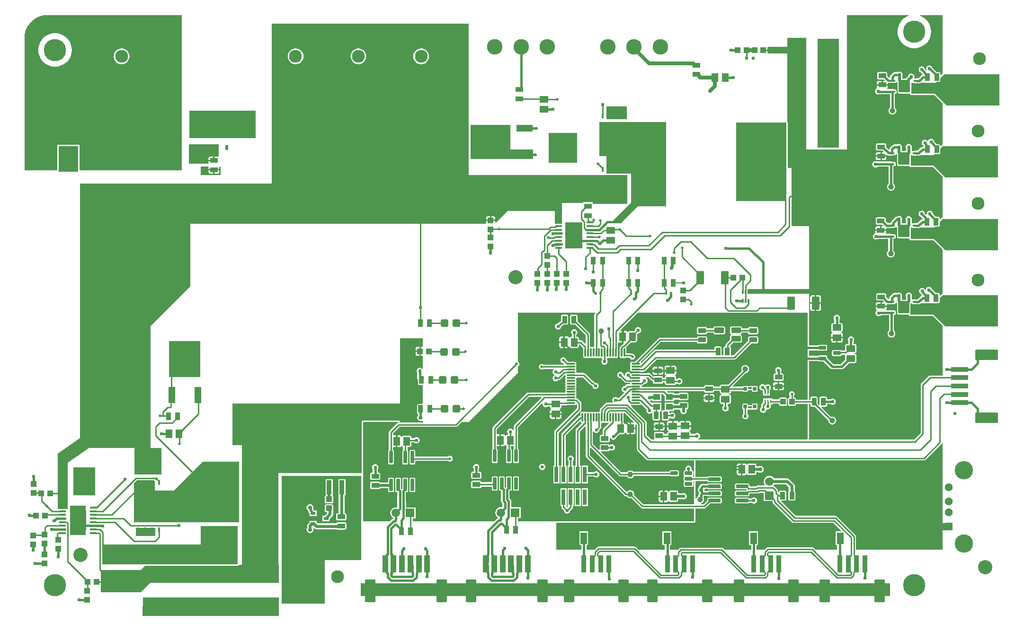
<source format=gtl>
G04*
G04 #@! TF.GenerationSoftware,Altium Limited,Altium Designer,22.8.2 (66)*
G04*
G04 Layer_Physical_Order=1*
G04 Layer_Color=255*
%FSLAX25Y25*%
%MOIN*%
G70*
G04*
G04 #@! TF.SameCoordinates,A55F8273-8B49-4907-9C17-D7390CEBCC7B*
G04*
G04*
G04 #@! TF.FilePolarity,Positive*
G04*
G01*
G75*
%ADD12C,0.01000*%
%ADD22R,0.34646X0.38976*%
G04:AMPARAMS|DCode=23|XSize=106.3mil|YSize=41.73mil|CornerRadius=5.22mil|HoleSize=0mil|Usage=FLASHONLY|Rotation=180.000|XOffset=0mil|YOffset=0mil|HoleType=Round|Shape=RoundedRectangle|*
%AMROUNDEDRECTD23*
21,1,0.10630,0.03130,0,0,180.0*
21,1,0.09587,0.04173,0,0,180.0*
1,1,0.01043,-0.04793,0.01565*
1,1,0.01043,0.04793,0.01565*
1,1,0.01043,0.04793,-0.01565*
1,1,0.01043,-0.04793,-0.01565*
%
%ADD23ROUNDEDRECTD23*%
G04:AMPARAMS|DCode=24|XSize=55.12mil|YSize=35.43mil|CornerRadius=2.66mil|HoleSize=0mil|Usage=FLASHONLY|Rotation=180.000|XOffset=0mil|YOffset=0mil|HoleType=Round|Shape=RoundedRectangle|*
%AMROUNDEDRECTD24*
21,1,0.05512,0.03012,0,0,180.0*
21,1,0.04980,0.03543,0,0,180.0*
1,1,0.00532,-0.02490,0.01506*
1,1,0.00532,0.02490,0.01506*
1,1,0.00532,0.02490,-0.01506*
1,1,0.00532,-0.02490,-0.01506*
%
%ADD24ROUNDEDRECTD24*%
G04:AMPARAMS|DCode=25|XSize=90.55mil|YSize=98.43mil|CornerRadius=6.79mil|HoleSize=0mil|Usage=FLASHONLY|Rotation=0.000|XOffset=0mil|YOffset=0mil|HoleType=Round|Shape=RoundedRectangle|*
%AMROUNDEDRECTD25*
21,1,0.09055,0.08484,0,0,0.0*
21,1,0.07697,0.09843,0,0,0.0*
1,1,0.01358,0.03848,-0.04242*
1,1,0.01358,-0.03848,-0.04242*
1,1,0.01358,-0.03848,0.04242*
1,1,0.01358,0.03848,0.04242*
%
%ADD25ROUNDEDRECTD25*%
G04:AMPARAMS|DCode=26|XSize=43.31mil|YSize=39.37mil|CornerRadius=2.95mil|HoleSize=0mil|Usage=FLASHONLY|Rotation=0.000|XOffset=0mil|YOffset=0mil|HoleType=Round|Shape=RoundedRectangle|*
%AMROUNDEDRECTD26*
21,1,0.04331,0.03347,0,0,0.0*
21,1,0.03740,0.03937,0,0,0.0*
1,1,0.00591,0.01870,-0.01673*
1,1,0.00591,-0.01870,-0.01673*
1,1,0.00591,-0.01870,0.01673*
1,1,0.00591,0.01870,0.01673*
%
%ADD26ROUNDEDRECTD26*%
%ADD27R,0.11221X0.04921*%
%ADD28R,0.25591X0.21850*%
%ADD29C,0.03937*%
G04:AMPARAMS|DCode=30|XSize=49.21mil|YSize=62.99mil|CornerRadius=4.92mil|HoleSize=0mil|Usage=FLASHONLY|Rotation=90.000|XOffset=0mil|YOffset=0mil|HoleType=Round|Shape=RoundedRectangle|*
%AMROUNDEDRECTD30*
21,1,0.04921,0.05315,0,0,90.0*
21,1,0.03937,0.06299,0,0,90.0*
1,1,0.00984,0.02657,0.01968*
1,1,0.00984,0.02657,-0.01968*
1,1,0.00984,-0.02657,-0.01968*
1,1,0.00984,-0.02657,0.01968*
%
%ADD30ROUNDEDRECTD30*%
%ADD31R,0.06300X0.16200*%
G04:AMPARAMS|DCode=32|XSize=55.12mil|YSize=90.55mil|CornerRadius=4.13mil|HoleSize=0mil|Usage=FLASHONLY|Rotation=180.000|XOffset=0mil|YOffset=0mil|HoleType=Round|Shape=RoundedRectangle|*
%AMROUNDEDRECTD32*
21,1,0.05512,0.08228,0,0,180.0*
21,1,0.04685,0.09055,0,0,180.0*
1,1,0.00827,-0.02343,0.04114*
1,1,0.00827,0.02343,0.04114*
1,1,0.00827,0.02343,-0.04114*
1,1,0.00827,-0.02343,-0.04114*
%
%ADD32ROUNDEDRECTD32*%
G04:AMPARAMS|DCode=33|XSize=55.12mil|YSize=35.43mil|CornerRadius=2.66mil|HoleSize=0mil|Usage=FLASHONLY|Rotation=270.000|XOffset=0mil|YOffset=0mil|HoleType=Round|Shape=RoundedRectangle|*
%AMROUNDEDRECTD33*
21,1,0.05512,0.03012,0,0,270.0*
21,1,0.04980,0.03543,0,0,270.0*
1,1,0.00532,-0.01506,-0.02490*
1,1,0.00532,-0.01506,0.02490*
1,1,0.00532,0.01506,0.02490*
1,1,0.00532,0.01506,-0.02490*
%
%ADD33ROUNDEDRECTD33*%
G04:AMPARAMS|DCode=34|XSize=86.61mil|YSize=23.62mil|CornerRadius=1.77mil|HoleSize=0mil|Usage=FLASHONLY|Rotation=270.000|XOffset=0mil|YOffset=0mil|HoleType=Round|Shape=RoundedRectangle|*
%AMROUNDEDRECTD34*
21,1,0.08661,0.02008,0,0,270.0*
21,1,0.08307,0.02362,0,0,270.0*
1,1,0.00354,-0.01004,-0.04153*
1,1,0.00354,-0.01004,0.04153*
1,1,0.00354,0.01004,0.04153*
1,1,0.00354,0.01004,-0.04153*
%
%ADD34ROUNDEDRECTD34*%
G04:AMPARAMS|DCode=35|XSize=51.18mil|YSize=51.18mil|CornerRadius=5.12mil|HoleSize=0mil|Usage=FLASHONLY|Rotation=0.000|XOffset=0mil|YOffset=0mil|HoleType=Round|Shape=RoundedRectangle|*
%AMROUNDEDRECTD35*
21,1,0.05118,0.04095,0,0,0.0*
21,1,0.04095,0.05118,0,0,0.0*
1,1,0.01024,0.02047,-0.02047*
1,1,0.01024,-0.02047,-0.02047*
1,1,0.01024,-0.02047,0.02047*
1,1,0.01024,0.02047,0.02047*
%
%ADD35ROUNDEDRECTD35*%
G04:AMPARAMS|DCode=36|XSize=43.31mil|YSize=39.37mil|CornerRadius=2.95mil|HoleSize=0mil|Usage=FLASHONLY|Rotation=90.000|XOffset=0mil|YOffset=0mil|HoleType=Round|Shape=RoundedRectangle|*
%AMROUNDEDRECTD36*
21,1,0.04331,0.03347,0,0,90.0*
21,1,0.03740,0.03937,0,0,90.0*
1,1,0.00591,0.01673,0.01870*
1,1,0.00591,0.01673,-0.01870*
1,1,0.00591,-0.01673,-0.01870*
1,1,0.00591,-0.01673,0.01870*
%
%ADD36ROUNDEDRECTD36*%
%ADD37R,0.00984X0.02775*%
G04:AMPARAMS|DCode=38|XSize=43.31mil|YSize=39.37mil|CornerRadius=3.94mil|HoleSize=0mil|Usage=FLASHONLY|Rotation=0.000|XOffset=0mil|YOffset=0mil|HoleType=Round|Shape=RoundedRectangle|*
%AMROUNDEDRECTD38*
21,1,0.04331,0.03150,0,0,0.0*
21,1,0.03543,0.03937,0,0,0.0*
1,1,0.00787,0.01772,-0.01575*
1,1,0.00787,-0.01772,-0.01575*
1,1,0.00787,-0.01772,0.01575*
1,1,0.00787,0.01772,0.01575*
%
%ADD38ROUNDEDRECTD38*%
%ADD39R,0.01200X0.02500*%
%ADD40R,0.06300X0.14200*%
%ADD41R,0.06700X0.29500*%
G04:AMPARAMS|DCode=42|XSize=49.21mil|YSize=62.99mil|CornerRadius=4.92mil|HoleSize=0mil|Usage=FLASHONLY|Rotation=180.000|XOffset=0mil|YOffset=0mil|HoleType=Round|Shape=RoundedRectangle|*
%AMROUNDEDRECTD42*
21,1,0.04921,0.05315,0,0,180.0*
21,1,0.03937,0.06299,0,0,180.0*
1,1,0.00984,-0.01968,0.02657*
1,1,0.00984,0.01968,0.02657*
1,1,0.00984,0.01968,-0.02657*
1,1,0.00984,-0.01968,-0.02657*
%
%ADD42ROUNDEDRECTD42*%
%ADD43R,0.01800X0.03400*%
G04:AMPARAMS|DCode=44|XSize=88.58mil|YSize=127.95mil|CornerRadius=6.64mil|HoleSize=0mil|Usage=FLASHONLY|Rotation=270.000|XOffset=0mil|YOffset=0mil|HoleType=Round|Shape=RoundedRectangle|*
%AMROUNDEDRECTD44*
21,1,0.08858,0.11467,0,0,270.0*
21,1,0.07530,0.12795,0,0,270.0*
1,1,0.01329,-0.05733,-0.03765*
1,1,0.01329,-0.05733,0.03765*
1,1,0.01329,0.05733,0.03765*
1,1,0.01329,0.05733,-0.03765*
%
%ADD44ROUNDEDRECTD44*%
G04:AMPARAMS|DCode=45|XSize=43.31mil|YSize=39.37mil|CornerRadius=3.94mil|HoleSize=0mil|Usage=FLASHONLY|Rotation=90.000|XOffset=0mil|YOffset=0mil|HoleType=Round|Shape=RoundedRectangle|*
%AMROUNDEDRECTD45*
21,1,0.04331,0.03150,0,0,90.0*
21,1,0.03543,0.03937,0,0,90.0*
1,1,0.00787,0.01575,0.01772*
1,1,0.00787,0.01575,-0.01772*
1,1,0.00787,-0.01575,-0.01772*
1,1,0.00787,-0.01575,0.01772*
%
%ADD45ROUNDEDRECTD45*%
G04:AMPARAMS|DCode=46|XSize=157.48mil|YSize=196.85mil|CornerRadius=11.81mil|HoleSize=0mil|Usage=FLASHONLY|Rotation=270.000|XOffset=0mil|YOffset=0mil|HoleType=Round|Shape=RoundedRectangle|*
%AMROUNDEDRECTD46*
21,1,0.15748,0.17323,0,0,270.0*
21,1,0.13386,0.19685,0,0,270.0*
1,1,0.02362,-0.08661,-0.06693*
1,1,0.02362,-0.08661,0.06693*
1,1,0.02362,0.08661,0.06693*
1,1,0.02362,0.08661,-0.06693*
%
%ADD46ROUNDEDRECTD46*%
%ADD47R,0.05118X0.04331*%
%ADD48R,0.02900X0.11000*%
%ADD49R,0.27008X0.12520*%
G04:AMPARAMS|DCode=50|XSize=13.78mil|YSize=27.56mil|CornerRadius=1.03mil|HoleSize=0mil|Usage=FLASHONLY|Rotation=90.000|XOffset=0mil|YOffset=0mil|HoleType=Round|Shape=RoundedRectangle|*
%AMROUNDEDRECTD50*
21,1,0.01378,0.02549,0,0,90.0*
21,1,0.01171,0.02756,0,0,90.0*
1,1,0.00207,0.01275,0.00586*
1,1,0.00207,0.01275,-0.00586*
1,1,0.00207,-0.01275,-0.00586*
1,1,0.00207,-0.01275,0.00586*
%
%ADD50ROUNDEDRECTD50*%
G04:AMPARAMS|DCode=51|XSize=25.59mil|YSize=23.62mil|CornerRadius=1.77mil|HoleSize=0mil|Usage=FLASHONLY|Rotation=90.000|XOffset=0mil|YOffset=0mil|HoleType=Round|Shape=RoundedRectangle|*
%AMROUNDEDRECTD51*
21,1,0.02559,0.02008,0,0,90.0*
21,1,0.02205,0.02362,0,0,90.0*
1,1,0.00354,0.01004,0.01102*
1,1,0.00354,0.01004,-0.01102*
1,1,0.00354,-0.01004,-0.01102*
1,1,0.00354,-0.01004,0.01102*
%
%ADD51ROUNDEDRECTD51*%
G04:AMPARAMS|DCode=52|XSize=86.61mil|YSize=23.62mil|CornerRadius=1.77mil|HoleSize=0mil|Usage=FLASHONLY|Rotation=0.000|XOffset=0mil|YOffset=0mil|HoleType=Round|Shape=RoundedRectangle|*
%AMROUNDEDRECTD52*
21,1,0.08661,0.02008,0,0,0.0*
21,1,0.08307,0.02362,0,0,0.0*
1,1,0.00354,0.04153,-0.01004*
1,1,0.00354,-0.04153,-0.01004*
1,1,0.00354,-0.04153,0.01004*
1,1,0.00354,0.04153,0.01004*
%
%ADD52ROUNDEDRECTD52*%
G04:AMPARAMS|DCode=53|XSize=74.8mil|YSize=157.48mil|CornerRadius=5.61mil|HoleSize=0mil|Usage=FLASHONLY|Rotation=180.000|XOffset=0mil|YOffset=0mil|HoleType=Round|Shape=RoundedRectangle|*
%AMROUNDEDRECTD53*
21,1,0.07480,0.14626,0,0,180.0*
21,1,0.06358,0.15748,0,0,180.0*
1,1,0.01122,-0.03179,0.07313*
1,1,0.01122,0.03179,0.07313*
1,1,0.01122,0.03179,-0.07313*
1,1,0.01122,-0.03179,-0.07313*
%
%ADD53ROUNDEDRECTD53*%
G04:AMPARAMS|DCode=54|XSize=39.37mil|YSize=122.05mil|CornerRadius=2.95mil|HoleSize=0mil|Usage=FLASHONLY|Rotation=180.000|XOffset=0mil|YOffset=0mil|HoleType=Round|Shape=RoundedRectangle|*
%AMROUNDEDRECTD54*
21,1,0.03937,0.11614,0,0,180.0*
21,1,0.03347,0.12205,0,0,180.0*
1,1,0.00591,-0.01673,0.05807*
1,1,0.00591,0.01673,0.05807*
1,1,0.00591,0.01673,-0.05807*
1,1,0.00591,-0.01673,-0.05807*
%
%ADD54ROUNDEDRECTD54*%
G04:AMPARAMS|DCode=55|XSize=35.43mil|YSize=118.11mil|CornerRadius=2.66mil|HoleSize=0mil|Usage=FLASHONLY|Rotation=270.000|XOffset=0mil|YOffset=0mil|HoleType=Round|Shape=RoundedRectangle|*
%AMROUNDEDRECTD55*
21,1,0.03543,0.11280,0,0,270.0*
21,1,0.03012,0.11811,0,0,270.0*
1,1,0.00532,-0.05640,-0.01506*
1,1,0.00532,-0.05640,0.01506*
1,1,0.00532,0.05640,0.01506*
1,1,0.00532,0.05640,-0.01506*
%
%ADD55ROUNDEDRECTD55*%
G04:AMPARAMS|DCode=56|XSize=74.8mil|YSize=157.48mil|CornerRadius=5.61mil|HoleSize=0mil|Usage=FLASHONLY|Rotation=270.000|XOffset=0mil|YOffset=0mil|HoleType=Round|Shape=RoundedRectangle|*
%AMROUNDEDRECTD56*
21,1,0.07480,0.14626,0,0,270.0*
21,1,0.06358,0.15748,0,0,270.0*
1,1,0.01122,-0.07313,-0.03179*
1,1,0.01122,-0.07313,0.03179*
1,1,0.01122,0.07313,0.03179*
1,1,0.01122,0.07313,-0.03179*
%
%ADD56ROUNDEDRECTD56*%
G04:AMPARAMS|DCode=57|XSize=35.43mil|YSize=118.11mil|CornerRadius=2.66mil|HoleSize=0mil|Usage=FLASHONLY|Rotation=180.000|XOffset=0mil|YOffset=0mil|HoleType=Round|Shape=RoundedRectangle|*
%AMROUNDEDRECTD57*
21,1,0.03543,0.11280,0,0,180.0*
21,1,0.03012,0.11811,0,0,180.0*
1,1,0.00532,-0.01506,0.05640*
1,1,0.00532,0.01506,0.05640*
1,1,0.00532,0.01506,-0.05640*
1,1,0.00532,-0.01506,-0.05640*
%
%ADD57ROUNDEDRECTD57*%
%ADD58O,0.06299X0.01181*%
%ADD59O,0.01181X0.06299*%
G04:AMPARAMS|DCode=60|XSize=78.74mil|YSize=88.58mil|CornerRadius=5.91mil|HoleSize=0mil|Usage=FLASHONLY|Rotation=0.000|XOffset=0mil|YOffset=0mil|HoleType=Round|Shape=RoundedRectangle|*
%AMROUNDEDRECTD60*
21,1,0.07874,0.07677,0,0,0.0*
21,1,0.06693,0.08858,0,0,0.0*
1,1,0.01181,0.03347,-0.03839*
1,1,0.01181,-0.03347,-0.03839*
1,1,0.01181,-0.03347,0.03839*
1,1,0.01181,0.03347,0.03839*
%
%ADD60ROUNDEDRECTD60*%
G04:AMPARAMS|DCode=61|XSize=49.21mil|YSize=15.75mil|CornerRadius=1.18mil|HoleSize=0mil|Usage=FLASHONLY|Rotation=180.000|XOffset=0mil|YOffset=0mil|HoleType=Round|Shape=RoundedRectangle|*
%AMROUNDEDRECTD61*
21,1,0.04921,0.01339,0,0,180.0*
21,1,0.04685,0.01575,0,0,180.0*
1,1,0.00236,-0.02343,0.00669*
1,1,0.00236,0.02343,0.00669*
1,1,0.00236,0.02343,-0.00669*
1,1,0.00236,-0.02343,-0.00669*
%
%ADD61ROUNDEDRECTD61*%
G04:AMPARAMS|DCode=62|XSize=157.48mil|YSize=167.32mil|CornerRadius=11.81mil|HoleSize=0mil|Usage=FLASHONLY|Rotation=0.000|XOffset=0mil|YOffset=0mil|HoleType=Round|Shape=RoundedRectangle|*
%AMROUNDEDRECTD62*
21,1,0.15748,0.14370,0,0,0.0*
21,1,0.13386,0.16732,0,0,0.0*
1,1,0.02362,0.06693,-0.07185*
1,1,0.02362,-0.06693,-0.07185*
1,1,0.02362,-0.06693,0.07185*
1,1,0.02362,0.06693,0.07185*
%
%ADD62ROUNDEDRECTD62*%
%ADD63R,0.04500X0.08000*%
G04:AMPARAMS|DCode=64|XSize=24.8mil|YSize=51.18mil|CornerRadius=1.86mil|HoleSize=0mil|Usage=FLASHONLY|Rotation=270.000|XOffset=0mil|YOffset=0mil|HoleType=Round|Shape=RoundedRectangle|*
%AMROUNDEDRECTD64*
21,1,0.02480,0.04746,0,0,270.0*
21,1,0.02108,0.05118,0,0,270.0*
1,1,0.00372,-0.02373,-0.01054*
1,1,0.00372,-0.02373,0.01054*
1,1,0.00372,0.02373,0.01054*
1,1,0.00372,0.02373,-0.01054*
%
%ADD64ROUNDEDRECTD64*%
%ADD65R,0.02362X0.03543*%
%ADD66R,0.03543X0.02362*%
G04:AMPARAMS|DCode=67|XSize=13.78mil|YSize=17.72mil|CornerRadius=1.03mil|HoleSize=0mil|Usage=FLASHONLY|Rotation=0.000|XOffset=0mil|YOffset=0mil|HoleType=Round|Shape=RoundedRectangle|*
%AMROUNDEDRECTD67*
21,1,0.01378,0.01565,0,0,0.0*
21,1,0.01171,0.01772,0,0,0.0*
1,1,0.00207,0.00586,-0.00783*
1,1,0.00207,-0.00586,-0.00783*
1,1,0.00207,-0.00586,0.00783*
1,1,0.00207,0.00586,0.00783*
%
%ADD67ROUNDEDRECTD67*%
G04:AMPARAMS|DCode=68|XSize=39.37mil|YSize=66.93mil|CornerRadius=3.94mil|HoleSize=0mil|Usage=FLASHONLY|Rotation=270.000|XOffset=0mil|YOffset=0mil|HoleType=Round|Shape=RoundedRectangle|*
%AMROUNDEDRECTD68*
21,1,0.03937,0.05906,0,0,270.0*
21,1,0.03150,0.06693,0,0,270.0*
1,1,0.00787,-0.02953,-0.01575*
1,1,0.00787,-0.02953,0.01575*
1,1,0.00787,0.02953,0.01575*
1,1,0.00787,0.02953,-0.01575*
%
%ADD68ROUNDEDRECTD68*%
%ADD69R,0.23622X0.26575*%
%ADD70R,0.03347X0.09843*%
G04:AMPARAMS|DCode=71|XSize=88.58mil|YSize=127.95mil|CornerRadius=6.64mil|HoleSize=0mil|Usage=FLASHONLY|Rotation=0.000|XOffset=0mil|YOffset=0mil|HoleType=Round|Shape=RoundedRectangle|*
%AMROUNDEDRECTD71*
21,1,0.08858,0.11467,0,0,0.0*
21,1,0.07530,0.12795,0,0,0.0*
1,1,0.01329,0.03765,-0.05733*
1,1,0.01329,-0.03765,-0.05733*
1,1,0.01329,-0.03765,0.05733*
1,1,0.01329,0.03765,0.05733*
%
%ADD71ROUNDEDRECTD71*%
%ADD72R,0.21850X0.25591*%
%ADD73R,0.04921X0.11221*%
%ADD74R,0.04600X0.01200*%
G04:AMPARAMS|DCode=75|XSize=472.44mil|YSize=150.59mil|CornerRadius=11.29mil|HoleSize=0mil|Usage=FLASHONLY|Rotation=270.000|XOffset=0mil|YOffset=0mil|HoleType=Round|Shape=RoundedRectangle|*
%AMROUNDEDRECTD75*
21,1,0.47244,0.12800,0,0,270.0*
21,1,0.44985,0.15059,0,0,270.0*
1,1,0.02259,-0.06400,-0.22493*
1,1,0.02259,-0.06400,0.22493*
1,1,0.02259,0.06400,0.22493*
1,1,0.02259,0.06400,-0.22493*
%
%ADD75ROUNDEDRECTD75*%
%ADD123R,0.11600X0.14100*%
%ADD135C,0.01500*%
%ADD136C,0.02000*%
%ADD137C,0.02500*%
%ADD138C,0.00800*%
%ADD139C,0.05000*%
%ADD140C,0.01600*%
%ADD141C,0.10000*%
%ADD142C,0.09055*%
%ADD143C,0.15630*%
%ADD144R,0.05622X0.05622*%
%ADD145C,0.05622*%
%ADD146C,0.12898*%
%ADD147C,0.10925*%
%ADD148R,0.05906X0.05906*%
%ADD149C,0.05906*%
%ADD150R,0.05906X0.05906*%
%ADD151C,0.02400*%
%ADD152C,0.02000*%
%ADD153C,0.02800*%
G36*
X625000Y363442D02*
X623803Y362244D01*
X623341Y362436D01*
Y363490D01*
X623258Y363906D01*
X623022Y364259D01*
X622670Y364494D01*
X622254Y364577D01*
X620679D01*
X617691Y367565D01*
X617672Y367658D01*
X617186Y368386D01*
X616458Y368872D01*
X615600Y369043D01*
X614742Y368872D01*
X614014Y368386D01*
X613528Y367658D01*
X613357Y366800D01*
X613528Y365942D01*
X613533Y365934D01*
X613144Y365615D01*
X612539Y366221D01*
X612372Y367058D01*
X611886Y367786D01*
X611158Y368272D01*
X610300Y368443D01*
X609442Y368272D01*
X608714Y367786D01*
X608228Y367058D01*
X608057Y366200D01*
X608228Y365342D01*
X608714Y364614D01*
X609442Y364128D01*
X609621Y364092D01*
X610586Y363127D01*
X610434Y362572D01*
X609971Y362262D01*
X607792Y360084D01*
X606858D01*
X606176Y359948D01*
X606111Y359905D01*
X605234D01*
X604954Y360405D01*
X605100Y361139D01*
X604930Y361997D01*
X604443Y362725D01*
X603716Y363211D01*
X602857Y363382D01*
X601999Y363211D01*
X601271Y362725D01*
X600785Y361997D01*
X600746Y361804D01*
X599495Y360552D01*
X599053Y359891D01*
X599026Y359756D01*
X596563D01*
Y361577D01*
X596672Y361742D01*
X596843Y362600D01*
X596672Y363458D01*
X596186Y364186D01*
X595458Y364672D01*
X594600Y364843D01*
X593742Y364672D01*
X593310Y364384D01*
X591100D01*
X590417Y364248D01*
X589838Y363862D01*
X588238Y362262D01*
X587851Y361683D01*
X587716Y361000D01*
Y360799D01*
X587216Y360592D01*
X585977Y361831D01*
Y363406D01*
X585894Y363822D01*
X585659Y364174D01*
X585306Y364410D01*
X584890Y364493D01*
X579910D01*
X579494Y364410D01*
X579142Y364174D01*
X578906Y363822D01*
X578823Y363406D01*
Y360394D01*
X578906Y359978D01*
X579142Y359626D01*
X579494Y359390D01*
X579910Y359308D01*
X583453D01*
X584099Y358662D01*
X583907Y358200D01*
X582900D01*
Y355904D01*
X586181D01*
Y356385D01*
X586221Y356449D01*
X586681Y356757D01*
X586799Y356733D01*
X591484D01*
X591843Y356804D01*
X592146Y357007D01*
X592316Y357261D01*
X592580Y357324D01*
X592865Y357340D01*
X593058Y357050D01*
X593236Y356873D01*
Y350661D01*
X593344Y350119D01*
X593651Y349659D01*
X594111Y349352D01*
X594654Y349244D01*
X601346D01*
X601488Y349272D01*
X601510Y349273D01*
X602057Y348908D01*
X602058Y348901D01*
X602279Y348570D01*
X602610Y348349D01*
X603000Y348271D01*
X619287D01*
X625000Y342558D01*
Y313177D01*
X624610Y313100D01*
X624279Y312878D01*
X623786Y312385D01*
X623663Y312436D01*
X623328Y312634D01*
X623258Y312985D01*
X623022Y313338D01*
X622670Y313574D01*
X622254Y313656D01*
X620679D01*
X618949Y315386D01*
X618819Y316041D01*
X618333Y316769D01*
X617605Y317255D01*
X616747Y317426D01*
X615888Y317255D01*
X615161Y316769D01*
X614674Y316041D01*
X614661Y315976D01*
X614130Y315870D01*
X613986Y316086D01*
X613258Y316572D01*
X612400Y316743D01*
X611542Y316572D01*
X610814Y316086D01*
X610328Y315358D01*
X610157Y314500D01*
X610328Y313642D01*
X610814Y312914D01*
X611446Y312491D01*
Y311784D01*
X610732D01*
X610732Y311784D01*
X610049Y311649D01*
X609471Y311262D01*
X607292Y309084D01*
X606358D01*
X605676Y308948D01*
X605611Y308905D01*
X604016D01*
X603711Y308844D01*
X603588Y308872D01*
X603443Y308951D01*
X603201Y309130D01*
X603197Y309148D01*
Y311025D01*
X603325Y311666D01*
X603154Y312524D01*
X602668Y313252D01*
X601940Y313738D01*
X601082Y313909D01*
X600223Y313738D01*
X599496Y313252D01*
X599009Y312524D01*
X598839Y311666D01*
X599009Y310807D01*
X599119Y310643D01*
Y309093D01*
X598756Y308756D01*
X596235D01*
Y311039D01*
X596362Y311679D01*
X596191Y312538D01*
X595705Y313265D01*
X594977Y313752D01*
X594119Y313923D01*
X593260Y313752D01*
X592829Y313464D01*
X590772D01*
X590089Y313328D01*
X589510Y312941D01*
X587910Y311341D01*
X587523Y310762D01*
X587395Y310119D01*
X587204Y309997D01*
X586926Y309882D01*
X585177Y311631D01*
Y313206D01*
X585094Y313622D01*
X584859Y313974D01*
X584506Y314210D01*
X584090Y314293D01*
X579110D01*
X578694Y314210D01*
X578341Y313974D01*
X578106Y313622D01*
X578023Y313206D01*
Y310194D01*
X578106Y309778D01*
X578341Y309426D01*
X578694Y309190D01*
X579110Y309107D01*
X582653D01*
X583299Y308462D01*
X583107Y308000D01*
X582100D01*
Y305704D01*
X585617D01*
X585881Y305845D01*
X585941Y305804D01*
X586182Y305756D01*
X586226Y305728D01*
X586908Y305592D01*
X586908Y305592D01*
X588454D01*
X588642Y305554D01*
X589325Y305690D01*
X589389Y305733D01*
X590984D01*
X591342Y305804D01*
X591646Y306007D01*
X591849Y306311D01*
X591885Y306493D01*
X592400Y306622D01*
X592401Y306622D01*
X592730Y306130D01*
X592736Y306124D01*
Y299661D01*
X592844Y299119D01*
X593151Y298659D01*
X593611Y298352D01*
X594153Y298244D01*
X600846D01*
X601015Y298277D01*
X601558Y298110D01*
X601779Y297779D01*
X602110Y297558D01*
X602500Y297480D01*
X618235D01*
X625000Y290716D01*
Y262020D01*
X624610Y261942D01*
X624279Y261721D01*
X623303Y260744D01*
X622841Y260936D01*
Y261490D01*
X622758Y261906D01*
X622522Y262259D01*
X622170Y262494D01*
X621754Y262577D01*
X620179D01*
X618115Y264640D01*
X617972Y265358D01*
X617486Y266086D01*
X616758Y266572D01*
X615900Y266743D01*
X615042Y266572D01*
X614314Y266086D01*
X613828Y265358D01*
X613657Y264500D01*
X613713Y264217D01*
X613252Y263971D01*
X612373Y264850D01*
X612272Y265358D01*
X611786Y266086D01*
X611058Y266572D01*
X610200Y266743D01*
X609342Y266572D01*
X608614Y266086D01*
X608128Y265358D01*
X607957Y264500D01*
X608128Y263642D01*
X608614Y262914D01*
X609342Y262428D01*
X609850Y262327D01*
X610892Y261284D01*
X610851Y261014D01*
X610732Y260784D01*
X610049Y260648D01*
X609471Y260262D01*
X607292Y258084D01*
X606358D01*
X605676Y257948D01*
X605611Y257905D01*
X604016D01*
X603711Y257844D01*
X603588Y257872D01*
X603443Y257951D01*
X603201Y258130D01*
X603197Y258148D01*
Y260025D01*
X603325Y260666D01*
X603154Y261524D01*
X602668Y262252D01*
X601940Y262738D01*
X601082Y262909D01*
X600223Y262738D01*
X599496Y262252D01*
X599009Y261524D01*
X598839Y260666D01*
X599009Y259807D01*
X599119Y259643D01*
Y258093D01*
X598756Y257756D01*
X596339D01*
Y259892D01*
X596372Y259942D01*
X596543Y260800D01*
X596372Y261658D01*
X595886Y262386D01*
X595158Y262872D01*
X594300Y263043D01*
X593442Y262872D01*
X593011Y262584D01*
X592850D01*
X592168Y262449D01*
X591589Y262062D01*
X591589Y262062D01*
X589091Y259564D01*
X588704Y258985D01*
X588568Y258302D01*
Y258123D01*
X586181D01*
X584877Y259427D01*
Y261002D01*
X584794Y261418D01*
X584558Y261770D01*
X584206Y262006D01*
X583790Y262089D01*
X578810D01*
X578394Y262006D01*
X578042Y261770D01*
X577806Y261418D01*
X577723Y261002D01*
Y257990D01*
X577806Y257574D01*
X578042Y257222D01*
X578394Y256986D01*
X578810Y256904D01*
X582353D01*
X582999Y256258D01*
X582807Y255797D01*
X581800D01*
Y253500D01*
X585081D01*
Y254116D01*
X585431Y254541D01*
X585561Y254554D01*
X588642D01*
X589001Y254626D01*
X589172Y254592D01*
X590352D01*
X591035Y254728D01*
X591069Y254750D01*
X591342Y254804D01*
X591646Y255007D01*
X591849Y255311D01*
X591883Y255483D01*
X592188Y255563D01*
X592641Y255247D01*
X592679Y255056D01*
X592736Y254972D01*
Y248661D01*
X592844Y248119D01*
X593151Y247659D01*
X593611Y247352D01*
X594153Y247244D01*
X600846D01*
X600980Y247270D01*
X601255Y247122D01*
X601506Y246874D01*
X601558Y246610D01*
X601779Y246279D01*
X602110Y246058D01*
X602500Y245980D01*
X618578D01*
X625000Y239558D01*
Y208177D01*
X624610Y208100D01*
X624279Y207878D01*
X623303Y206902D01*
X622841Y207093D01*
Y207740D01*
X622758Y208156D01*
X622522Y208508D01*
X622170Y208744D01*
X621754Y208827D01*
X620179D01*
X617122Y211884D01*
X616786Y212386D01*
X616058Y212872D01*
X615200Y213043D01*
X614342Y212872D01*
X613614Y212386D01*
X613128Y211658D01*
X613060Y211318D01*
X612529Y211213D01*
X612212Y211688D01*
X611484Y212174D01*
X610626Y212345D01*
X609767Y212174D01*
X609039Y211688D01*
X608553Y210960D01*
X608383Y210102D01*
X608553Y209243D01*
X609039Y208516D01*
X609226Y208391D01*
X609536Y207927D01*
X610086Y207377D01*
X609934Y206821D01*
X609471Y206512D01*
X607292Y204333D01*
X606358D01*
X605676Y204198D01*
X605611Y204155D01*
X604016D01*
X603711Y204094D01*
X603588Y204122D01*
X603443Y204202D01*
X603201Y204380D01*
X603197Y204398D01*
Y206275D01*
X603325Y206916D01*
X603154Y207774D01*
X602668Y208502D01*
X601940Y208988D01*
X601082Y209159D01*
X600223Y208988D01*
X599496Y208502D01*
X599009Y207774D01*
X598839Y206916D01*
X599009Y206057D01*
X599119Y205893D01*
Y204343D01*
X598756Y204006D01*
X596235D01*
Y206289D01*
X596362Y206929D01*
X596191Y207788D01*
X595705Y208516D01*
X594977Y209002D01*
X594119Y209173D01*
X593260Y209002D01*
X592829Y208714D01*
X590772D01*
X590089Y208578D01*
X589510Y208191D01*
X587910Y206591D01*
X587523Y206012D01*
X587388Y205329D01*
Y204410D01*
X586793D01*
X585277Y205927D01*
Y207502D01*
X585194Y207918D01*
X584959Y208270D01*
X584606Y208506D01*
X584190Y208589D01*
X579210D01*
X578794Y208506D01*
X578441Y208270D01*
X578206Y207918D01*
X578123Y207502D01*
Y204490D01*
X578206Y204074D01*
X578441Y203722D01*
X578794Y203486D01*
X579210Y203403D01*
X582753D01*
X583399Y202758D01*
X583207Y202296D01*
X582200D01*
Y200000D01*
X585481D01*
Y200562D01*
X585867Y200879D01*
X586054Y200842D01*
X588454D01*
X588642Y200804D01*
X589325Y200940D01*
X589389Y200983D01*
X590984D01*
X591342Y201054D01*
X591646Y201257D01*
X591849Y201561D01*
X591885Y201744D01*
X592400Y201872D01*
X592401Y201872D01*
X592730Y201380D01*
X592736Y201374D01*
Y194911D01*
X592844Y194369D01*
X593151Y193909D01*
X593611Y193602D01*
X594153Y193494D01*
X600846D01*
X601058Y193110D01*
X601279Y192779D01*
X601610Y192558D01*
X602000Y192480D01*
X618235D01*
X625000Y185716D01*
Y150624D01*
X616094D01*
X615509Y150507D01*
X615013Y150176D01*
X609919Y145081D01*
X609587Y144585D01*
X609471Y144000D01*
Y110134D01*
X604867Y105529D01*
X531287D01*
X531020Y106029D01*
X531020Y121726D01*
Y130571D01*
X531808D01*
Y129710D01*
X531890Y129294D01*
X532126Y128942D01*
X532478Y128706D01*
X532894Y128623D01*
X534830D01*
X544524Y118928D01*
X544508Y118800D01*
X544603Y118077D01*
X544882Y117404D01*
X545326Y116825D01*
X545904Y116382D01*
X546577Y116103D01*
X547300Y116008D01*
X548023Y116103D01*
X548696Y116382D01*
X549274Y116825D01*
X549718Y117404D01*
X549997Y118077D01*
X550092Y118800D01*
X549997Y119523D01*
X549718Y120196D01*
X549274Y120774D01*
X548696Y121218D01*
X548023Y121497D01*
X547300Y121592D01*
X546577Y121497D01*
X546368Y121411D01*
X539655Y128123D01*
X539862Y128623D01*
X542402D01*
X542818Y128706D01*
X543170Y128942D01*
X543406Y129294D01*
X543489Y129710D01*
Y130416D01*
X546110D01*
X546542Y130128D01*
X547400Y129957D01*
X548258Y130128D01*
X548986Y130614D01*
X549472Y131342D01*
X549643Y132200D01*
X549472Y133058D01*
X548986Y133786D01*
X548258Y134272D01*
X547400Y134443D01*
X546542Y134272D01*
X546110Y133984D01*
X543489D01*
Y134690D01*
X543406Y135106D01*
X543170Y135459D01*
X542818Y135694D01*
X542402Y135777D01*
X539390D01*
X538974Y135694D01*
X538622Y135459D01*
X538386Y135106D01*
X538304Y134690D01*
Y130182D01*
X537804Y129975D01*
X536993Y130786D01*
Y134690D01*
X536910Y135106D01*
X536674Y135459D01*
X536322Y135694D01*
X535906Y135777D01*
X532894D01*
X532478Y135694D01*
X532126Y135459D01*
X531890Y135106D01*
X531808Y134690D01*
Y133629D01*
X531020D01*
Y138509D01*
Y143496D01*
Y147358D01*
Y150710D01*
Y156800D01*
Y160816D01*
X537364D01*
X537571Y160677D01*
X537956Y160600D01*
X540876D01*
X540876Y160600D01*
X545838Y155638D01*
X545838Y155638D01*
X546417Y155252D01*
X547100Y155116D01*
X553911D01*
X554594Y155252D01*
X555173Y155638D01*
X558848Y159314D01*
X562957D01*
X563462Y159414D01*
X563889Y159700D01*
X564175Y160127D01*
X564275Y160632D01*
Y164568D01*
X564175Y165073D01*
X563889Y165500D01*
X563462Y165786D01*
X562957Y165886D01*
Y166361D01*
X563462Y166462D01*
X563889Y166747D01*
X564175Y167175D01*
X564275Y167679D01*
Y171616D01*
X564175Y172120D01*
X563889Y172547D01*
X563462Y172833D01*
X562957Y172933D01*
X562084D01*
Y174561D01*
X562472Y175142D01*
X562643Y176000D01*
X562472Y176858D01*
X561986Y177586D01*
X561258Y178072D01*
X560400Y178243D01*
X559542Y178072D01*
X558814Y177586D01*
X558328Y176858D01*
X558157Y176000D01*
X558328Y175142D01*
X558516Y174860D01*
Y172933D01*
X557643D01*
X557138Y172833D01*
X556711Y172547D01*
X556425Y172120D01*
X556325Y171616D01*
Y168524D01*
X556077Y168277D01*
X553317D01*
X553158Y168383D01*
X552773Y168459D01*
X548027D01*
X547642Y168383D01*
X547316Y168165D01*
X547098Y167839D01*
X547022Y167454D01*
Y165346D01*
X547098Y164961D01*
X547316Y164635D01*
X547642Y164417D01*
X548027Y164340D01*
X552773D01*
X553158Y164417D01*
X553484Y164635D01*
X553702Y164961D01*
X553753Y165218D01*
X555967D01*
X556355Y164718D01*
X556325Y164568D01*
Y161837D01*
X553172Y158684D01*
X547839D01*
X543815Y162708D01*
X543787Y162853D01*
X543708Y162971D01*
Y163714D01*
X543631Y164099D01*
X543413Y164425D01*
X543087Y164643D01*
X542702Y164719D01*
X537956D01*
X537571Y164643D01*
X537245Y164425D01*
X537218Y164384D01*
X531020D01*
X531020Y168356D01*
X537274D01*
X537571Y168157D01*
X537956Y168081D01*
X542702D01*
X543087Y168157D01*
X543413Y168375D01*
X543631Y168701D01*
X543708Y169086D01*
Y171194D01*
X543631Y171579D01*
X543413Y171905D01*
X543087Y172123D01*
X542702Y172200D01*
X537956D01*
X537571Y172123D01*
X537274Y171924D01*
X531020D01*
Y178063D01*
Y195000D01*
X531000Y195098D01*
Y208100D01*
X487629D01*
Y211400D01*
X531000D01*
Y256000D01*
X518600D01*
Y296800D01*
X515920D01*
Y328900D01*
X515842Y329290D01*
X515677Y329537D01*
X515565Y377400D01*
X502098Y377400D01*
X501688Y377900D01*
X501694Y377930D01*
Y379300D01*
X498700D01*
Y380300D01*
X501694D01*
Y381670D01*
X501668Y381800D01*
X502066Y382300D01*
X515553D01*
X515540Y388032D01*
X515893Y388386D01*
X529000D01*
Y309900D01*
X557600Y309900D01*
X557600Y328900D01*
X557600Y404680D01*
X601017D01*
X601116Y404180D01*
X599619Y403560D01*
X598034Y402588D01*
X596620Y401380D01*
X595412Y399966D01*
X594440Y398380D01*
X593729Y396662D01*
X593294Y394854D01*
X593149Y393000D01*
X593294Y391146D01*
X593729Y389338D01*
X594440Y387619D01*
X595412Y386034D01*
X596620Y384620D01*
X598034Y383412D01*
X599619Y382440D01*
X601338Y381729D01*
X603146Y381294D01*
X605000Y381149D01*
X606854Y381294D01*
X608662Y381729D01*
X610381Y382440D01*
X611966Y383412D01*
X613380Y384620D01*
X614588Y386034D01*
X615560Y387619D01*
X616271Y389338D01*
X616706Y391146D01*
X616852Y393000D01*
X616706Y394854D01*
X616271Y396662D01*
X615560Y398380D01*
X614588Y399966D01*
X613380Y401380D01*
X611966Y402588D01*
X610381Y403560D01*
X608884Y404180D01*
X608983Y404680D01*
X625000D01*
Y363442D01*
D02*
G37*
G36*
X665000Y341000D02*
X628000D01*
X619709Y349291D01*
X603000D01*
Y357020D01*
X603819D01*
X603854Y356968D01*
X604157Y356765D01*
X604516Y356694D01*
X606111D01*
X606176Y356651D01*
X606858Y356515D01*
X608532D01*
X609214Y356651D01*
X609312Y356716D01*
X609559Y356765D01*
X609863Y356968D01*
X609897Y357020D01*
X620020D01*
X620423Y357423D01*
X622254D01*
X622670Y357506D01*
X623022Y357741D01*
X623258Y358094D01*
X623341Y358510D01*
Y360341D01*
X626000Y363000D01*
X665000D01*
Y341000D01*
D02*
G37*
G36*
X402600Y331241D02*
X402500Y331200D01*
X388200D01*
Y340300D01*
X402600D01*
Y331241D01*
D02*
G37*
G36*
X141300Y317900D02*
X94400D01*
Y337200D01*
X141300D01*
Y317900D01*
D02*
G37*
G36*
X552000Y311300D02*
X536743D01*
Y387957D01*
X552000D01*
Y311300D01*
D02*
G37*
G36*
X664000Y290158D02*
X627000D01*
X618657Y298500D01*
X602500D01*
Y306000D01*
X603332D01*
X603354Y305968D01*
X603657Y305765D01*
X604016Y305694D01*
X605611D01*
X605676Y305651D01*
X606358Y305515D01*
X608032D01*
X608714Y305651D01*
X608812Y305716D01*
X609059Y305765D01*
X609363Y305968D01*
X609384Y306000D01*
X618843D01*
X619345Y306503D01*
X622254D01*
X622670Y306585D01*
X623022Y306821D01*
X623258Y307173D01*
X623341Y307589D01*
Y310498D01*
X625000Y312158D01*
X664000D01*
Y290158D01*
D02*
G37*
G36*
X115300Y305051D02*
X114800Y304784D01*
X114784Y304794D01*
X114290Y304892D01*
X112300D01*
Y302096D01*
X111800D01*
Y301596D01*
X108019D01*
Y300590D01*
X108057Y300400D01*
X107693Y299900D01*
X94231D01*
X94103Y313145D01*
X94455Y313500D01*
X115300D01*
Y305051D01*
D02*
G37*
G36*
X320700Y310000D02*
X336700D01*
Y303300D01*
X292400D01*
Y327100D01*
X292859Y327200D01*
X320700D01*
Y310000D01*
D02*
G37*
G36*
X367400Y300600D02*
X347431D01*
Y321400D01*
X367400D01*
Y300600D01*
D02*
G37*
G36*
X-5307Y404680D02*
X89100Y404680D01*
Y295200D01*
X17200D01*
X17200Y313200D01*
X1500D01*
Y295200D01*
X-21609D01*
X-21609Y388326D01*
X-21601Y388386D01*
X-21610Y388457D01*
X-21475Y390514D01*
X-21059Y392607D01*
X-20373Y394626D01*
X-19430Y396540D01*
X-18245Y398313D01*
X-16838Y399917D01*
X-15235Y401324D01*
X-13461Y402509D01*
X-11548Y403452D01*
X-9528Y404138D01*
X-7436Y404554D01*
X-5378Y404689D01*
X-5307Y404680D01*
D02*
G37*
G36*
X16180Y295200D02*
X16258Y294810D01*
X16331Y294700D01*
X16163Y294200D01*
X2537D01*
X2369Y294700D01*
X2442Y294810D01*
X2520Y295200D01*
Y312180D01*
X16180D01*
X16180Y295200D01*
D02*
G37*
G36*
X107771Y297913D02*
X108079Y297406D01*
X108019Y297106D01*
Y296100D01*
X111800D01*
X115581D01*
Y297106D01*
X115553Y297245D01*
X115947Y297736D01*
X116500Y297725D01*
Y291975D01*
X102600D01*
X102600Y297667D01*
X102957Y298017D01*
X107771Y297913D01*
D02*
G37*
G36*
X514900Y273400D02*
X479400D01*
Y328900D01*
X514900D01*
Y273400D01*
D02*
G37*
G36*
X291300Y291900D02*
X388102D01*
X388200Y291880D01*
X403000Y291880D01*
Y271600D01*
X378718D01*
X378700Y271692D01*
Y273000D01*
X371400D01*
Y272100D01*
X356800D01*
Y257500D01*
X351800D01*
Y266600D01*
X318600D01*
X310391Y258391D01*
X309891Y258598D01*
Y259499D01*
X303509D01*
Y258326D01*
X303554Y258100D01*
X303202Y257600D01*
X95300D01*
Y213600D01*
X67300Y185600D01*
Y99600D01*
X74800D01*
Y80800D01*
X56000D01*
X56000Y98900D01*
X56000Y99300D01*
X56200Y99400D01*
X55541Y99400D01*
X24000Y99400D01*
X8800Y89300D01*
Y56700D01*
X1900Y56700D01*
Y95500D01*
X17602Y106500D01*
Y116644D01*
X17602Y285800D01*
X152600D01*
Y397800D01*
X152400Y398000D01*
X152607Y398500D01*
X291300D01*
Y291900D01*
D02*
G37*
G36*
X430200Y269900D02*
X410400Y269900D01*
X398700Y258200D01*
X391853Y258200D01*
X391662Y258662D01*
X405600Y272600D01*
Y292900D01*
X388200Y292900D01*
Y305300D01*
X383300D01*
Y308900D01*
Y329100D01*
X430200D01*
Y269900D01*
D02*
G37*
G36*
X664000Y239000D02*
X627000D01*
X619000Y247000D01*
X602500D01*
Y255016D01*
X602504Y255020D01*
X603319D01*
X603354Y254968D01*
X603657Y254765D01*
X604016Y254694D01*
X605611D01*
X605676Y254651D01*
X606358Y254515D01*
X608032D01*
X608714Y254651D01*
X608812Y254716D01*
X609059Y254765D01*
X609363Y254968D01*
X609397Y255020D01*
X619020D01*
X619423Y255423D01*
X621754D01*
X622170Y255506D01*
X622522Y255742D01*
X622758Y256094D01*
X622841Y256510D01*
Y258841D01*
X625000Y261000D01*
X664000D01*
Y239000D01*
D02*
G37*
G36*
X371071Y258339D02*
Y254486D01*
X371100Y254338D01*
Y247384D01*
X370079D01*
X366762Y250702D01*
X366183Y251089D01*
X365500Y251224D01*
X364817Y251089D01*
X364238Y250702D01*
X363851Y250123D01*
X363716Y249440D01*
X363851Y248757D01*
X364238Y248178D01*
X368078Y244338D01*
X368657Y243952D01*
X369340Y243816D01*
X371100D01*
Y240100D01*
X359200D01*
Y258400D01*
X371010D01*
X371071Y258339D01*
D02*
G37*
G36*
X664000Y185158D02*
X627000D01*
X618657Y193500D01*
X602000D01*
Y194135D01*
X602156Y194369D01*
X602264Y194911D01*
Y201030D01*
X602614Y201380D01*
X602694Y201500D01*
X603165D01*
X603354Y201218D01*
X603657Y201015D01*
X604016Y200944D01*
X605611D01*
X605676Y200901D01*
X606358Y200765D01*
X608032D01*
X608714Y200901D01*
X608812Y200966D01*
X609059Y201015D01*
X609363Y201218D01*
X609551Y201500D01*
X619343D01*
X619516Y201673D01*
X621754D01*
X622170Y201756D01*
X622522Y201992D01*
X622758Y202344D01*
X622841Y202760D01*
Y204998D01*
X625000Y207157D01*
X664000D01*
Y185158D01*
D02*
G37*
G36*
X259000Y171200D02*
X258613Y170883D01*
X258574Y170891D01*
X257401D01*
Y167700D01*
Y164509D01*
X258500D01*
X258718Y164431D01*
X259000Y164200D01*
X259000Y155367D01*
X258500Y155216D01*
X258386Y155386D01*
X257658Y155872D01*
X256800Y156043D01*
X255942Y155872D01*
X255214Y155386D01*
X254728Y154658D01*
X254557Y153800D01*
X254728Y152942D01*
X255054Y152453D01*
Y148566D01*
X255190Y147883D01*
X255411Y147551D01*
Y144910D01*
X255494Y144494D01*
X255730Y144141D01*
X256082Y143906D01*
X256498Y143823D01*
X259000D01*
Y131120D01*
X258500Y130677D01*
X255851D01*
X255435Y130594D01*
X255082Y130359D01*
X254847Y130006D01*
X254764Y129590D01*
Y124610D01*
X254847Y124194D01*
X255082Y123842D01*
X255435Y123606D01*
X255572Y123579D01*
Y122650D01*
X255096Y121936D01*
X254909Y121000D01*
X255096Y120064D01*
X255626Y119270D01*
X256420Y118739D01*
X257356Y118553D01*
X258293Y118739D01*
X258559Y118917D01*
X259000Y118681D01*
Y117529D01*
X242931D01*
X242867Y117600D01*
X242818Y118100D01*
X242774Y118243D01*
X242745Y118390D01*
X242717Y118432D01*
X242702Y118481D01*
X242607Y118596D01*
X242524Y118721D01*
X242482Y118749D01*
X242450Y118788D01*
X242318Y118859D01*
X242193Y118942D01*
X242144Y118952D01*
X242099Y118976D01*
X241950Y118990D01*
X241803Y119020D01*
X217000D01*
X216610Y118942D01*
X216279Y118721D01*
X216058Y118390D01*
X215980Y118000D01*
Y82000D01*
X157376Y82000D01*
Y17200D01*
X157400D01*
Y4500D01*
X66900D01*
X60300Y-2100D01*
X32100Y-2100D01*
Y13500D01*
X60300D01*
X63480Y16680D01*
X128600D01*
X128990Y16758D01*
X129321Y16979D01*
X129469Y17200D01*
X131500D01*
Y101500D01*
X124800D01*
Y131000D01*
X243000Y131000D01*
Y177000D01*
X259000D01*
X259000Y171200D01*
D02*
G37*
G36*
X380184Y195000D02*
X380375Y194538D01*
X379997Y194160D01*
X379666Y193664D01*
X379549Y193079D01*
Y171118D01*
X379163Y170801D01*
X379110Y170811D01*
X378568Y170704D01*
X378126Y170408D01*
X377684Y170704D01*
X377142Y170811D01*
X377089Y170801D01*
X376703Y171118D01*
Y179517D01*
X376586Y180102D01*
X376255Y180598D01*
X367841Y189013D01*
Y192490D01*
X367758Y192906D01*
X367522Y193259D01*
X367170Y193494D01*
X366754Y193577D01*
X363742D01*
X363326Y193494D01*
X362974Y193259D01*
X362738Y192906D01*
X362655Y192490D01*
Y187510D01*
X362738Y187094D01*
X362974Y186741D01*
X363326Y186506D01*
X363742Y186423D01*
X366104D01*
X373644Y178884D01*
Y173172D01*
X373182Y172981D01*
X371081Y175081D01*
X370585Y175413D01*
X370000Y175529D01*
X368810D01*
Y176657D01*
X368709Y177162D01*
X368424Y177589D01*
X367996Y177875D01*
X367492Y177975D01*
X367029D01*
Y179376D01*
X367086Y179414D01*
X367572Y180142D01*
X367743Y181000D01*
X367572Y181858D01*
X367086Y182586D01*
X366358Y183072D01*
X365500Y183243D01*
X364642Y183072D01*
X363914Y182586D01*
X363428Y181858D01*
X363257Y181000D01*
X363428Y180142D01*
X363914Y179414D01*
X363971Y179376D01*
Y177975D01*
X363555D01*
X363051Y177875D01*
X362624Y177589D01*
X362367Y177205D01*
X362178Y177188D01*
X361845Y177248D01*
X361521Y177733D01*
X361027Y178063D01*
X360445Y178179D01*
X358976D01*
Y174000D01*
Y169821D01*
X360445D01*
X361027Y169937D01*
X361521Y170267D01*
X361845Y170753D01*
X362178Y170812D01*
X362367Y170795D01*
X362624Y170411D01*
X363051Y170125D01*
X363555Y170025D01*
X367492D01*
X367996Y170125D01*
X368424Y170411D01*
X368709Y170838D01*
X368810Y171343D01*
Y172471D01*
X369367D01*
X371653Y170184D01*
Y166857D01*
X371770Y166271D01*
X371787Y166246D01*
Y164276D01*
X371895Y163733D01*
X372202Y163273D01*
X372662Y162966D01*
X373205Y162858D01*
X373747Y162966D01*
X374189Y163261D01*
X374631Y162966D01*
X375173Y162858D01*
X375716Y162966D01*
X376157Y163261D01*
X376599Y162966D01*
X377142Y162858D01*
X377684Y162966D01*
X378126Y163261D01*
X378568Y162966D01*
X379110Y162858D01*
X379653Y162966D01*
X380095Y163261D01*
X380536Y162966D01*
X381079Y162858D01*
X381621Y162966D01*
X382063Y163261D01*
X382505Y162966D01*
X383047Y162858D01*
X383590Y162966D01*
X384032Y163261D01*
X384473Y162966D01*
X385016Y162858D01*
X385369Y162530D01*
X385356Y162081D01*
X385214Y161986D01*
X384728Y161258D01*
X384557Y160400D01*
X384728Y159542D01*
X385214Y158814D01*
X385942Y158328D01*
X386800Y158157D01*
X387658Y158328D01*
X388386Y158814D01*
X388872Y159542D01*
X389043Y160400D01*
X388872Y161258D01*
X388479Y161847D01*
Y162558D01*
X388865Y162875D01*
X388953Y162858D01*
X389495Y162966D01*
X389937Y163261D01*
X390379Y162966D01*
X390921Y162858D01*
X391464Y162966D01*
X391905Y163261D01*
X392347Y162966D01*
X392890Y162858D01*
X393432Y162966D01*
X393874Y163261D01*
X394316Y162966D01*
X394858Y162858D01*
X395401Y162966D01*
X395861Y163273D01*
X396168Y163733D01*
X396276Y164276D01*
Y166274D01*
X396388Y166835D01*
Y173695D01*
X396888Y173962D01*
X396926Y173937D01*
X397508Y173821D01*
X398976D01*
Y178000D01*
Y182179D01*
X398049D01*
X397842Y182679D01*
X410163Y195000D01*
X473246Y195000D01*
X473415Y194887D01*
X474000Y194771D01*
X494236D01*
X494821Y194887D01*
X494990Y195000D01*
X508200D01*
X530000D01*
Y178063D01*
Y172471D01*
Y169936D01*
X530000Y166482D01*
Y156800D01*
Y150710D01*
Y147358D01*
Y143496D01*
Y138509D01*
Y133629D01*
X521590D01*
Y133970D01*
X521505Y134397D01*
X521263Y134760D01*
X520901Y135002D01*
X520473Y135087D01*
X520329D01*
Y136189D01*
X520684Y136720D01*
X520839Y137500D01*
X520684Y138280D01*
X520242Y138942D01*
X519580Y139384D01*
X518800Y139539D01*
X518020Y139384D01*
X517358Y138942D01*
X516916Y138280D01*
X516761Y137500D01*
X516916Y136720D01*
X517271Y136189D01*
Y135087D01*
X517127D01*
X516699Y135002D01*
X516337Y134760D01*
X516095Y134397D01*
X516010Y133970D01*
Y130230D01*
X516095Y129803D01*
X516337Y129440D01*
X516699Y129198D01*
X517127Y129113D01*
X520473D01*
X520901Y129198D01*
X521263Y129440D01*
X521505Y129803D01*
X521590Y130230D01*
Y130571D01*
X530000D01*
Y121726D01*
X530000Y106029D01*
X529568Y105529D01*
X453162D01*
X453011Y106029D01*
X453586Y106414D01*
X454072Y107142D01*
X454243Y108000D01*
X454072Y108858D01*
X453586Y109586D01*
X452858Y110072D01*
X452000Y110243D01*
X451142Y110072D01*
X450414Y109586D01*
X450376Y109529D01*
X447575D01*
Y110021D01*
X447475Y110525D01*
X447189Y110953D01*
X446805Y111209D01*
X446788Y111399D01*
X446847Y111731D01*
X447333Y112056D01*
X447663Y112549D01*
X447779Y113131D01*
Y114600D01*
X443600D01*
Y115100D01*
X443100D01*
Y118590D01*
X440942D01*
X440360Y118474D01*
X439867Y118144D01*
X439552Y117674D01*
X439282Y117619D01*
X439024Y117633D01*
X438733Y118068D01*
X438240Y118398D01*
X437657Y118514D01*
X435500D01*
Y115024D01*
X435000D01*
Y114524D01*
X430821D01*
Y113055D01*
X430937Y112473D01*
X431267Y111979D01*
X431752Y111655D01*
X431812Y111322D01*
X431795Y111133D01*
X431411Y110876D01*
X431125Y110449D01*
X431025Y109945D01*
Y109529D01*
X428877D01*
Y109710D01*
X428794Y110126D01*
X428558Y110478D01*
X428206Y110714D01*
X427790Y110796D01*
X422810D01*
X422394Y110714D01*
X422042Y110478D01*
X421806Y110126D01*
X421723Y109710D01*
Y106698D01*
X421806Y106282D01*
X421975Y106029D01*
X421857Y105673D01*
X421753Y105529D01*
X419796D01*
X416529Y108796D01*
Y117500D01*
X416413Y118085D01*
X416081Y118581D01*
X405442Y129220D01*
X405478Y129408D01*
X405660Y129710D01*
X408661D01*
X408835Y129675D01*
X409396Y129787D01*
X411394D01*
X411936Y129895D01*
X412396Y130202D01*
X412861Y130248D01*
X416417Y126692D01*
X416257Y125886D01*
X416428Y125028D01*
X416914Y124300D01*
X417642Y123814D01*
X418500Y123643D01*
X419358Y123814D01*
X420086Y124300D01*
X420208Y124481D01*
X420708Y124330D01*
Y120110D01*
X420790Y119694D01*
X421026Y119342D01*
X421378Y119106D01*
X421794Y119023D01*
X424806D01*
X425222Y119106D01*
X425574Y119342D01*
X425810Y119694D01*
X425892Y120110D01*
Y125090D01*
X425890Y125105D01*
X426207Y125491D01*
X426774Y125491D01*
X427137Y125317D01*
X427160Y125261D01*
X427201Y125129D01*
X427204Y125090D01*
X427204Y125077D01*
Y120110D01*
X427286Y119694D01*
X427522Y119342D01*
X427874Y119106D01*
X428290Y119023D01*
X431302D01*
X431718Y119106D01*
X432070Y119342D01*
X432306Y119694D01*
X432389Y120110D01*
Y120871D01*
X432976D01*
X433014Y120814D01*
X433742Y120328D01*
X434600Y120157D01*
X435458Y120328D01*
X436186Y120814D01*
X436672Y121542D01*
X436843Y122400D01*
X436672Y123258D01*
X436186Y123986D01*
X435458Y124472D01*
X434600Y124643D01*
X433742Y124472D01*
X433014Y123986D01*
X432976Y123929D01*
X432389D01*
Y125090D01*
X432386Y125105D01*
X432703Y125491D01*
X435887D01*
Y126418D01*
X439951D01*
X440340Y125917D01*
X440257Y125500D01*
X440428Y124642D01*
X440914Y123914D01*
X441642Y123428D01*
X442500Y123257D01*
X443358Y123428D01*
X444086Y123914D01*
X444572Y124642D01*
X444743Y125500D01*
X444582Y126311D01*
X444596Y126400D01*
X444829Y126811D01*
X444890D01*
X445306Y126894D01*
X445658Y127130D01*
X445894Y127482D01*
X445977Y127898D01*
Y130910D01*
X445894Y131326D01*
X445658Y131678D01*
X445306Y131914D01*
X444890Y131997D01*
X439910D01*
X439494Y131914D01*
X439142Y131678D01*
X438906Y131326D01*
X438823Y130910D01*
Y130496D01*
X435887D01*
Y131422D01*
X429169D01*
Y126177D01*
X428290D01*
X427874Y126094D01*
X427522Y125858D01*
X427331Y125574D01*
X427331D01*
X427418Y125704D01*
X427330Y125574D01*
X427059Y125581D01*
X426831Y125657D01*
X426831Y125951D01*
X426831Y125951D01*
X426831Y125967D01*
Y131422D01*
X420113D01*
X420113Y131422D01*
Y131422D01*
X419715Y131657D01*
X418971Y132401D01*
X419116Y132879D01*
X419358Y132928D01*
X419523Y133037D01*
X420113D01*
Y132578D01*
X426831D01*
Y137549D01*
X427965D01*
X429169Y136346D01*
Y132578D01*
X435887D01*
Y133683D01*
X439104D01*
X439142Y133626D01*
X439494Y133390D01*
X439910Y133308D01*
X444890D01*
X445306Y133390D01*
X445658Y133626D01*
X445894Y133978D01*
X445977Y134394D01*
Y137406D01*
X445894Y137822D01*
X445658Y138174D01*
X445306Y138410D01*
X444890Y138493D01*
X439910D01*
X439494Y138410D01*
X439142Y138174D01*
X438906Y137822D01*
X438894Y137761D01*
X435887D01*
Y138509D01*
X431331D01*
X430784Y139056D01*
X430975Y139518D01*
X456968D01*
X457006Y139326D01*
X457241Y138974D01*
X457594Y138738D01*
X458010Y138655D01*
X462990D01*
X463406Y138738D01*
X463759Y138974D01*
X463994Y139326D01*
X464072Y139719D01*
X468025D01*
Y139055D01*
X468125Y138551D01*
X468411Y138124D01*
X468838Y137838D01*
X469343Y137738D01*
Y137262D01*
X468838Y137162D01*
X468411Y136876D01*
X468125Y136449D01*
X468025Y135945D01*
Y132008D01*
X468125Y131504D01*
X468411Y131076D01*
X468838Y130791D01*
X469343Y130690D01*
X470471D01*
Y129124D01*
X470414Y129086D01*
X469928Y128358D01*
X469757Y127500D01*
X469928Y126642D01*
X470414Y125914D01*
X471142Y125428D01*
X472000Y125257D01*
X472858Y125428D01*
X473586Y125914D01*
X474072Y126642D01*
X474243Y127500D01*
X474072Y128358D01*
X473586Y129086D01*
X473529Y129124D01*
Y130690D01*
X474657D01*
X475162Y130791D01*
X475589Y131076D01*
X475875Y131504D01*
X475975Y132008D01*
Y135945D01*
X475875Y136449D01*
X475589Y136876D01*
X475162Y137162D01*
X474657Y137262D01*
Y137738D01*
X475162Y137838D01*
X475589Y138124D01*
X475875Y138551D01*
X475975Y139055D01*
Y139664D01*
X484106D01*
X484292Y139386D01*
X484615Y139170D01*
X484996Y139094D01*
X487004D01*
X487385Y139170D01*
X487708Y139386D01*
X487924Y139709D01*
X488000Y140091D01*
Y140218D01*
X488072Y140277D01*
X490621D01*
X490693Y140218D01*
Y140091D01*
X490768Y139709D01*
X490984Y139386D01*
X491308Y139170D01*
X491689Y139094D01*
X493697D01*
X494078Y139170D01*
X494401Y139386D01*
X494617Y139709D01*
X494693Y140091D01*
Y142295D01*
X494617Y142676D01*
X494401Y143000D01*
X494078Y143216D01*
X493697Y143292D01*
X491689D01*
X491308Y143216D01*
X491144Y143106D01*
X490974Y143220D01*
X490621Y143290D01*
X488072D01*
X487719Y143220D01*
X487549Y143106D01*
X487385Y143216D01*
X487004Y143292D01*
X484996D01*
X484615Y143216D01*
X484292Y143000D01*
X484106Y142722D01*
X477204D01*
X477012Y143184D01*
X486157Y152328D01*
X486723Y152403D01*
X487396Y152682D01*
X487975Y153126D01*
X488418Y153704D01*
X488697Y154377D01*
X488792Y155100D01*
X488697Y155823D01*
X488418Y156496D01*
X487975Y157074D01*
X487396Y157518D01*
X486723Y157797D01*
X486000Y157892D01*
X485277Y157797D01*
X484604Y157518D01*
X484025Y157074D01*
X483582Y156496D01*
X483303Y155823D01*
X483208Y155100D01*
X483303Y154377D01*
X483472Y153969D01*
X473812Y144310D01*
X469343D01*
X468838Y144209D01*
X468411Y143924D01*
X468125Y143496D01*
X468025Y142992D01*
Y142777D01*
X464072D01*
X463994Y143170D01*
X463759Y143522D01*
X463406Y143758D01*
X462990Y143841D01*
X458010D01*
X457594Y143758D01*
X457241Y143522D01*
X457006Y143170D01*
X456923Y142754D01*
Y142577D01*
X413118D01*
X412801Y142963D01*
X412812Y143016D01*
X412775Y143200D01*
X412984Y143455D01*
X413569Y143571D01*
X414066Y143903D01*
X414933Y144770D01*
X415000Y144757D01*
X415858Y144928D01*
X416586Y145414D01*
X417072Y146142D01*
X417243Y147000D01*
X417072Y147858D01*
X416586Y148586D01*
X416176Y148860D01*
X416327Y149360D01*
X417449D01*
X419748Y147061D01*
X420245Y146730D01*
X420830Y146613D01*
X420923D01*
Y145998D01*
X421006Y145582D01*
X421242Y145230D01*
X421594Y144994D01*
X422010Y144911D01*
X426990D01*
X427406Y144994D01*
X427759Y145230D01*
X427994Y145582D01*
X428072Y145975D01*
X429325D01*
Y145184D01*
X429425Y144680D01*
X429711Y144253D01*
X430138Y143967D01*
X430643Y143867D01*
X435957D01*
X436462Y143967D01*
X436889Y144253D01*
X437175Y144680D01*
X437232Y144971D01*
X437876D01*
X437914Y144914D01*
X438642Y144428D01*
X439500Y144257D01*
X440358Y144428D01*
X441086Y144914D01*
X441572Y145642D01*
X441743Y146500D01*
X441572Y147358D01*
X441086Y148086D01*
X440358Y148572D01*
X439500Y148743D01*
X438642Y148572D01*
X437914Y148086D01*
X437876Y148029D01*
X437275D01*
Y149121D01*
X437175Y149625D01*
X436889Y150053D01*
X436505Y150309D01*
X436488Y150499D01*
X436548Y150831D01*
X437033Y151156D01*
X437363Y151649D01*
X437479Y152232D01*
Y153700D01*
X433300D01*
X429121D01*
Y152232D01*
X429237Y151649D01*
X429567Y151156D01*
X430053Y150831D01*
X430112Y150499D01*
X430095Y150309D01*
X429711Y150053D01*
X429425Y149625D01*
X429325Y149121D01*
Y149033D01*
X428072D01*
X427994Y149426D01*
X427759Y149778D01*
X427406Y150014D01*
X426990Y150096D01*
X422010D01*
X421594Y150014D01*
X421311Y149825D01*
X419164Y151971D01*
X418668Y152303D01*
X418083Y152419D01*
X408835D01*
X408274Y152307D01*
X406276D01*
X405733Y152200D01*
X405395Y151974D01*
X404986Y152586D01*
X404258Y153072D01*
X403400Y153243D01*
X402542Y153072D01*
X401814Y152586D01*
X401328Y151858D01*
X401157Y151000D01*
X401228Y150642D01*
X400767Y150396D01*
X400230Y150933D01*
X400243Y151000D01*
X400072Y151858D01*
X399586Y152586D01*
X398858Y153072D01*
X398000Y153243D01*
X397142Y153072D01*
X396414Y152586D01*
X395928Y151858D01*
X395757Y151000D01*
X395928Y150142D01*
X396414Y149414D01*
X397142Y148928D01*
X398000Y148757D01*
X398067Y148770D01*
X400966Y145871D01*
X401462Y145540D01*
X402047Y145423D01*
X404551D01*
X404868Y145037D01*
X404858Y144984D01*
X404868Y144932D01*
X404551Y144545D01*
X403098D01*
X402513Y144429D01*
X402017Y144097D01*
X401149Y143230D01*
X401082Y143243D01*
X400224Y143072D01*
X399496Y142586D01*
X399010Y141858D01*
X398839Y141000D01*
X399010Y140142D01*
X399496Y139414D01*
X400224Y138928D01*
X400429Y138887D01*
X400574Y138408D01*
X396934Y134768D01*
X396191D01*
X396153Y134825D01*
X395426Y135311D01*
X394567Y135482D01*
X393709Y135311D01*
X392981Y134825D01*
X392495Y134097D01*
X392324Y133239D01*
X392495Y132381D01*
X392730Y132029D01*
X392462Y131529D01*
X388500D01*
X387915Y131413D01*
X387419Y131081D01*
X383934Y127597D01*
X383603Y127101D01*
X383486Y126516D01*
Y125449D01*
X383100Y125132D01*
X383047Y125142D01*
X382505Y125034D01*
X382063Y124739D01*
X381621Y125034D01*
X381079Y125142D01*
X380536Y125034D01*
X380095Y124739D01*
X379653Y125034D01*
X379110Y125142D01*
X378568Y125034D01*
X378126Y124739D01*
X377684Y125034D01*
X377142Y125142D01*
X376599Y125034D01*
X376157Y124739D01*
X375716Y125034D01*
X375173Y125142D01*
X374631Y125034D01*
X374189Y124739D01*
X373747Y125034D01*
X373205Y125142D01*
X372662Y125034D01*
X372220Y124739D01*
X371779Y125034D01*
X371236Y125142D01*
X370694Y125034D01*
X370234Y124727D01*
X369926Y124267D01*
X369818Y123724D01*
Y122261D01*
X369731D01*
X369146Y122144D01*
X368650Y121813D01*
X356919Y110081D01*
X356587Y109585D01*
X356471Y109000D01*
Y87300D01*
X355750D01*
Y74700D01*
X360250D01*
Y87300D01*
X359529D01*
Y108367D01*
X369385Y118222D01*
X369926Y118064D01*
X370234Y117604D01*
X370533Y117403D01*
X370668Y116831D01*
X366919Y113081D01*
X366587Y112585D01*
X366471Y112000D01*
Y87300D01*
X365750D01*
Y74700D01*
X370250D01*
Y87300D01*
X369529D01*
Y111366D01*
X373182Y115019D01*
X373644Y114828D01*
Y93827D01*
X373760Y93242D01*
X374092Y92745D01*
X400919Y65919D01*
X401415Y65587D01*
X402000Y65471D01*
X402684D01*
X403025Y65026D01*
X403604Y64582D01*
X404277Y64303D01*
X405000Y64208D01*
X405556Y64281D01*
X412419Y57419D01*
X412915Y57087D01*
X413500Y56971D01*
X450000D01*
Y48000D01*
X325777D01*
Y50047D01*
X327953D01*
Y57953D01*
X321081D01*
Y62139D01*
X320946Y62822D01*
X320559Y63401D01*
X320034Y63925D01*
Y69401D01*
X320504D01*
X320885Y69477D01*
X321208Y69693D01*
X321424Y70016D01*
X321500Y70398D01*
Y78705D01*
X321424Y79086D01*
X321208Y79409D01*
X320885Y79625D01*
X320504Y79701D01*
X318496D01*
X318115Y79625D01*
X317792Y79409D01*
X317576Y79086D01*
X317500Y78705D01*
Y71925D01*
X317000Y71425D01*
X316500Y71925D01*
Y78705D01*
X316424Y79086D01*
X316208Y79409D01*
X315885Y79625D01*
X315504Y79701D01*
X313496D01*
X313115Y79625D01*
X312792Y79409D01*
X312576Y79086D01*
X312500Y78705D01*
Y70398D01*
X312576Y70016D01*
X312792Y69693D01*
X313115Y69477D01*
X313496Y69401D01*
X313966D01*
Y62151D01*
X314102Y61468D01*
X314488Y60889D01*
X315013Y60364D01*
Y58233D01*
X314637Y57903D01*
X314000Y57987D01*
X312968Y57851D01*
X312007Y57453D01*
X311181Y56819D01*
X310547Y55993D01*
X310149Y55032D01*
X310013Y54000D01*
X310149Y52968D01*
X310547Y52007D01*
X311181Y51181D01*
X311715Y50771D01*
X311692Y50502D01*
X311617Y50216D01*
X311092Y49866D01*
X311092Y49866D01*
X309227Y48000D01*
X251777D01*
Y49756D01*
X253928D01*
Y57662D01*
X247057D01*
Y62006D01*
X247034Y62120D01*
Y68401D01*
X247504D01*
X247885Y68477D01*
X248208Y68693D01*
X248424Y69016D01*
X248500Y69398D01*
Y77705D01*
X248424Y78086D01*
X248208Y78409D01*
X247885Y78625D01*
X247504Y78701D01*
X245496D01*
X245115Y78625D01*
X244792Y78409D01*
X244576Y78086D01*
X244500Y77705D01*
Y70925D01*
X244000Y70425D01*
X243500Y70925D01*
Y77705D01*
X243424Y78086D01*
X243208Y78409D01*
X242885Y78625D01*
X242504Y78701D01*
X240496D01*
X240115Y78625D01*
X239792Y78409D01*
X239576Y78086D01*
X239500Y77705D01*
Y69398D01*
X239576Y69016D01*
X239792Y68693D01*
X240115Y68477D01*
X240496Y68401D01*
X240966D01*
Y60993D01*
X240989Y60878D01*
Y57942D01*
X240613Y57612D01*
X239976Y57696D01*
X238944Y57560D01*
X237982Y57162D01*
X237157Y56528D01*
X236523Y55702D01*
X236125Y54741D01*
X235989Y53709D01*
X236125Y52677D01*
X236523Y51716D01*
X237157Y50890D01*
X237982Y50256D01*
X238191Y50170D01*
Y49682D01*
X238060D01*
X237378Y49546D01*
X236799Y49159D01*
X235640Y48000D01*
X217000D01*
Y118000D01*
X241803D01*
X241852Y117500D01*
X241415Y117413D01*
X240919Y117081D01*
X235419Y111581D01*
X235087Y111085D01*
X234971Y110500D01*
Y98017D01*
X234792Y97897D01*
X234576Y97574D01*
X234500Y97193D01*
Y88886D01*
X234576Y88504D01*
X234792Y88181D01*
X235115Y87965D01*
X235496Y87889D01*
X237504D01*
X237885Y87965D01*
X238208Y88181D01*
X238424Y88504D01*
X238500Y88886D01*
Y97193D01*
X238424Y97574D01*
X238208Y97897D01*
X238029Y98017D01*
Y99810D01*
X238416Y100127D01*
X238560Y100098D01*
X240029D01*
Y104277D01*
Y108456D01*
X238560D01*
X238416Y108427D01*
X238029Y108744D01*
Y109866D01*
X242634Y114471D01*
X282100D01*
X282685Y114587D01*
X283181Y114919D01*
X286263Y118000D01*
X291600D01*
X326000Y152400D01*
Y157125D01*
X326328Y157344D01*
X326770Y158005D01*
X326925Y158786D01*
X326770Y159566D01*
X326328Y160228D01*
X326000Y160447D01*
Y195000D01*
X380184D01*
D02*
G37*
G36*
X407406Y117931D02*
X407160Y117470D01*
X407116Y117479D01*
X405647D01*
Y113800D01*
X408637D01*
Y115957D01*
X408628Y116002D01*
X409089Y116248D01*
X409471Y115866D01*
Y99000D01*
X409587Y98415D01*
X409919Y97919D01*
X416635Y91202D01*
X417131Y90870D01*
X417717Y90754D01*
X450000D01*
Y79279D01*
X449369D01*
X449337Y79439D01*
X449119Y79765D01*
Y79975D01*
X449337Y80301D01*
X449414Y80686D01*
Y82794D01*
X449337Y83179D01*
X449119Y83505D01*
X448793Y83723D01*
X448409Y83800D01*
X448399D01*
X448104Y84300D01*
X448243Y85000D01*
X448072Y85858D01*
X447586Y86586D01*
X446858Y87072D01*
X446000Y87243D01*
X445142Y87072D01*
X444414Y86586D01*
X443928Y85858D01*
X443757Y85000D01*
X443896Y84300D01*
X443729Y83943D01*
X443567Y83781D01*
X443278Y83723D01*
X442951Y83505D01*
X442734Y83179D01*
X442657Y82794D01*
Y80686D01*
X442734Y80301D01*
X442951Y79975D01*
Y79765D01*
X442734Y79439D01*
X442657Y79054D01*
Y76946D01*
X442734Y76561D01*
X442951Y76235D01*
Y76025D01*
X442734Y75699D01*
X442657Y75314D01*
Y73206D01*
X442734Y72821D01*
X442951Y72495D01*
X443278Y72277D01*
X443662Y72200D01*
X448409D01*
X448793Y72277D01*
X449119Y72495D01*
X449337Y72821D01*
X449414Y73206D01*
Y75314D01*
X449361Y75581D01*
X449595Y75885D01*
X449743Y75992D01*
X450000Y75927D01*
Y60029D01*
X414134D01*
X407719Y66444D01*
X407792Y67000D01*
X407697Y67723D01*
X407418Y68396D01*
X406975Y68975D01*
X406396Y69418D01*
X405723Y69697D01*
X405000Y69792D01*
X404277Y69697D01*
X403604Y69418D01*
X403025Y68975D01*
X402969Y68901D01*
X402305Y68858D01*
X376703Y94460D01*
Y99481D01*
X377165Y99673D01*
X389747Y87090D01*
X389747Y87090D01*
X396919Y79919D01*
X397415Y79587D01*
X398000Y79471D01*
X402684D01*
X403025Y79026D01*
X403604Y78582D01*
X404277Y78303D01*
X405000Y78208D01*
X405723Y78303D01*
X406396Y78582D01*
X406975Y79026D01*
X407418Y79604D01*
X407516Y79841D01*
X433082D01*
X433207Y79757D01*
X433592Y79681D01*
X438338D01*
X438722Y79757D01*
X439048Y79975D01*
X439266Y80301D01*
X439343Y80686D01*
Y82794D01*
X439266Y83179D01*
X439048Y83505D01*
X438722Y83723D01*
X438338Y83800D01*
X433592D01*
X433207Y83723D01*
X432881Y83505D01*
X432663Y83179D01*
X432607Y82899D01*
X407032D01*
X406975Y82974D01*
X406396Y83418D01*
X405723Y83697D01*
X405000Y83792D01*
X404277Y83697D01*
X403604Y83418D01*
X403025Y82974D01*
X402684Y82529D01*
X398634D01*
X391910Y89253D01*
X391910Y89253D01*
X384499Y96664D01*
X384711Y97159D01*
X389490D01*
X389906Y97242D01*
X390259Y97478D01*
X390494Y97830D01*
X391037Y97997D01*
X391142Y97928D01*
X392000Y97757D01*
X392858Y97928D01*
X393586Y98414D01*
X394072Y99142D01*
X394243Y100000D01*
X394072Y100858D01*
X393586Y101586D01*
X392858Y102072D01*
X392000Y102243D01*
X391142Y102072D01*
X390526Y101661D01*
X390494Y101674D01*
X390259Y102026D01*
X389906Y102262D01*
X389490Y102345D01*
X384510D01*
X384094Y102262D01*
X383741Y102026D01*
X383506Y101674D01*
X383423Y101258D01*
Y98447D01*
X382928Y98235D01*
X378671Y102492D01*
Y111092D01*
X379171Y111244D01*
X379521Y110721D01*
X380248Y110234D01*
X381107Y110064D01*
X381965Y110234D01*
X382693Y110721D01*
X383179Y111448D01*
X383350Y112307D01*
X383337Y112374D01*
X384129Y113166D01*
X384460Y113662D01*
X384577Y114247D01*
Y116882D01*
X384963Y117199D01*
X385016Y117189D01*
X385558Y117296D01*
X386000Y117592D01*
X386442Y117296D01*
X386984Y117189D01*
X387527Y117296D01*
X387968Y117592D01*
X388410Y117296D01*
X388953Y117189D01*
X389495Y117296D01*
X389714Y117443D01*
X390033Y117054D01*
X385919Y112940D01*
X385587Y112444D01*
X385471Y111859D01*
Y108841D01*
X384510D01*
X384094Y108758D01*
X383741Y108522D01*
X383506Y108170D01*
X383423Y107754D01*
Y104742D01*
X383506Y104326D01*
X383741Y103974D01*
X384094Y103738D01*
X384510Y103656D01*
X389490D01*
X389906Y103738D01*
X390259Y103974D01*
X390494Y104326D01*
X390577Y104742D01*
Y106585D01*
X390767Y106651D01*
X391077Y106668D01*
X391514Y106014D01*
X392242Y105528D01*
X393100Y105357D01*
X393958Y105528D01*
X394686Y106014D01*
X395172Y106742D01*
X395276Y107264D01*
X397337Y109325D01*
X400069D01*
X400573Y109425D01*
X401000Y109711D01*
X401257Y110095D01*
X401446Y110112D01*
X401778Y110053D01*
X402103Y109567D01*
X402597Y109237D01*
X403179Y109121D01*
X404647D01*
Y113300D01*
Y117479D01*
X403179D01*
X402597Y117363D01*
X402103Y117033D01*
X401778Y116548D01*
X401446Y116488D01*
X401257Y116505D01*
X401000Y116889D01*
X400573Y117175D01*
X400325Y117224D01*
Y121165D01*
X400213Y121726D01*
Y123724D01*
X400172Y123930D01*
X400477Y124334D01*
X400974Y124363D01*
X407406Y117931D01*
D02*
G37*
G36*
X129400Y47304D02*
X74500Y47200D01*
X56300D01*
X55900Y46800D01*
X55400Y47300D01*
Y74776D01*
X57395Y76771D01*
X69508D01*
X70044Y76235D01*
X70200Y76170D01*
Y69400D01*
X83400D01*
X103800Y89800D01*
X129400D01*
Y47304D01*
D02*
G37*
G36*
X28100Y66100D02*
X12900D01*
Y85800D01*
X28100D01*
Y66100D01*
D02*
G37*
G36*
X625000Y103303D02*
Y28000D01*
X563919D01*
Y37277D01*
X563803Y37862D01*
X563471Y38359D01*
X550482Y51348D01*
X549985Y51680D01*
X549400Y51796D01*
X521420D01*
X511255Y61961D01*
X511447Y62423D01*
X513758D01*
X514174Y62506D01*
X514526Y62742D01*
X514762Y63094D01*
X514845Y63510D01*
Y68490D01*
X514762Y68906D01*
X514526Y69258D01*
X514174Y69494D01*
X513758Y69577D01*
X510746D01*
X510330Y69494D01*
X509978Y69258D01*
X509742Y68906D01*
X509701Y68699D01*
X509255Y68483D01*
X509159Y68481D01*
X508982Y68615D01*
Y69574D01*
X508866Y70159D01*
X508534Y70656D01*
X506561Y72629D01*
X506202Y72869D01*
X506049Y73344D01*
X506044Y73474D01*
X506418Y73961D01*
X514655D01*
X516709Y71907D01*
Y69416D01*
X516474Y69258D01*
X516238Y68906D01*
X516155Y68490D01*
Y63510D01*
X516238Y63094D01*
X516474Y62742D01*
X516826Y62506D01*
X517242Y62423D01*
X520254D01*
X520670Y62506D01*
X521022Y62742D01*
X521258Y63094D01*
X521341Y63510D01*
Y68490D01*
X521258Y68906D01*
X521022Y69258D01*
X520787Y69416D01*
Y72752D01*
X520632Y73532D01*
X520190Y74194D01*
X516942Y77442D01*
X516280Y77884D01*
X515500Y78039D01*
X506418D01*
X505819Y78819D01*
X504993Y79453D01*
X504032Y79851D01*
X503000Y79987D01*
X501968Y79851D01*
X501007Y79453D01*
X500181Y78819D01*
X499547Y77993D01*
X499149Y77032D01*
X499013Y76000D01*
X499149Y74968D01*
X499547Y74007D01*
X499877Y73577D01*
X499631Y73077D01*
X494580D01*
X493995Y72960D01*
X493499Y72629D01*
X493399Y72529D01*
X488904D01*
X488894Y72545D01*
Y73504D01*
X488818Y73885D01*
X488602Y74208D01*
X488279Y74424D01*
X487898Y74500D01*
X479591D01*
X479209Y74424D01*
X478886Y74208D01*
X478670Y73885D01*
X478594Y73504D01*
Y71496D01*
X478670Y71115D01*
X478886Y70792D01*
X479209Y70576D01*
X479591Y70500D01*
X486498D01*
X486998Y70000D01*
X486498Y69500D01*
X479591D01*
X479209Y69424D01*
X478886Y69208D01*
X478670Y68885D01*
X478594Y68504D01*
Y66496D01*
X478670Y66115D01*
X478886Y65792D01*
X479209Y65576D01*
X479591Y65500D01*
X487898D01*
X488279Y65576D01*
X488602Y65792D01*
X488818Y66115D01*
X488894Y66496D01*
Y67455D01*
X488904Y67471D01*
X494861D01*
X495446Y67587D01*
X495943Y67919D01*
X496042Y68018D01*
X499047D01*
Y62047D01*
X505097D01*
Y61599D01*
X505213Y61014D01*
X505545Y60518D01*
X518877Y47185D01*
X519373Y46854D01*
X519958Y46737D01*
X547938D01*
X553414Y41262D01*
X553222Y40800D01*
X549700D01*
Y31200D01*
X550696D01*
Y28000D01*
X535310D01*
X534156Y29154D01*
X533660Y29486D01*
X533074Y29602D01*
X501853D01*
X501268Y29486D01*
X500772Y29154D01*
X499618Y28000D01*
X493784D01*
Y31200D01*
X494800D01*
Y40800D01*
X488700D01*
Y31200D01*
X490114D01*
Y28000D01*
X471321D01*
X470440Y28881D01*
X469944Y29213D01*
X469359Y29329D01*
X440702D01*
X440116Y29213D01*
X439620Y28881D01*
X438739Y28000D01*
X432930D01*
Y31200D01*
X433800D01*
Y40800D01*
X427700D01*
Y31200D01*
X429259D01*
Y28000D01*
X410792D01*
X409138Y29654D01*
X408641Y29986D01*
X408056Y30102D01*
X382663D01*
X382078Y29986D01*
X381582Y29654D01*
X379928Y28000D01*
X374119D01*
Y31200D01*
X375300D01*
Y40800D01*
X369200D01*
Y31200D01*
X370448D01*
Y28000D01*
X353000D01*
Y46980D01*
X450000D01*
X450390Y47058D01*
X450721Y47279D01*
X450942Y47610D01*
X451020Y48000D01*
Y56971D01*
X457106D01*
X457692Y57087D01*
X458188Y57419D01*
X461269Y60500D01*
X468409D01*
X468791Y60576D01*
X469114Y60792D01*
X469330Y61115D01*
X469406Y61496D01*
Y63504D01*
X469330Y63885D01*
X469114Y64208D01*
X468791Y64424D01*
X468409Y64500D01*
X460102D01*
X459721Y64424D01*
X459398Y64208D01*
X459182Y63885D01*
X459106Y63504D01*
Y62663D01*
X456473Y60029D01*
X455027D01*
X454923Y60503D01*
X455596Y60782D01*
X456175Y61225D01*
X456618Y61804D01*
X456897Y62477D01*
X456992Y63200D01*
X456897Y63923D01*
X456618Y64596D01*
X456546Y64690D01*
Y65644D01*
X456618Y65716D01*
X459511D01*
X459721Y65576D01*
X460102Y65500D01*
X468409D01*
X468791Y65576D01*
X469114Y65792D01*
X469330Y66115D01*
X469406Y66496D01*
Y68504D01*
X469330Y68885D01*
X469114Y69208D01*
X468791Y69424D01*
X468409Y69500D01*
X460102D01*
X459721Y69424D01*
X459511Y69284D01*
X457699D01*
X457381Y69671D01*
X457447Y70000D01*
X457381Y70329D01*
X457699Y70716D01*
X459511D01*
X459721Y70576D01*
X460102Y70500D01*
X468409D01*
X468791Y70576D01*
X469114Y70792D01*
X469330Y71115D01*
X469406Y71496D01*
Y73504D01*
X469330Y73885D01*
X469114Y74208D01*
X468791Y74424D01*
X468409Y74500D01*
X460102D01*
X459721Y74424D01*
X459511Y74284D01*
X455879D01*
X455879Y74284D01*
X455196Y74148D01*
X454617Y73762D01*
X453987Y73132D01*
X453600Y72553D01*
X453465Y71870D01*
Y71860D01*
X453270Y71730D01*
X452739Y70936D01*
X452553Y70000D01*
X452739Y69064D01*
X453270Y68270D01*
X453446Y68152D01*
X453514Y67659D01*
X453500Y67645D01*
X453114Y67066D01*
X452978Y66383D01*
Y65690D01*
X452804Y65618D01*
X452225Y65175D01*
X451782Y64596D01*
X451503Y63923D01*
X451020Y64010D01*
Y75927D01*
X451369Y76187D01*
X451478Y76221D01*
X459161D01*
X459182Y76115D01*
X459398Y75792D01*
X459721Y75576D01*
X460102Y75500D01*
X468409D01*
X468791Y75576D01*
X469114Y75792D01*
X469330Y76115D01*
X469406Y76496D01*
Y78504D01*
X469330Y78885D01*
X469114Y79208D01*
X468791Y79424D01*
X468409Y79500D01*
X460102D01*
X459721Y79424D01*
X459504Y79279D01*
X451020D01*
Y90754D01*
X611784D01*
X612369Y90870D01*
X612865Y91202D01*
X624081Y102419D01*
X624413Y102915D01*
X624500Y103352D01*
X625000Y103303D01*
D02*
G37*
G36*
X21600Y38100D02*
X10500D01*
Y59000D01*
X21600D01*
Y38100D01*
D02*
G37*
G36*
X70500Y37400D02*
X56800D01*
Y43271D01*
X70500D01*
Y37400D01*
D02*
G37*
G36*
X128600Y43700D02*
Y17700D01*
X33200D01*
Y31600D01*
X102625D01*
Y44400D01*
X128600D01*
Y43700D01*
D02*
G37*
G36*
X587900Y-4800D02*
X215200D01*
X215100Y-4759D01*
Y4300D01*
X587900D01*
Y-4800D01*
D02*
G37*
G36*
X215500Y80000D02*
X215500Y20500D01*
X190000D01*
Y-10000D01*
X159400D01*
X159400Y80000D01*
X215500Y80000D01*
D02*
G37*
G36*
X157500Y-18900D02*
X61957D01*
X61607Y-18543D01*
X61860Y-5800D01*
X157500D01*
Y-18900D01*
D02*
G37*
%LPC*%
G36*
X581900Y358200D02*
X579910D01*
X579416Y358102D01*
X578997Y357822D01*
X578718Y357404D01*
X578619Y356910D01*
Y355904D01*
X581900D01*
Y358200D01*
D02*
G37*
G36*
X586181Y354904D02*
X578619D01*
Y353898D01*
X578718Y353404D01*
X578722Y353398D01*
X578642Y352872D01*
X577914Y352386D01*
X577428Y351658D01*
X577257Y350800D01*
X577428Y349942D01*
X577914Y349214D01*
X578642Y348728D01*
X579500Y348557D01*
X580358Y348728D01*
X580638Y348915D01*
X587816D01*
Y339320D01*
X587626Y339175D01*
X587182Y338596D01*
X586903Y337923D01*
X586808Y337200D01*
X586903Y336477D01*
X587182Y335804D01*
X587626Y335226D01*
X588204Y334782D01*
X588877Y334503D01*
X589600Y334408D01*
X590323Y334503D01*
X590996Y334782D01*
X591574Y335226D01*
X592018Y335804D01*
X592297Y336477D01*
X592392Y337200D01*
X592297Y337923D01*
X592018Y338596D01*
X591574Y339175D01*
X591384Y339320D01*
Y349056D01*
X591484D01*
X591843Y349127D01*
X592146Y349330D01*
X592349Y349634D01*
X592420Y349992D01*
Y351331D01*
X592349Y351689D01*
X592146Y351993D01*
X591843Y352196D01*
X591484Y352267D01*
X590310D01*
X590245Y352310D01*
X589563Y352446D01*
X589292D01*
X589104Y352483D01*
X585951D01*
X585799Y352983D01*
X585803Y352986D01*
X586083Y353404D01*
X586181Y353898D01*
Y354904D01*
D02*
G37*
G36*
X581100Y308000D02*
X579110D01*
X578616Y307902D01*
X578197Y307622D01*
X577917Y307204D01*
X577819Y306710D01*
Y305704D01*
X581100D01*
Y308000D01*
D02*
G37*
G36*
X585381Y304704D02*
X582100D01*
Y302408D01*
X584090D01*
X584584Y302506D01*
X585003Y302785D01*
X585283Y303204D01*
X585381Y303698D01*
Y304704D01*
D02*
G37*
G36*
X581100D02*
X577819D01*
Y303698D01*
X577917Y303204D01*
X578197Y302785D01*
X578616Y302506D01*
X579110Y302408D01*
X581100D01*
Y304704D01*
D02*
G37*
G36*
X577600Y301643D02*
X576742Y301472D01*
X576014Y300986D01*
X575528Y300258D01*
X575357Y299400D01*
X575528Y298542D01*
X576014Y297814D01*
X576742Y297328D01*
X577600Y297157D01*
X578458Y297328D01*
X579186Y297814D01*
X579228Y297877D01*
X586816D01*
Y285821D01*
X586625Y285675D01*
X586182Y285096D01*
X585903Y284423D01*
X585808Y283700D01*
X585903Y282977D01*
X586182Y282304D01*
X586625Y281726D01*
X587204Y281282D01*
X587877Y281003D01*
X588600Y280908D01*
X589323Y281003D01*
X589996Y281282D01*
X590575Y281726D01*
X591018Y282304D01*
X591297Y282977D01*
X591392Y283700D01*
X591297Y284423D01*
X591018Y285096D01*
X590575Y285675D01*
X590384Y285821D01*
Y298056D01*
X590984D01*
X591342Y298127D01*
X591646Y298330D01*
X591849Y298634D01*
X591920Y298992D01*
Y300331D01*
X591849Y300689D01*
X591646Y300993D01*
X591342Y301196D01*
X590984Y301267D01*
X589389D01*
X589325Y301310D01*
X588642Y301446D01*
X578498D01*
X578458Y301472D01*
X577600Y301643D01*
D02*
G37*
G36*
X580800Y255797D02*
X578810D01*
X578316Y255698D01*
X577897Y255418D01*
X577618Y255000D01*
X577519Y254506D01*
Y253500D01*
X580800D01*
Y255797D01*
D02*
G37*
G36*
X585081Y252500D02*
X577519D01*
Y251494D01*
X577545Y251362D01*
X577206Y250785D01*
X577142Y250772D01*
X576414Y250286D01*
X575928Y249558D01*
X575757Y248700D01*
X575928Y247842D01*
X576414Y247114D01*
X577142Y246628D01*
X578000Y246457D01*
X578858Y246628D01*
X579261Y246896D01*
X586616D01*
Y238620D01*
X586425Y238474D01*
X585982Y237896D01*
X585703Y237223D01*
X585608Y236500D01*
X585703Y235777D01*
X585982Y235104D01*
X586425Y234525D01*
X587004Y234082D01*
X587677Y233803D01*
X588400Y233708D01*
X589123Y233803D01*
X589796Y234082D01*
X590375Y234525D01*
X590818Y235104D01*
X591097Y235777D01*
X591192Y236500D01*
X591097Y237223D01*
X590818Y237896D01*
X590375Y238474D01*
X590184Y238620D01*
Y247056D01*
X590984D01*
X591342Y247127D01*
X591646Y247330D01*
X591849Y247634D01*
X591920Y247992D01*
Y249331D01*
X591849Y249689D01*
X591646Y249993D01*
X591342Y250196D01*
X590984Y250267D01*
X589399D01*
X589305Y250329D01*
X588622Y250465D01*
X585226D01*
X584959Y250965D01*
X584982Y251000D01*
X585081Y251494D01*
Y252500D01*
D02*
G37*
G36*
X537765Y207255D02*
X535923D01*
Y202200D01*
X539206D01*
Y205814D01*
X539097Y206366D01*
X538784Y206833D01*
X538317Y207146D01*
X537765Y207255D01*
D02*
G37*
G36*
X534923D02*
X533080D01*
X532529Y207146D01*
X532061Y206833D01*
X531749Y206366D01*
X531639Y205814D01*
Y202200D01*
X534923D01*
Y207255D01*
D02*
G37*
G36*
X581200Y202296D02*
X579210D01*
X578716Y202198D01*
X578297Y201919D01*
X578018Y201500D01*
X577919Y201006D01*
Y200000D01*
X581200D01*
Y202296D01*
D02*
G37*
G36*
X539206Y201200D02*
X535923D01*
Y196145D01*
X537765D01*
X538317Y196254D01*
X538784Y196567D01*
X539097Y197034D01*
X539206Y197586D01*
Y201200D01*
D02*
G37*
G36*
X534923D02*
X531639D01*
Y197586D01*
X531749Y197034D01*
X532061Y196567D01*
X532529Y196254D01*
X533080Y196145D01*
X534923D01*
Y201200D01*
D02*
G37*
G36*
X550400Y193443D02*
X549542Y193272D01*
X548814Y192786D01*
X548328Y192058D01*
X548157Y191200D01*
X548328Y190342D01*
X548716Y189761D01*
Y187686D01*
X547843D01*
X547338Y187586D01*
X546911Y187300D01*
X546625Y186873D01*
X546525Y186369D01*
Y182431D01*
X546625Y181927D01*
X546911Y181500D01*
X547295Y181244D01*
X547312Y181054D01*
X547253Y180722D01*
X546767Y180397D01*
X546437Y179903D01*
X546321Y179321D01*
Y177853D01*
X550500D01*
X554679D01*
Y179321D01*
X554563Y179903D01*
X554233Y180397D01*
X553748Y180722D01*
X553688Y181054D01*
X553705Y181244D01*
X554089Y181500D01*
X554375Y181927D01*
X554475Y182431D01*
Y186369D01*
X554375Y186873D01*
X554089Y187300D01*
X553662Y187586D01*
X553158Y187686D01*
X552284D01*
Y190060D01*
X552472Y190342D01*
X552643Y191200D01*
X552472Y192058D01*
X551986Y192786D01*
X551258Y193272D01*
X550400Y193443D01*
D02*
G37*
G36*
X585481Y199000D02*
X577919D01*
Y197994D01*
X578018Y197500D01*
X578297Y197081D01*
X578451Y196979D01*
X578458Y196382D01*
X578314Y196286D01*
X577828Y195558D01*
X577657Y194700D01*
X577828Y193842D01*
X578314Y193114D01*
X579042Y192628D01*
X579900Y192457D01*
X580758Y192628D01*
X581486Y193114D01*
X581495Y193127D01*
X587078D01*
Y187462D01*
Y182220D01*
X586887Y182074D01*
X586444Y181496D01*
X586165Y180823D01*
X586070Y180100D01*
X586165Y179377D01*
X586444Y178704D01*
X586887Y178126D01*
X587466Y177682D01*
X588139Y177403D01*
X588862Y177308D01*
X589585Y177403D01*
X590258Y177682D01*
X590836Y178126D01*
X591280Y178704D01*
X591559Y179377D01*
X591654Y180100D01*
X591559Y180823D01*
X591280Y181496D01*
X590836Y182074D01*
X590646Y182220D01*
Y187462D01*
Y193306D01*
X590984D01*
X591342Y193377D01*
X591646Y193580D01*
X591849Y193884D01*
X591920Y194242D01*
Y195581D01*
X591849Y195939D01*
X591646Y196243D01*
X591342Y196446D01*
X590984Y196517D01*
X589572D01*
X589507Y196560D01*
X588825Y196696D01*
X585400D01*
X585319Y196801D01*
X585179Y197196D01*
X585383Y197500D01*
X585481Y197994D01*
Y199000D01*
D02*
G37*
G36*
X554679Y176853D02*
X551000D01*
Y173863D01*
X553158D01*
X553740Y173979D01*
X554233Y174309D01*
X554563Y174802D01*
X554679Y175384D01*
Y176853D01*
D02*
G37*
G36*
X550000D02*
X546321D01*
Y175384D01*
X546437Y174802D01*
X546767Y174309D01*
X547260Y173979D01*
X547843Y173863D01*
X550000D01*
Y176853D01*
D02*
G37*
G36*
X111300Y304892D02*
X109310D01*
X108816Y304794D01*
X108397Y304515D01*
X108117Y304096D01*
X108019Y303602D01*
Y302596D01*
X111300D01*
Y304892D01*
D02*
G37*
G36*
X46843Y381075D02*
X45399Y380885D01*
X44055Y380328D01*
X42900Y379442D01*
X42014Y378288D01*
X41457Y376943D01*
X41267Y375500D01*
X41457Y374057D01*
X42014Y372712D01*
X42900Y371558D01*
X44055Y370672D01*
X45399Y370115D01*
X46843Y369925D01*
X48285Y370115D01*
X49630Y370672D01*
X50785Y371558D01*
X51671Y372712D01*
X52228Y374057D01*
X52418Y375500D01*
X52228Y376943D01*
X51671Y378288D01*
X50785Y379442D01*
X49630Y380328D01*
X48285Y380885D01*
X46843Y381075D01*
D02*
G37*
G36*
X0Y391851D02*
X-1854Y391706D01*
X-3662Y391271D01*
X-5381Y390560D01*
X-6966Y389588D01*
X-8380Y388380D01*
X-9588Y386966D01*
X-10560Y385381D01*
X-11271Y383662D01*
X-11706Y381854D01*
X-11851Y380000D01*
X-11706Y378146D01*
X-11271Y376338D01*
X-10560Y374620D01*
X-9588Y373034D01*
X-8380Y371620D01*
X-6966Y370412D01*
X-5381Y369440D01*
X-3662Y368729D01*
X-1854Y368294D01*
X0Y368148D01*
X1854Y368294D01*
X3662Y368729D01*
X5381Y369440D01*
X6966Y370412D01*
X8380Y371620D01*
X9588Y373034D01*
X10560Y374620D01*
X11271Y376338D01*
X11706Y378146D01*
X11851Y380000D01*
X11706Y381854D01*
X11271Y383662D01*
X10560Y385381D01*
X9588Y386966D01*
X8380Y388380D01*
X6966Y389588D01*
X5381Y390560D01*
X3662Y391271D01*
X1854Y391706D01*
X0Y391851D01*
D02*
G37*
G36*
X115581Y295100D02*
X112300D01*
Y292804D01*
X114290D01*
X114784Y292902D01*
X115203Y293181D01*
X115482Y293600D01*
X115581Y294094D01*
Y295100D01*
D02*
G37*
G36*
X111300D02*
X108019D01*
Y294094D01*
X108117Y293600D01*
X108397Y293181D01*
X108816Y292902D01*
X109310Y292804D01*
X111300D01*
Y295100D01*
D02*
G37*
G36*
X257757Y381075D02*
X256314Y380885D01*
X254970Y380328D01*
X253815Y379442D01*
X252929Y378288D01*
X252372Y376943D01*
X252182Y375500D01*
X252372Y374057D01*
X252929Y372712D01*
X253815Y371558D01*
X254970Y370672D01*
X256314Y370115D01*
X257757Y369925D01*
X259201Y370115D01*
X260545Y370672D01*
X261700Y371558D01*
X262586Y372712D01*
X263143Y374057D01*
X263333Y375500D01*
X263143Y376943D01*
X262586Y378288D01*
X261700Y379442D01*
X260545Y380328D01*
X259201Y380885D01*
X257757Y381075D01*
D02*
G37*
G36*
X213558D02*
X212115Y380885D01*
X210770Y380328D01*
X209615Y379442D01*
X208729Y378288D01*
X208172Y376943D01*
X207982Y375500D01*
X208172Y374057D01*
X208729Y372712D01*
X209615Y371558D01*
X210770Y370672D01*
X212115Y370115D01*
X213558Y369925D01*
X215001Y370115D01*
X216345Y370672D01*
X217500Y371558D01*
X218386Y372712D01*
X218943Y374057D01*
X219133Y375500D01*
X218943Y376943D01*
X218386Y378288D01*
X217500Y379442D01*
X216345Y380328D01*
X215001Y380885D01*
X213558Y381075D01*
D02*
G37*
G36*
X169358D02*
X167914Y380885D01*
X166570Y380328D01*
X165415Y379442D01*
X164529Y378288D01*
X163972Y376943D01*
X163782Y375500D01*
X163972Y374057D01*
X164529Y372712D01*
X165415Y371558D01*
X166570Y370672D01*
X167914Y370115D01*
X169358Y369925D01*
X170800Y370115D01*
X172145Y370672D01*
X173300Y371558D01*
X174186Y372712D01*
X174743Y374057D01*
X174933Y375500D01*
X174743Y376943D01*
X174186Y378288D01*
X173300Y379442D01*
X172145Y380328D01*
X170800Y380885D01*
X169358Y381075D01*
D02*
G37*
G36*
X308570Y262993D02*
X307200D01*
Y260499D01*
X309891D01*
Y261672D01*
X309790Y262178D01*
X309504Y262606D01*
X309075Y262893D01*
X308570Y262993D01*
D02*
G37*
G36*
X306200D02*
X304830D01*
X304325Y262893D01*
X303896Y262606D01*
X303610Y262178D01*
X303509Y261672D01*
Y260499D01*
X306200D01*
Y262993D01*
D02*
G37*
G36*
X256401Y170891D02*
X255228D01*
X254722Y170790D01*
X254294Y170504D01*
X254007Y170076D01*
X253907Y169570D01*
Y168200D01*
X256401D01*
Y170891D01*
D02*
G37*
G36*
Y167200D02*
X253907D01*
Y165830D01*
X254007Y165324D01*
X254294Y164896D01*
X254722Y164610D01*
X255228Y164509D01*
X256401D01*
Y167200D01*
D02*
G37*
G36*
X360258Y193577D02*
X357246D01*
X356830Y193494D01*
X356478Y193259D01*
X356242Y192906D01*
X356159Y192490D01*
Y189157D01*
X355766Y188764D01*
X355764Y188763D01*
X355268Y188432D01*
X354334Y187498D01*
X354267Y187511D01*
X353409Y187340D01*
X352681Y186854D01*
X352195Y186126D01*
X352024Y185268D01*
X352195Y184409D01*
X352681Y183682D01*
X353409Y183195D01*
X354267Y183025D01*
X355125Y183195D01*
X355853Y183682D01*
X356339Y184409D01*
X356510Y185268D01*
X356497Y185335D01*
X357099Y185937D01*
X357101Y185937D01*
X357597Y186269D01*
X357751Y186423D01*
X360258D01*
X360674Y186506D01*
X361026Y186741D01*
X361262Y187094D01*
X361345Y187510D01*
Y192490D01*
X361262Y192906D01*
X361026Y193259D01*
X360674Y193494D01*
X360258Y193577D01*
D02*
G37*
G36*
X470547Y185245D02*
X464642D01*
X464176Y185152D01*
X463781Y184888D01*
X463517Y184493D01*
X463425Y184028D01*
Y183880D01*
X459052D01*
X458994Y184170D01*
X458758Y184522D01*
X458406Y184758D01*
X457990Y184841D01*
X453010D01*
X452594Y184758D01*
X452242Y184522D01*
X452006Y184170D01*
X451923Y183754D01*
Y180742D01*
X452006Y180326D01*
X452242Y179974D01*
X452594Y179738D01*
X453010Y179656D01*
X457990D01*
X458406Y179738D01*
X458758Y179974D01*
X458994Y180326D01*
X459077Y180742D01*
Y180821D01*
X463436D01*
X463517Y180412D01*
X463781Y180017D01*
X464176Y179753D01*
X464642Y179661D01*
X470547D01*
X471013Y179753D01*
X471408Y180017D01*
X471672Y180412D01*
X471764Y180878D01*
Y184028D01*
X471672Y184493D01*
X471408Y184888D01*
X471013Y185152D01*
X470547Y185245D01*
D02*
G37*
G36*
X410500Y184743D02*
X409642Y184572D01*
X408914Y184086D01*
X408428Y183358D01*
X408278Y182606D01*
X407647Y181975D01*
X404555D01*
X404051Y181875D01*
X403623Y181589D01*
X403367Y181205D01*
X403178Y181188D01*
X402845Y181247D01*
X402521Y181733D01*
X402027Y182063D01*
X401445Y182179D01*
X399976D01*
Y178000D01*
Y173821D01*
X400218D01*
X400409Y173359D01*
X399834Y172784D01*
X399395Y172697D01*
X398899Y172366D01*
X397748Y171215D01*
X397417Y170719D01*
X397301Y170133D01*
Y166869D01*
X397377Y166482D01*
Y164276D01*
X397485Y163733D01*
X397793Y163273D01*
X398253Y162966D01*
X398795Y162858D01*
X399338Y162966D01*
X399780Y163261D01*
X400221Y162966D01*
X400764Y162858D01*
X401306Y162966D01*
X401726Y163246D01*
X404491D01*
X404516Y163120D01*
X404958Y162458D01*
X405620Y162016D01*
X406400Y161861D01*
X407180Y162016D01*
X407842Y162458D01*
X408284Y163120D01*
X408439Y163900D01*
X408284Y164680D01*
X407842Y165342D01*
X407180Y165784D01*
X406400Y165939D01*
X406255Y165910D01*
X405839Y166189D01*
X405254Y166305D01*
X402293D01*
Y166835D01*
X402182Y167396D01*
Y169394D01*
X402074Y169936D01*
X401768Y170393D01*
X405401Y174025D01*
X408492D01*
X408996Y174125D01*
X409424Y174411D01*
X409709Y174838D01*
X409810Y175343D01*
Y179812D01*
X410295Y180298D01*
X410500Y180257D01*
X411358Y180428D01*
X412086Y180914D01*
X412572Y181642D01*
X412743Y182500D01*
X412572Y183358D01*
X412086Y184086D01*
X411358Y184572D01*
X410500Y184743D01*
D02*
G37*
G36*
X482358Y185245D02*
X476453D01*
X475987Y185152D01*
X475592Y184888D01*
X475328Y184493D01*
X475236Y184028D01*
Y180878D01*
X475328Y180412D01*
X475592Y180017D01*
X475984Y179756D01*
X475987Y179739D01*
Y179261D01*
X475984Y179244D01*
X475592Y178983D01*
X475328Y178588D01*
X475236Y178122D01*
Y175918D01*
X472455Y173137D01*
X472123Y172641D01*
X472007Y172056D01*
Y171077D01*
X471742D01*
X471326Y170994D01*
X470974Y170758D01*
X470738Y170406D01*
X470655Y169990D01*
Y165010D01*
X470544Y164874D01*
X469456D01*
X469345Y165010D01*
Y169990D01*
X469262Y170406D01*
X469026Y170758D01*
X468674Y170994D01*
X468258Y171077D01*
X465246D01*
X464830Y170994D01*
X464478Y170758D01*
X464242Y170406D01*
X464159Y169990D01*
Y169029D01*
X423000D01*
X422415Y168913D01*
X421919Y168581D01*
X412958Y159621D01*
X412461Y159670D01*
X412396Y159766D01*
X412361Y160127D01*
X426456Y174223D01*
X451928D01*
X452006Y173830D01*
X452242Y173478D01*
X452594Y173242D01*
X453010Y173159D01*
X457990D01*
X458406Y173242D01*
X458758Y173478D01*
X458994Y173830D01*
X459077Y174246D01*
Y177258D01*
X458994Y177674D01*
X458758Y178026D01*
X458406Y178262D01*
X457990Y178345D01*
X453010D01*
X452594Y178262D01*
X452242Y178026D01*
X452006Y177674D01*
X451928Y177281D01*
X425823D01*
X425238Y177165D01*
X424741Y176833D01*
X408090Y160182D01*
X406276D01*
X405733Y160074D01*
X405273Y159766D01*
X404966Y159306D01*
X404858Y158764D01*
X404966Y158221D01*
X405261Y157780D01*
X404966Y157338D01*
X404858Y156795D01*
X404966Y156253D01*
X405261Y155811D01*
X404966Y155369D01*
X404858Y154827D01*
X404966Y154284D01*
X405273Y153824D01*
X405733Y153517D01*
X406276Y153409D01*
X411128D01*
X411689Y153297D01*
X414327D01*
X414912Y153414D01*
X415408Y153745D01*
X423478Y161815D01*
X478108D01*
X478693Y161931D01*
X479189Y162263D01*
X490086Y173159D01*
X493990D01*
X494406Y173242D01*
X494759Y173478D01*
X494994Y173830D01*
X495077Y174246D01*
Y177258D01*
X494994Y177674D01*
X494759Y178026D01*
X494406Y178262D01*
X493990Y178345D01*
X489010D01*
X488594Y178262D01*
X488241Y178026D01*
X488006Y177674D01*
X487923Y177258D01*
Y175322D01*
X477474Y164874D01*
X475952D01*
X475841Y165010D01*
Y169990D01*
X475758Y170406D01*
X475522Y170758D01*
X475196Y170976D01*
X475159Y171216D01*
X475145Y171502D01*
X477398Y173755D01*
X482358D01*
X482824Y173848D01*
X483219Y174112D01*
X483483Y174507D01*
X483575Y174972D01*
Y178122D01*
X483483Y178588D01*
X483219Y178983D01*
X482827Y179244D01*
X482824Y179261D01*
Y179739D01*
X482827Y179756D01*
X483219Y180017D01*
X483483Y180412D01*
X483564Y180821D01*
X487923D01*
Y180742D01*
X488006Y180326D01*
X488241Y179974D01*
X488594Y179738D01*
X489010Y179656D01*
X493990D01*
X494406Y179738D01*
X494759Y179974D01*
X494994Y180326D01*
X495077Y180742D01*
Y183754D01*
X494994Y184170D01*
X494759Y184522D01*
X494406Y184758D01*
X493990Y184841D01*
X489010D01*
X488594Y184758D01*
X488241Y184522D01*
X488006Y184170D01*
X487948Y183880D01*
X483575D01*
Y184028D01*
X483483Y184493D01*
X483219Y184888D01*
X482824Y185152D01*
X482358Y185245D01*
D02*
G37*
G36*
X357976Y178179D02*
X356508D01*
X355926Y178063D01*
X355432Y177733D01*
X355102Y177240D01*
X354987Y176657D01*
Y174500D01*
X357976D01*
Y178179D01*
D02*
G37*
G36*
Y173500D02*
X354987D01*
Y171343D01*
X355102Y170760D01*
X355432Y170267D01*
X355926Y169937D01*
X356508Y169821D01*
X357976D01*
Y173500D01*
D02*
G37*
G36*
X357800Y163439D02*
X357020Y163284D01*
X356358Y162842D01*
X355916Y162180D01*
X355761Y161400D01*
X355916Y160620D01*
X356358Y159958D01*
X357020Y159516D01*
X357797Y159362D01*
X358372Y158787D01*
X358180Y158325D01*
X344018D01*
X343480Y158684D01*
X342700Y158839D01*
X341920Y158684D01*
X341258Y158242D01*
X340816Y157580D01*
X340661Y156800D01*
X340816Y156020D01*
X341258Y155358D01*
X341920Y154916D01*
X342700Y154761D01*
X343480Y154916D01*
X344004Y155266D01*
X350838D01*
X350990Y154766D01*
X350914Y154715D01*
X350428Y153988D01*
X350257Y153129D01*
X350428Y152271D01*
X350914Y151543D01*
X351393Y151223D01*
Y150635D01*
X350914Y150315D01*
X350428Y149588D01*
X350257Y148729D01*
X350428Y147871D01*
X350914Y147143D01*
X351642Y146657D01*
X352500Y146486D01*
X353358Y146657D01*
X354086Y147143D01*
X354303Y147468D01*
X354577D01*
X355162Y147584D01*
X355658Y147916D01*
X358703Y150961D01*
X358857Y150938D01*
X359213Y150764D01*
X359296Y150347D01*
X359592Y149906D01*
X359296Y149464D01*
X359189Y148921D01*
X359296Y148379D01*
X359592Y147937D01*
X359296Y147495D01*
X359189Y146953D01*
X359296Y146410D01*
X359592Y145968D01*
X359296Y145527D01*
X359189Y144984D01*
X359296Y144442D01*
X359592Y144000D01*
X359296Y143558D01*
X359189Y143016D01*
X359296Y142473D01*
X359592Y142032D01*
X359296Y141590D01*
X359189Y141047D01*
X359296Y140505D01*
X359592Y140063D01*
X359296Y139621D01*
X359189Y139079D01*
X359201Y139016D01*
X358884Y138629D01*
X333100D01*
X332515Y138513D01*
X332019Y138181D01*
X308419Y114581D01*
X308087Y114085D01*
X307971Y113500D01*
Y99017D01*
X307792Y98897D01*
X307576Y98574D01*
X307500Y98193D01*
Y89886D01*
X307576Y89504D01*
X307792Y89181D01*
X308115Y88965D01*
X308496Y88889D01*
X310504D01*
X310885Y88965D01*
X311208Y89181D01*
X311424Y89504D01*
X311500Y89886D01*
Y98193D01*
X311424Y98574D01*
X311208Y98897D01*
X311029Y99017D01*
Y100522D01*
X311416Y100839D01*
X311508Y100821D01*
X312976D01*
Y105000D01*
Y109179D01*
X311508D01*
X311416Y109160D01*
X311029Y109478D01*
Y112866D01*
X333734Y135571D01*
X342254D01*
X342446Y135109D01*
X323419Y116081D01*
X323087Y115585D01*
X322971Y115000D01*
Y112162D01*
X322471Y112011D01*
X322086Y112586D01*
X321358Y113072D01*
X320500Y113243D01*
X319642Y113072D01*
X318914Y112586D01*
X318428Y111858D01*
X318257Y111000D01*
X318428Y110142D01*
X318877Y109470D01*
Y108975D01*
X318555D01*
X318051Y108875D01*
X317623Y108589D01*
X317367Y108205D01*
X317178Y108188D01*
X316845Y108247D01*
X316521Y108733D01*
X316027Y109063D01*
X315445Y109179D01*
X313976D01*
Y105000D01*
Y100821D01*
X315445D01*
X316027Y100937D01*
X316521Y101267D01*
X316845Y101752D01*
X317178Y101812D01*
X317367Y101795D01*
X317623Y101411D01*
X317971Y101179D01*
Y99017D01*
X317792Y98897D01*
X317576Y98574D01*
X317500Y98193D01*
Y89886D01*
X317576Y89504D01*
X317792Y89181D01*
X318115Y88965D01*
X318496Y88889D01*
X320504D01*
X320885Y88965D01*
X321208Y89181D01*
X321424Y89504D01*
X321500Y89886D01*
Y98193D01*
X321424Y98574D01*
X321208Y98897D01*
X321029Y99017D01*
Y101025D01*
X322492D01*
X322584Y101043D01*
X322971Y100726D01*
Y99017D01*
X322792Y98897D01*
X322576Y98574D01*
X322500Y98193D01*
Y89886D01*
X322576Y89504D01*
X322792Y89181D01*
X323115Y88965D01*
X323496Y88889D01*
X325504D01*
X325885Y88965D01*
X326208Y89181D01*
X326424Y89504D01*
X326500Y89886D01*
Y98193D01*
X326424Y98574D01*
X326208Y98897D01*
X326029Y99017D01*
Y114366D01*
X342892Y131229D01*
X343353Y130983D01*
X343257Y130500D01*
X343428Y129642D01*
X343914Y128914D01*
X344642Y128428D01*
X345500Y128257D01*
X346358Y128428D01*
X347086Y128914D01*
X347124Y128971D01*
X348525D01*
Y128555D01*
X348625Y128051D01*
X348911Y127624D01*
X349295Y127367D01*
X349312Y127178D01*
X349253Y126845D01*
X348767Y126521D01*
X348437Y126027D01*
X348321Y125445D01*
Y123976D01*
X352500D01*
X356679D01*
Y125445D01*
X356563Y126027D01*
X356233Y126521D01*
X355747Y126845D01*
X355688Y127178D01*
X355705Y127367D01*
X356089Y127624D01*
X356375Y128051D01*
X356475Y128555D01*
Y129675D01*
X363165D01*
X363726Y129787D01*
X365724D01*
X366267Y129895D01*
X366727Y130202D01*
X367234Y130100D01*
X367471Y129886D01*
Y127634D01*
X351919Y112081D01*
X351587Y111585D01*
X351471Y111000D01*
Y87300D01*
X350750D01*
Y74700D01*
X355250D01*
Y87300D01*
X354529D01*
Y110366D01*
X370081Y125919D01*
X370413Y126415D01*
X370529Y127000D01*
Y131000D01*
X370413Y131585D01*
X370081Y132081D01*
X367908Y134255D01*
X367412Y134586D01*
X367046Y134659D01*
X367142Y135142D01*
X367034Y135684D01*
X366739Y136126D01*
X367034Y136568D01*
X367142Y137110D01*
X367034Y137653D01*
X366739Y138094D01*
X367034Y138536D01*
X367142Y139079D01*
X367034Y139621D01*
X366739Y140063D01*
X367034Y140505D01*
X367142Y141047D01*
X367034Y141590D01*
X366739Y142032D01*
X367034Y142473D01*
X367142Y143016D01*
X367034Y143558D01*
X366739Y144000D01*
X367034Y144442D01*
X367142Y144984D01*
X367034Y145527D01*
X366739Y145968D01*
X367034Y146410D01*
X367142Y146953D01*
X367034Y147495D01*
X366739Y147937D01*
X367034Y148379D01*
X367142Y148921D01*
X367132Y148974D01*
X367449Y149360D01*
X371477D01*
X376730Y144107D01*
X377226Y143775D01*
X377812Y143659D01*
X377885D01*
X378273Y143272D01*
X378428Y142493D01*
X378914Y141765D01*
X379642Y141279D01*
X380500Y141108D01*
X381358Y141279D01*
X382086Y141765D01*
X382572Y142493D01*
X382743Y143351D01*
X382572Y144210D01*
X382086Y144937D01*
X381358Y145423D01*
X380500Y145594D01*
X380313Y145557D01*
X379600Y146270D01*
X379104Y146601D01*
X378519Y146718D01*
X378445D01*
X373192Y151971D01*
X372695Y152303D01*
X372110Y152419D01*
X367449D01*
X367132Y152806D01*
X367142Y152858D01*
X367034Y153401D01*
X366739Y153842D01*
X367034Y154284D01*
X367142Y154827D01*
X367034Y155369D01*
X366739Y155811D01*
X367034Y156253D01*
X367142Y156795D01*
X367034Y157338D01*
X366739Y157780D01*
X367034Y158221D01*
X367142Y158764D01*
X367034Y159306D01*
X366727Y159766D01*
X366267Y160074D01*
X365724Y160182D01*
X363726D01*
X363165Y160293D01*
X361191D01*
X359778Y161706D01*
X359684Y162180D01*
X359242Y162842D01*
X358580Y163284D01*
X357800Y163439D01*
D02*
G37*
G36*
X435957Y157690D02*
X433800D01*
Y154700D01*
X437479D01*
Y156168D01*
X437363Y156751D01*
X437033Y157244D01*
X436540Y157574D01*
X435957Y157690D01*
D02*
G37*
G36*
X432800D02*
X430643D01*
X430060Y157574D01*
X429567Y157244D01*
X429237Y156751D01*
X429121Y156168D01*
Y154700D01*
X432800D01*
Y157690D01*
D02*
G37*
G36*
X426990Y156797D02*
X425000D01*
Y154500D01*
X428281D01*
Y155506D01*
X428183Y156000D01*
X427903Y156419D01*
X427484Y156698D01*
X426990Y156797D01*
D02*
G37*
G36*
X424000D02*
X422010D01*
X421516Y156698D01*
X421097Y156419D01*
X420818Y156000D01*
X420719Y155506D01*
Y154500D01*
X424000D01*
Y156797D01*
D02*
G37*
G36*
X428281Y153500D02*
X425000D01*
Y151204D01*
X426990D01*
X427484Y151302D01*
X427903Y151582D01*
X428183Y152000D01*
X428281Y152494D01*
Y153500D01*
D02*
G37*
G36*
X424000D02*
X420719D01*
Y152494D01*
X420818Y152000D01*
X421097Y151582D01*
X421516Y151302D01*
X422010Y151204D01*
X424000D01*
Y153500D01*
D02*
G37*
G36*
X509300Y156543D02*
X508442Y156372D01*
X507714Y155886D01*
X507228Y155158D01*
X507057Y154300D01*
X507228Y153442D01*
X507616Y152861D01*
Y152089D01*
X506910D01*
X506494Y152006D01*
X506142Y151770D01*
X505906Y151418D01*
X505823Y151002D01*
Y147990D01*
X505906Y147574D01*
X506142Y147222D01*
X506494Y146986D01*
X506910Y146904D01*
X511890D01*
X512306Y146986D01*
X512659Y147222D01*
X512894Y147574D01*
X512977Y147990D01*
Y151002D01*
X512894Y151418D01*
X512659Y151770D01*
X512306Y152006D01*
X511890Y152089D01*
X511184D01*
Y153160D01*
X511372Y153442D01*
X511543Y154300D01*
X511372Y155158D01*
X510886Y155886D01*
X510158Y156372D01*
X509300Y156543D01*
D02*
G37*
G36*
X511890Y145797D02*
X509900D01*
Y143500D01*
X513181D01*
Y144506D01*
X513083Y145000D01*
X512803Y145419D01*
X512384Y145698D01*
X511890Y145797D01*
D02*
G37*
G36*
X508900D02*
X506910D01*
X506416Y145698D01*
X505997Y145419D01*
X505718Y145000D01*
X505619Y144506D01*
Y143500D01*
X508900D01*
Y145797D01*
D02*
G37*
G36*
X513181Y142500D02*
X509900D01*
Y140203D01*
X511890D01*
X512384Y140302D01*
X512803Y140582D01*
X513083Y141000D01*
X513181Y141494D01*
Y142500D01*
D02*
G37*
G36*
X508900D02*
X505619D01*
Y141494D01*
X505718Y141000D01*
X505997Y140582D01*
X506416Y140302D01*
X506910Y140203D01*
X508900D01*
Y142500D01*
D02*
G37*
G36*
X498100Y144543D02*
X497242Y144372D01*
X496514Y143886D01*
X496028Y143158D01*
X495857Y142300D01*
X496028Y141442D01*
X496514Y140714D01*
X497242Y140228D01*
X498100Y140057D01*
X498302Y139605D01*
Y138659D01*
X498419Y138074D01*
X498539Y137893D01*
Y136472D01*
X503092D01*
Y137893D01*
X503213Y138074D01*
X503329Y138659D01*
Y140576D01*
X503386Y140614D01*
X503872Y141342D01*
X504043Y142200D01*
X503872Y143058D01*
X503386Y143786D01*
X502658Y144272D01*
X501800Y144443D01*
X500942Y144272D01*
X500214Y143786D01*
X499845D01*
X499681Y143889D01*
X498958Y144372D01*
X498100Y144543D01*
D02*
G37*
G36*
X462990Y137548D02*
X461000D01*
Y135252D01*
X464281D01*
Y136258D01*
X464183Y136752D01*
X463903Y137170D01*
X463484Y137450D01*
X462990Y137548D01*
D02*
G37*
G36*
X460000D02*
X458010D01*
X457516Y137450D01*
X457097Y137170D01*
X456817Y136752D01*
X456719Y136258D01*
Y135252D01*
X460000D01*
Y137548D01*
D02*
G37*
G36*
X514174Y135087D02*
X510828D01*
X510400Y135002D01*
X510038Y134760D01*
X509796Y134397D01*
X509711Y133970D01*
Y133870D01*
X505061D01*
Y134528D01*
X498539D01*
Y133107D01*
X498419Y132926D01*
X498302Y132341D01*
Y131465D01*
X497519Y130681D01*
X497187Y130185D01*
X497071Y129600D01*
Y128124D01*
X497014Y128086D01*
X496528Y127358D01*
X496357Y126500D01*
X496528Y125642D01*
X497014Y124914D01*
X497742Y124428D01*
X498600Y124257D01*
X499458Y124428D01*
X500186Y124914D01*
X500672Y125642D01*
X500819Y126381D01*
X500854Y126506D01*
X501302Y126756D01*
X501800Y126657D01*
X502658Y126828D01*
X503386Y127314D01*
X503872Y128042D01*
X504043Y128900D01*
X503893Y129654D01*
X504164Y130154D01*
X505061D01*
Y130812D01*
X509711D01*
Y130230D01*
X509796Y129803D01*
X510038Y129440D01*
X510400Y129198D01*
X510828Y129113D01*
X514174D01*
X514601Y129198D01*
X514964Y129440D01*
X515206Y129803D01*
X515291Y130230D01*
Y133970D01*
X515206Y134397D01*
X514964Y134760D01*
X514601Y135002D01*
X514174Y135087D01*
D02*
G37*
G36*
X464281Y134252D02*
X461000D01*
Y131956D01*
X462990D01*
X463484Y132054D01*
X463903Y132334D01*
X464183Y132752D01*
X464281Y133246D01*
Y134252D01*
D02*
G37*
G36*
X460000D02*
X456719D01*
Y133246D01*
X456817Y132752D01*
X457097Y132334D01*
X457516Y132054D01*
X458010Y131956D01*
X460000D01*
Y134252D01*
D02*
G37*
G36*
X493697Y130890D02*
X491689D01*
X491308Y130814D01*
X490984Y130598D01*
X490768Y130275D01*
X490693Y129894D01*
Y129766D01*
X490621Y129707D01*
X488072D01*
X488000Y129766D01*
Y129894D01*
X487924Y130275D01*
X487708Y130598D01*
X487385Y130814D01*
X487004Y130890D01*
X484996D01*
X484615Y130814D01*
X484292Y130598D01*
X484076Y130275D01*
X484000Y129894D01*
Y127689D01*
X484076Y127308D01*
X484292Y126985D01*
X484471Y126865D01*
Y123624D01*
X484414Y123586D01*
X483928Y122858D01*
X483757Y122000D01*
X483928Y121142D01*
X484414Y120414D01*
X485142Y119928D01*
X486000Y119757D01*
X486858Y119928D01*
X487586Y120414D01*
X488072Y121142D01*
X488243Y122000D01*
X488072Y122858D01*
X487586Y123586D01*
X487529Y123624D01*
Y126331D01*
X487532Y126338D01*
X488029Y126703D01*
X488072Y126694D01*
X490621D01*
X490974Y126764D01*
X491144Y126878D01*
X491308Y126769D01*
X491689Y126693D01*
X493697D01*
X494078Y126769D01*
X494401Y126985D01*
X494617Y127308D01*
X494693Y127689D01*
Y129894D01*
X494617Y130275D01*
X494401Y130598D01*
X494078Y130814D01*
X493697Y130890D01*
D02*
G37*
G36*
X356679Y122976D02*
X353000D01*
Y119986D01*
X355157D01*
X355740Y120102D01*
X356233Y120432D01*
X356563Y120926D01*
X356679Y121508D01*
Y122976D01*
D02*
G37*
G36*
X352000D02*
X348321D01*
Y121508D01*
X348437Y120926D01*
X348767Y120432D01*
X349260Y120102D01*
X349843Y119986D01*
X352000D01*
Y122976D01*
D02*
G37*
G36*
X446257Y118590D02*
X444100D01*
Y115600D01*
X447779D01*
Y117069D01*
X447663Y117651D01*
X447333Y118144D01*
X446840Y118474D01*
X446257Y118590D01*
D02*
G37*
G36*
X434500Y118514D02*
X432342D01*
X431760Y118398D01*
X431267Y118068D01*
X430937Y117574D01*
X430821Y116992D01*
Y115524D01*
X434500D01*
Y118514D01*
D02*
G37*
G36*
X427790Y117497D02*
X425800D01*
Y115200D01*
X429081D01*
Y116206D01*
X428982Y116700D01*
X428703Y117119D01*
X428284Y117398D01*
X427790Y117497D01*
D02*
G37*
G36*
X424800D02*
X422810D01*
X422316Y117398D01*
X421897Y117119D01*
X421618Y116700D01*
X421519Y116206D01*
Y115200D01*
X424800D01*
Y117497D01*
D02*
G37*
G36*
X429081Y114200D02*
X425800D01*
Y111904D01*
X427790D01*
X428284Y112002D01*
X428703Y112282D01*
X428982Y112700D01*
X429081Y113194D01*
Y114200D01*
D02*
G37*
G36*
X424800D02*
X421519D01*
Y113194D01*
X421618Y112700D01*
X421897Y112282D01*
X422316Y112002D01*
X422810Y111904D01*
X424800D01*
Y114200D01*
D02*
G37*
G36*
X242497Y108456D02*
X241029D01*
Y104277D01*
Y100098D01*
X242497D01*
X243080Y100214D01*
X243573Y100544D01*
X243898Y101030D01*
X244230Y101089D01*
X244420Y101072D01*
X244676Y100688D01*
X245048Y100439D01*
Y98069D01*
X244792Y97897D01*
X244576Y97574D01*
X244500Y97193D01*
Y88886D01*
X244576Y88504D01*
X244792Y88181D01*
X245115Y87965D01*
X245496Y87889D01*
X247504D01*
X247885Y87965D01*
X248208Y88181D01*
X248424Y88504D01*
X248500Y88886D01*
Y97193D01*
X248424Y97574D01*
X248208Y97897D01*
X248107Y97965D01*
Y100302D01*
X249545D01*
X250049Y100402D01*
X250476Y100688D01*
X250762Y101115D01*
X250862Y101620D01*
Y103471D01*
X252876D01*
X252914Y103414D01*
X253642Y102928D01*
X254500Y102757D01*
X255358Y102928D01*
X256086Y103414D01*
X256572Y104142D01*
X256743Y105000D01*
X256572Y105858D01*
X256086Y106586D01*
X255358Y107072D01*
X254500Y107243D01*
X253642Y107072D01*
X252914Y106586D01*
X252876Y106529D01*
X250862D01*
Y106934D01*
X250762Y107439D01*
X250476Y107866D01*
X250049Y108152D01*
X249545Y108252D01*
X245608D01*
X245104Y108152D01*
X244676Y107866D01*
X244420Y107482D01*
X244230Y107465D01*
X243898Y107524D01*
X243573Y108010D01*
X243080Y108340D01*
X242497Y108456D01*
D02*
G37*
G36*
X252504Y98189D02*
X250496D01*
X250115Y98113D01*
X249792Y97897D01*
X249576Y97574D01*
X249500Y97193D01*
Y88886D01*
X249576Y88504D01*
X249792Y88181D01*
X250115Y87965D01*
X250496Y87889D01*
X252504D01*
X252885Y87965D01*
X253208Y88181D01*
X253424Y88504D01*
X253500Y88886D01*
Y90471D01*
X276689D01*
X277220Y90116D01*
X278000Y89961D01*
X278780Y90116D01*
X279442Y90558D01*
X279884Y91220D01*
X280039Y92000D01*
X279884Y92780D01*
X279442Y93442D01*
X278780Y93884D01*
X278000Y94039D01*
X277220Y93884D01*
X276689Y93529D01*
X253500D01*
Y97193D01*
X253424Y97574D01*
X253208Y97897D01*
X252885Y98113D01*
X252504Y98189D01*
D02*
G37*
G36*
X343000Y88491D02*
X342142Y88320D01*
X341414Y87834D01*
X340928Y87106D01*
X340757Y86248D01*
X340928Y85390D01*
X341414Y84662D01*
X342142Y84176D01*
X343000Y84005D01*
X343858Y84176D01*
X344586Y84662D01*
X345072Y85390D01*
X345243Y86248D01*
X345072Y87106D01*
X344586Y87834D01*
X343858Y88320D01*
X343000Y88491D01*
D02*
G37*
G36*
X375250Y87300D02*
X370750D01*
Y74700D01*
X375250D01*
Y79471D01*
X379376D01*
X379414Y79414D01*
X380142Y78928D01*
X381000Y78757D01*
X381858Y78928D01*
X382586Y79414D01*
X383072Y80142D01*
X383243Y81000D01*
X383072Y81858D01*
X382586Y82586D01*
X381858Y83072D01*
X381000Y83243D01*
X380142Y83072D01*
X379414Y82586D01*
X379376Y82529D01*
X375250D01*
Y87300D01*
D02*
G37*
G36*
X296600Y88243D02*
X295742Y88072D01*
X295014Y87586D01*
X294528Y86858D01*
X294357Y86000D01*
X294528Y85142D01*
X294816Y84711D01*
Y82941D01*
X294110D01*
X293694Y82858D01*
X293341Y82622D01*
X293106Y82270D01*
X293023Y81854D01*
Y78842D01*
X293106Y78426D01*
X293341Y78074D01*
X293694Y77838D01*
X294110Y77755D01*
X299090D01*
X299506Y77838D01*
X299858Y78074D01*
X300094Y78426D01*
X300177Y78842D01*
Y81854D01*
X300094Y82270D01*
X299858Y82622D01*
X299506Y82858D01*
X299090Y82941D01*
X298384D01*
Y84711D01*
X298672Y85142D01*
X298843Y86000D01*
X298672Y86858D01*
X298186Y87586D01*
X297458Y88072D01*
X296600Y88243D01*
D02*
G37*
G36*
X225400Y88143D02*
X224542Y87972D01*
X223814Y87486D01*
X223328Y86758D01*
X223157Y85900D01*
X223328Y85042D01*
X223616Y84610D01*
Y82292D01*
X222910D01*
X222494Y82210D01*
X222142Y81974D01*
X221906Y81622D01*
X221823Y81206D01*
Y78194D01*
X221906Y77778D01*
X222142Y77426D01*
X222494Y77190D01*
X222910Y77108D01*
X227890D01*
X228306Y77190D01*
X228659Y77426D01*
X228894Y77778D01*
X228977Y78194D01*
Y81206D01*
X228894Y81622D01*
X228659Y81974D01*
X228306Y82210D01*
X227890Y82292D01*
X227184D01*
Y84610D01*
X227472Y85042D01*
X227643Y85900D01*
X227472Y86758D01*
X226986Y87486D01*
X226258Y87972D01*
X225400Y88143D01*
D02*
G37*
G36*
X310504Y79701D02*
X308496D01*
X308115Y79625D01*
X307792Y79409D01*
X307576Y79086D01*
X307500Y78705D01*
Y75381D01*
X300172D01*
X300094Y75774D01*
X299858Y76126D01*
X299506Y76362D01*
X299090Y76445D01*
X294110D01*
X293694Y76362D01*
X293341Y76126D01*
X293106Y75774D01*
X293023Y75358D01*
Y72346D01*
X293106Y71930D01*
X293341Y71578D01*
X293694Y71342D01*
X294110Y71259D01*
X299090D01*
X299506Y71342D01*
X299858Y71578D01*
X300094Y71930D01*
X300172Y72323D01*
X307500D01*
Y70398D01*
X307576Y70016D01*
X307792Y69693D01*
X308115Y69477D01*
X308496Y69401D01*
X310504D01*
X310885Y69477D01*
X311208Y69693D01*
X311424Y70016D01*
X311500Y70398D01*
Y78705D01*
X311424Y79086D01*
X311208Y79409D01*
X310885Y79625D01*
X310504Y79701D01*
D02*
G37*
G36*
X237504Y78701D02*
X235496D01*
X235115Y78625D01*
X234792Y78409D01*
X234576Y78086D01*
X234500Y77705D01*
Y75243D01*
X228816D01*
X228659Y75478D01*
X228306Y75714D01*
X227890Y75797D01*
X222910D01*
X222494Y75714D01*
X222142Y75478D01*
X221906Y75126D01*
X221823Y74710D01*
Y71698D01*
X221906Y71282D01*
X222142Y70930D01*
X222494Y70694D01*
X222910Y70611D01*
X227890D01*
X228306Y70694D01*
X228659Y70930D01*
X228816Y71165D01*
X234500D01*
Y69398D01*
X234576Y69016D01*
X234792Y68693D01*
X235115Y68477D01*
X235496Y68401D01*
X237504D01*
X237885Y68477D01*
X238208Y68693D01*
X238424Y69016D01*
X238500Y69398D01*
Y73189D01*
X238539Y73385D01*
Y73551D01*
X238500Y73747D01*
Y77705D01*
X238424Y78086D01*
X238208Y78409D01*
X237885Y78625D01*
X237504Y78701D01*
D02*
G37*
G36*
X363000Y94243D02*
X362142Y94072D01*
X361414Y93586D01*
X360928Y92858D01*
X360757Y92000D01*
X360928Y91142D01*
X361414Y90414D01*
X361471Y90376D01*
Y87300D01*
X360750D01*
Y74700D01*
X365250D01*
Y87300D01*
X364529D01*
Y90376D01*
X364586Y90414D01*
X365072Y91142D01*
X365243Y92000D01*
X365072Y92858D01*
X364586Y93586D01*
X363858Y94072D01*
X363000Y94243D01*
D02*
G37*
G36*
X325504Y79701D02*
X323496D01*
X323115Y79625D01*
X322792Y79409D01*
X322576Y79086D01*
X322500Y78705D01*
Y70398D01*
X322576Y70016D01*
X322792Y69693D01*
X323115Y69477D01*
X323496Y69401D01*
X325504D01*
X325885Y69477D01*
X326208Y69693D01*
X326424Y70016D01*
X326500Y70398D01*
Y78705D01*
X326424Y79086D01*
X326208Y79409D01*
X325885Y79625D01*
X325504Y79701D01*
D02*
G37*
G36*
X252504Y78701D02*
X250496D01*
X250115Y78625D01*
X249792Y78409D01*
X249576Y78086D01*
X249500Y77705D01*
Y69398D01*
X249576Y69016D01*
X249792Y68693D01*
X250115Y68477D01*
X250496Y68401D01*
X252504D01*
X252885Y68477D01*
X253208Y68693D01*
X253424Y69016D01*
X253500Y69398D01*
Y77705D01*
X253424Y78086D01*
X253208Y78409D01*
X252885Y78625D01*
X252504Y78701D01*
D02*
G37*
G36*
X375250Y71300D02*
X370750D01*
Y58700D01*
X375250D01*
Y71300D01*
D02*
G37*
G36*
X370250D02*
X365750D01*
Y58700D01*
X370250D01*
Y71300D01*
D02*
G37*
G36*
X365250D02*
X360750D01*
Y58700D01*
X360948D01*
X361155Y58200D01*
X360665Y57710D01*
X360500Y57743D01*
X360433Y57730D01*
X359963Y58200D01*
X360170Y58700D01*
X360250D01*
Y71300D01*
X355750D01*
Y58700D01*
X356471D01*
Y58000D01*
X356587Y57415D01*
X356919Y56919D01*
X358270Y55567D01*
X358257Y55500D01*
X358428Y54642D01*
X358914Y53914D01*
X359642Y53428D01*
X360500Y53257D01*
X361358Y53428D01*
X362086Y53914D01*
X362572Y54642D01*
X362734Y55453D01*
X364081Y56801D01*
X364413Y57297D01*
X364529Y57882D01*
Y58700D01*
X365250D01*
Y71300D01*
D02*
G37*
G36*
X408637Y112800D02*
X405647D01*
Y109121D01*
X407116D01*
X407698Y109237D01*
X408191Y109567D01*
X408521Y110060D01*
X408637Y110643D01*
Y112800D01*
D02*
G37*
G36*
X427976Y69679D02*
X426508D01*
X425926Y69563D01*
X425432Y69233D01*
X425102Y68740D01*
X424987Y68158D01*
Y66000D01*
X427976D01*
Y69679D01*
D02*
G37*
G36*
X430445D02*
X428976D01*
Y65500D01*
Y61321D01*
X430445D01*
X431027Y61437D01*
X431521Y61767D01*
X431845Y62252D01*
X432178Y62312D01*
X432367Y62295D01*
X432623Y61911D01*
X433051Y61625D01*
X433555Y61525D01*
X437492D01*
X437996Y61625D01*
X438424Y61911D01*
X438709Y62338D01*
X438810Y62843D01*
Y63461D01*
X441592D01*
X441642Y63428D01*
X442500Y63257D01*
X443358Y63428D01*
X444086Y63914D01*
X444572Y64642D01*
X444743Y65500D01*
X444572Y66358D01*
X444086Y67086D01*
X443358Y67572D01*
X442500Y67743D01*
X441642Y67572D01*
X441592Y67539D01*
X438810D01*
Y68158D01*
X438709Y68662D01*
X438424Y69089D01*
X437996Y69375D01*
X437492Y69475D01*
X433555D01*
X433051Y69375D01*
X432623Y69089D01*
X432367Y68705D01*
X432178Y68688D01*
X431845Y68748D01*
X431521Y69233D01*
X431027Y69563D01*
X430445Y69679D01*
D02*
G37*
G36*
X427976Y65000D02*
X424987D01*
Y62843D01*
X425102Y62260D01*
X425432Y61767D01*
X425926Y61437D01*
X426508Y61321D01*
X427976D01*
Y65000D01*
D02*
G37*
G36*
X482976Y88679D02*
X481508D01*
X480926Y88563D01*
X480432Y88233D01*
X480102Y87740D01*
X479986Y87157D01*
Y85000D01*
X482976D01*
Y88679D01*
D02*
G37*
G36*
X485445D02*
X483976D01*
Y84500D01*
Y80321D01*
X485445D01*
X486027Y80437D01*
X486521Y80767D01*
X486845Y81252D01*
X487178Y81312D01*
X487367Y81295D01*
X487624Y80911D01*
X488051Y80625D01*
X488555Y80525D01*
X492492D01*
X492996Y80625D01*
X493424Y80911D01*
X493709Y81338D01*
X493810Y81842D01*
Y82461D01*
X495232D01*
X495564Y82239D01*
X496500Y82053D01*
X497436Y82239D01*
X498230Y82770D01*
X498761Y83564D01*
X498947Y84500D01*
X498761Y85436D01*
X498230Y86230D01*
X497436Y86761D01*
X496500Y86947D01*
X495564Y86761D01*
X495232Y86539D01*
X493810D01*
Y87157D01*
X493709Y87662D01*
X493424Y88089D01*
X492996Y88375D01*
X492492Y88475D01*
X488555D01*
X488051Y88375D01*
X487624Y88089D01*
X487367Y87705D01*
X487178Y87688D01*
X486845Y87748D01*
X486521Y88233D01*
X486027Y88563D01*
X485445Y88679D01*
D02*
G37*
G36*
X482976Y84000D02*
X479986D01*
Y81842D01*
X480102Y81260D01*
X480432Y80767D01*
X480926Y80437D01*
X481508Y80321D01*
X482976D01*
Y84000D01*
D02*
G37*
G36*
X492000Y64743D02*
X491142Y64572D01*
X490414Y64086D01*
X490376Y64029D01*
X488722D01*
X488602Y64208D01*
X488279Y64424D01*
X487898Y64500D01*
X479591D01*
X479209Y64424D01*
X478886Y64208D01*
X478670Y63885D01*
X478594Y63504D01*
Y61496D01*
X478670Y61115D01*
X478886Y60792D01*
X479209Y60576D01*
X479591Y60500D01*
X487898D01*
X488279Y60576D01*
X488602Y60792D01*
X488722Y60971D01*
X490376D01*
X490414Y60914D01*
X491142Y60428D01*
X492000Y60257D01*
X492858Y60428D01*
X493586Y60914D01*
X494072Y61642D01*
X494243Y62500D01*
X494072Y63358D01*
X493586Y64086D01*
X492858Y64572D01*
X492000Y64743D01*
D02*
G37*
G36*
X195485Y77686D02*
X190539D01*
Y66243D01*
X190245Y65865D01*
X190240Y65862D01*
X189998Y65500D01*
X189913Y65072D01*
Y61726D01*
X189998Y61299D01*
X190240Y60936D01*
X190603Y60694D01*
X191030Y60609D01*
X194770D01*
X195197Y60694D01*
X195560Y60936D01*
X195802Y61299D01*
X195887Y61726D01*
Y65072D01*
X195802Y65500D01*
X195606Y65793D01*
X195485Y66243D01*
X195485Y66243D01*
Y77686D01*
D02*
G37*
G36*
X179500Y59947D02*
X178564Y59761D01*
X177770Y59230D01*
X177239Y58436D01*
X177053Y57500D01*
X177239Y56564D01*
X177770Y55770D01*
X178060Y55576D01*
Y55456D01*
X178196Y54773D01*
X178583Y54194D01*
X178681Y54096D01*
X178780Y53598D01*
X179128Y53077D01*
Y51619D01*
X184272D01*
Y55581D01*
X182059D01*
X181690Y56133D01*
X181629Y56195D01*
Y56366D01*
X181761Y56564D01*
X181947Y57500D01*
X181761Y58436D01*
X181230Y59230D01*
X180436Y59761D01*
X179500Y59947D01*
D02*
G37*
G36*
X204461Y77686D02*
X199515D01*
Y66243D01*
X199705D01*
Y53689D01*
X199010D01*
X198594Y53606D01*
X198241Y53370D01*
X198006Y53018D01*
X197923Y52602D01*
Y49590D01*
X198006Y49174D01*
X198241Y48822D01*
X198594Y48586D01*
X199010Y48504D01*
X203990D01*
X204406Y48586D01*
X204759Y48822D01*
X204994Y49174D01*
X205077Y49590D01*
Y52602D01*
X204994Y53018D01*
X204759Y53370D01*
X204406Y53606D01*
X203990Y53689D01*
X203783D01*
Y66243D01*
X204461D01*
Y77686D01*
D02*
G37*
G36*
X194770Y59890D02*
X191030D01*
X190603Y59805D01*
X190240Y59563D01*
X189998Y59201D01*
X189913Y58773D01*
Y55427D01*
X189998Y54999D01*
X190240Y54637D01*
X190603Y54395D01*
X191030Y54310D01*
X191661D01*
Y53649D01*
X190085Y52073D01*
X189929Y51841D01*
X188183D01*
Y47879D01*
X190463D01*
X190755Y47821D01*
X191346D01*
X191638Y47879D01*
X193327D01*
Y49135D01*
X193411Y49261D01*
X193503Y49724D01*
X195142Y51363D01*
X195584Y52024D01*
X195739Y52805D01*
Y54906D01*
X195802Y54999D01*
X195887Y55427D01*
Y58773D01*
X195802Y59201D01*
X195560Y59563D01*
X195197Y59805D01*
X194770Y59890D01*
D02*
G37*
G36*
X182291Y48159D02*
X181700D01*
X181408Y48101D01*
X179128D01*
Y47279D01*
X178058Y46209D01*
X177616Y45547D01*
X177461Y44767D01*
Y43268D01*
X177239Y42936D01*
X177053Y42000D01*
X177239Y41064D01*
X177770Y40270D01*
X178564Y39739D01*
X179500Y39553D01*
X180436Y39739D01*
X181230Y40270D01*
X181761Y41064D01*
X181947Y42000D01*
X181761Y42936D01*
X181799Y43020D01*
X182397Y43129D01*
X182633Y42893D01*
X183295Y42451D01*
X184075Y42296D01*
X198286D01*
X198594Y42090D01*
X199010Y42007D01*
X203990D01*
X204406Y42090D01*
X204759Y42326D01*
X204994Y42678D01*
X205077Y43094D01*
Y46106D01*
X204994Y46522D01*
X204759Y46874D01*
X204406Y47110D01*
X203990Y47192D01*
X199010D01*
X198594Y47110D01*
X198241Y46874D01*
X198006Y46522D01*
X197977Y46374D01*
X184920D01*
X184272Y47022D01*
Y48101D01*
X182582D01*
X182291Y48159D01*
D02*
G37*
%LPD*%
D12*
X-15001Y67801D02*
X-14853Y67949D01*
X-15303Y67499D02*
Y68001D01*
X-9500Y62300D02*
Y66700D01*
X-10049Y67949D02*
X-9800Y67700D01*
X-14853Y67949D02*
X-10049D01*
X-3501Y67700D02*
X-3301Y67500D01*
X3900D01*
X-9500Y62300D02*
X-5800Y58600D01*
X5300Y47220D02*
X8120D01*
X8800Y19700D02*
X21300Y7200D01*
X8800Y19700D02*
Y46540D01*
X5200Y47320D02*
X5300Y47220D01*
X8120D02*
X8800Y46540D01*
X-6661Y52440D02*
X5200D01*
X-7101Y52000D02*
X-6661Y52440D01*
X-13600Y38300D02*
X-7543D01*
X-7444Y38399D01*
X-13600Y38300D02*
X-13600Y38300D01*
X-7200Y38643D02*
Y43300D01*
X-7444Y38399D02*
X-7200Y38643D01*
Y43300D02*
X-5740Y44760D01*
X5200D01*
X1986Y39640D02*
X5200D01*
X1400Y35599D02*
Y39054D01*
X1986Y39640D01*
X1400Y35599D02*
X2200Y34799D01*
X397400Y253600D02*
X402200Y248800D01*
X418900D01*
X53300Y44800D02*
X86887D01*
X87084Y44997D01*
X349944Y245596D02*
X352800D01*
X346630Y242283D02*
X349944Y245596D01*
X346630Y234899D02*
Y242283D01*
X383800Y243400D02*
Y243900D01*
X378320Y240380D02*
X381400Y237300D01*
X376400Y243040D02*
X376500Y242940D01*
X395800Y237300D02*
X398100Y239600D01*
X382600Y240000D02*
X394900D01*
X379660Y242940D02*
X382600Y240000D01*
X381400Y237300D02*
X395800D01*
X394900Y240000D02*
X397100Y242200D01*
X376500Y242940D02*
X379660D01*
X376400Y248160D02*
X376430Y248130D01*
X376300Y248060D02*
X376400Y248160D01*
X383070Y248130D02*
X383100Y248100D01*
X376430Y248130D02*
X383070D01*
X376400Y240480D02*
X376500Y240380D01*
X378320D01*
X349055Y253291D02*
X351528D01*
X347291Y247609D02*
X351245D01*
X351737Y248100D01*
X351538Y253280D02*
X354600D01*
X344600Y248835D02*
X349055Y253291D01*
X347100Y247800D02*
X347291Y247609D01*
X351528Y253291D02*
X351538Y253280D01*
X373668Y226268D02*
Y234185D01*
X373400Y226000D02*
X373668Y226268D01*
X391300Y252947D02*
X391953Y253600D01*
X397400D01*
X330398Y324853D02*
X330452Y324800D01*
X312392Y253908D02*
X347552D01*
X352240Y255180D02*
X352900Y255840D01*
X347552Y253908D02*
X348823Y255180D01*
X352900Y255840D02*
X354600D01*
X348823Y255180D02*
X352240D01*
X307700Y254000D02*
X312700D01*
X351737Y248100D02*
X352700D01*
X350400Y338200D02*
X350509Y338091D01*
X350346Y338200D02*
X350400D01*
X472858Y141193D02*
X486000D01*
X472858D02*
X486000Y154335D01*
X472689Y141024D02*
X472858Y141193D01*
X486000Y154335D02*
Y155100D01*
X472000Y141024D02*
X472689D01*
X424776Y147504D02*
X425024Y147752D01*
X424638Y147366D02*
X424776Y147504D01*
X425272D02*
X432949D01*
X424776D02*
X425272D01*
X424500D02*
X424776D01*
X432949D02*
X433300Y147153D01*
X588854Y358626D02*
X589142Y358339D01*
X582400Y361900D02*
X583384D01*
X586658Y358626D02*
X588854D01*
X582139Y362161D02*
X582400Y361900D01*
X550400Y191146D02*
X550500Y191046D01*
X550400Y191146D02*
Y191200D01*
X550500Y184400D02*
X550600Y184500D01*
X509300Y154246D02*
X509400Y154146D01*
X509300Y154246D02*
Y154300D01*
X425504Y108000D02*
X452000D01*
X425300Y108204D02*
X425504Y108000D01*
X435000Y115024D02*
X451214D01*
X420976D02*
X435000D01*
X414000Y122000D02*
X420976Y115024D01*
X415000Y108163D02*
Y117500D01*
X413000Y104000D02*
Y117000D01*
X401500Y126000D02*
X411000Y116500D01*
Y99000D02*
Y116500D01*
X402500Y130000D02*
X415000Y117500D01*
X402000Y128000D02*
X413000Y117000D01*
Y104000D02*
X418811Y98189D01*
X425300Y107928D02*
X425324Y107952D01*
X452191Y116000D02*
X452500D01*
X451214Y115024D02*
X452191Y116000D01*
X40040Y52440D02*
X56900Y69300D01*
X27000Y52440D02*
X40040D01*
X29260Y57660D02*
X49100Y77500D01*
X27100Y57660D02*
X29260D01*
X27000Y57560D02*
X27100Y57660D01*
X48220Y49880D02*
X53300Y44800D01*
X27000Y49880D02*
X48220D01*
X42280Y47320D02*
X55600Y34000D01*
X70400D01*
X27000Y47320D02*
X42280D01*
X71177Y77930D02*
X71370D01*
X73200Y76100D01*
X26900Y49780D02*
X27000Y49880D01*
X26900Y39740D02*
X27000Y39640D01*
X73200Y75300D02*
Y76100D01*
X56761Y78300D02*
X70536D01*
X33461Y55000D02*
X56761Y78300D01*
X27000Y55000D02*
X33461D01*
X27000Y39640D02*
X31014D01*
X31596Y30815D02*
X31600Y30819D01*
X31596Y17218D02*
Y30815D01*
Y17218D02*
X31600Y17214D01*
Y13856D02*
Y17214D01*
Y30819D02*
Y39054D01*
X31014Y39640D02*
X31600Y39054D01*
Y13856D02*
X39156Y6300D01*
X39160Y24016D02*
X46400D01*
X33400Y29776D02*
Y40200D01*
X27000Y42200D02*
X31400D01*
X33400Y40200D01*
Y29776D02*
X39160Y24016D01*
X39156Y6300D02*
X46400D01*
X29100Y5200D02*
X45300D01*
X46400Y6300D01*
X-2100Y55000D02*
X5200D01*
X-5400Y58300D02*
X-2100Y55000D01*
X425024Y147752D02*
X425272Y147504D01*
X433300Y147153D02*
X433953Y146500D01*
X423861Y148143D02*
X424500Y147504D01*
X418083Y150890D02*
X420830Y148143D01*
X408835Y150890D02*
X418083D01*
X420830Y148143D02*
X423861D01*
X433953Y146500D02*
X439500D01*
X438421Y154200D02*
X439121Y153500D01*
X439500D01*
X433300Y154200D02*
X438421D01*
X423748Y153524D02*
X424500Y154276D01*
Y154000D02*
X433100D01*
X433300Y154200D01*
X416479Y153524D02*
X423748D01*
X424500Y154276D02*
X424524Y154252D01*
X410335Y182500D02*
X410500D01*
X406524Y178000D02*
Y178689D01*
X410335Y182500D01*
X398830Y166869D02*
Y170133D01*
X399981Y171284D02*
X400497D01*
X406524Y177311D01*
X398830Y170133D02*
X399981Y171284D01*
X406524Y177311D02*
Y178000D01*
X400847Y164776D02*
X405254D01*
X406129Y163900D02*
X406400D01*
X400764Y164859D02*
Y166835D01*
Y164859D02*
X400847Y164776D01*
X405254D02*
X406129Y163900D01*
X405444Y148956D02*
X408800D01*
X403400Y151000D02*
X405444Y148956D01*
X396861Y170735D02*
X399476Y173350D01*
X396827Y166835D02*
X396861Y166869D01*
X399476Y173350D02*
Y178000D01*
X396861Y166869D02*
Y170735D01*
X435900Y237100D02*
Y240200D01*
X440500Y244800D01*
X428598Y139079D02*
X432134Y135543D01*
X432528D01*
X408835Y139079D02*
X428598D01*
X419999Y129210D02*
X422719D01*
X423472Y128457D01*
X412177Y137032D02*
X419999Y129210D01*
X408835Y137110D02*
X408869Y137076D01*
Y133139D02*
X412134D01*
X423300Y128284D02*
X423472Y128457D01*
X408869Y137076D02*
X411556D01*
X411600Y137032D02*
X412177D01*
X411556Y137076D02*
X411600Y137032D01*
X423300Y122600D02*
Y128284D01*
X412134Y133139D02*
X418232Y127040D01*
X405341Y141013D02*
X408800D01*
X403098Y143016D02*
X408835D01*
X401082Y141000D02*
X403098Y143016D01*
X397567Y133239D02*
X405341Y141013D01*
X394567Y133239D02*
X397567D01*
X343186Y238200D02*
X344014D01*
X344600Y238786D01*
Y248835D01*
X240529Y109329D02*
X243109Y111909D01*
X244109D02*
X244300Y112100D01*
X243109Y111909D02*
X244109D01*
X240529Y104277D02*
Y109329D01*
X246578Y92526D02*
Y103554D01*
X248024Y105000D01*
X246500Y92449D02*
X246578Y92526D01*
X495408Y69547D02*
X499961D01*
X487575Y68414D02*
X488161Y69000D01*
Y71000D02*
X494033D01*
X494580Y71547D01*
X487575Y71586D02*
X488161Y71000D01*
X487575Y68181D02*
Y68414D01*
X486894Y67500D02*
X487575Y68181D01*
X488161Y69000D02*
X494861D01*
X486894Y72500D02*
X487575Y71819D01*
Y71586D02*
Y71819D01*
X494861Y69000D02*
X495408Y69547D01*
X494580Y71547D02*
X505480D01*
X509400Y149496D02*
X510004Y150100D01*
X446300Y204100D02*
X447800Y202600D01*
Y200800D02*
Y202600D01*
X442100Y204100D02*
X446300D01*
X447609Y200609D02*
X447800Y200800D01*
X383970Y208500D02*
X384159Y208689D01*
X385496Y211496D02*
Y216000D01*
X384159Y210159D02*
X385496Y211496D01*
X384159Y208689D02*
Y210159D01*
X383970Y195970D02*
Y208500D01*
X373668Y234185D02*
X376400Y236917D01*
X374216Y269800D02*
X375200D01*
X370644Y266228D02*
X374216Y269800D01*
X370644Y260929D02*
Y266228D01*
X375200Y260004D02*
X376700Y258504D01*
X375200Y260004D02*
Y263304D01*
X22749Y-951D02*
Y5148D01*
X22500Y-1200D02*
X22749Y-951D01*
Y5148D02*
X22801Y5200D01*
X221941Y-975D02*
Y3158D01*
X257207Y198500D02*
Y261993D01*
X256800Y262400D02*
X257207Y261993D01*
X518800Y132100D02*
Y137500D01*
X486000Y122000D02*
Y128299D01*
X403486Y135203D02*
X403754Y134935D01*
Y133022D02*
Y134935D01*
X405536Y131239D02*
X408800D01*
X403754Y133022D02*
X405536Y131239D01*
X408800D02*
X408835Y131205D01*
X481516Y86679D02*
X483476Y84718D01*
X475700Y86700D02*
X475721Y86679D01*
X483476Y84500D02*
Y84718D01*
X475721Y86679D02*
X481516D01*
X419163Y104000D02*
X605500D01*
X415000Y108163D02*
X419163Y104000D01*
X605500D02*
X611000Y109500D01*
X418811Y98189D02*
X609189D01*
X616500Y105500D01*
X417717Y92283D02*
X611784D01*
X623000Y103500D01*
X411000Y99000D02*
X417717Y92283D01*
X405000Y67000D02*
X413500Y58500D01*
X368000Y112000D02*
X373205Y117205D01*
X413500Y58500D02*
X457106D01*
X363000Y81000D02*
Y92000D01*
X368000Y81000D02*
Y112000D01*
X457106Y58500D02*
X460525Y61919D01*
X375173Y93827D02*
X402000Y67000D01*
X405000D01*
X390828Y88172D02*
X390828D01*
X398000Y81000D01*
X377142Y101858D02*
X390828Y88172D01*
X375173Y93827D02*
Y118311D01*
X398000Y81000D02*
X405000D01*
X377142Y101858D02*
Y118311D01*
X282589Y127100D02*
X287700D01*
X281200Y147500D02*
X289600D01*
X288846Y167300D02*
X288946Y167400D01*
X289000D01*
X282100Y167300D02*
X288846D01*
X282589Y187600D02*
X289700D01*
X263311Y167589D02*
X273544D01*
X263200Y167700D02*
X263311Y167589D01*
X273544D02*
X273832Y167300D01*
X264600Y147500D02*
X272932D01*
X264500Y147400D02*
X264600Y147500D01*
X376400Y236917D02*
Y240480D01*
X356516Y187350D02*
X358476Y189311D01*
X358000Y174476D02*
X358476Y174000D01*
X356350Y187350D02*
X356516D01*
X358476Y189311D02*
Y190000D01*
X358000Y174476D02*
Y181000D01*
X354267Y185268D02*
X356350Y187350D01*
X256838Y148566D02*
X258004Y147400D01*
X256800Y153800D02*
X256838Y153762D01*
X282100Y116000D02*
X324886Y158786D01*
X242000Y116000D02*
X282100D01*
X556711Y166747D02*
X559611Y169647D01*
X560300D01*
X556711Y166747D02*
Y166747D01*
X550747Y166747D02*
X556711D01*
X550400Y166400D02*
X550747Y166747D01*
X560400Y175946D02*
Y176000D01*
X560300Y175846D02*
X560400Y175946D01*
X534400Y131216D02*
X546816Y118800D01*
X547300D01*
X534400Y131216D02*
Y132200D01*
X384318Y171986D02*
X385020Y171284D01*
X385799D01*
X386906Y169600D02*
Y170177D01*
Y169600D02*
X386950Y169556D01*
Y166869D02*
Y169556D01*
X385799Y171284D02*
X386906Y170177D01*
X384318Y171986D02*
Y181618D01*
X387018Y173693D02*
X388935Y171776D01*
X384318Y181618D02*
X384700Y182000D01*
X388935Y171084D02*
X388953Y171066D01*
X388935Y171084D02*
Y171776D01*
X386950Y166869D02*
X386984Y166835D01*
X454200Y63200D02*
X454762Y63762D01*
X9009Y302700D02*
X9409Y303100D01*
X471723Y198577D02*
Y219600D01*
Y198577D02*
X474000Y196300D01*
X494236D01*
X515844Y198086D02*
X518100Y200342D01*
X494236Y196300D02*
X496022Y198086D01*
X518100Y200342D02*
Y201700D01*
X496022Y198086D02*
X515844D01*
X486100Y209600D02*
Y214000D01*
X489500Y217400D01*
Y221500D01*
X477850Y233150D02*
X489500Y221500D01*
X459150Y233150D02*
X477850D01*
X447500Y244800D02*
X459150Y233150D01*
X440500Y244800D02*
X447500D01*
X441400Y234172D02*
Y240700D01*
X381079Y193079D02*
X383970Y195970D01*
X381079Y169689D02*
Y193079D01*
X485400Y198200D02*
X488100Y200900D01*
Y203200D01*
X479700Y198200D02*
X485400D01*
X484100Y209600D02*
Y219399D01*
X482431Y218131D02*
X483899Y219600D01*
X475600Y210899D02*
X482431Y217730D01*
X475600Y202300D02*
Y210899D01*
X482431Y217730D02*
Y218131D01*
X475600Y202300D02*
X479700Y198200D01*
X471723Y219600D02*
X477600D01*
X486100Y203200D02*
Y209600D01*
X427500Y251700D02*
X508800D01*
X514374Y257274D02*
Y279064D01*
X508800Y251700D02*
X514374Y257274D01*
X510400Y249100D02*
X516822Y255522D01*
X429200Y249100D02*
X510400D01*
X516822Y255522D02*
Y276314D01*
X419700Y239600D02*
X429200Y249100D01*
X418000Y242200D02*
X427500Y251700D01*
X398100Y239600D02*
X419700D01*
X397100Y242200D02*
X418000D01*
X428752Y212248D02*
X430277Y210722D01*
Y208500D02*
Y210722D01*
X428752Y216000D02*
Y231500D01*
Y212248D02*
Y216000D01*
X408857Y158786D02*
X425823Y175752D01*
X455500D01*
X441400Y234172D02*
X454300Y221272D01*
Y219500D02*
Y221272D01*
X511500Y293900D02*
X514350Y291050D01*
Y279088D02*
X514374Y279064D01*
X514350Y279088D02*
Y291050D01*
X516822Y276314D02*
X517508Y277000D01*
X383800Y257070D02*
Y259800D01*
X382570Y255840D02*
X383800Y257070D01*
X376400Y255840D02*
X382570D01*
X379185Y260185D02*
X379300Y260300D01*
X379185Y259485D02*
Y260185D01*
X446971Y210399D02*
X454300Y217728D01*
X442100Y210399D02*
X446971D01*
X454300Y217728D02*
Y219500D01*
X498100Y142300D02*
X499831Y140568D01*
Y138659D02*
Y140568D01*
X498600Y126500D02*
Y129600D01*
X499831Y130832D02*
Y132341D01*
X498600Y129600D02*
X499831Y130832D01*
X501800Y138659D02*
Y142200D01*
X503768Y132341D02*
X512260D01*
X518800Y132100D02*
X534300D01*
X534400Y132200D01*
X512260Y132341D02*
X512501Y132100D01*
X501800Y128900D02*
Y132341D01*
X517508Y277000D02*
X524800D01*
X360557Y158764D02*
X363165D01*
X357921Y161400D02*
X360557Y158764D01*
X357800Y161400D02*
X357921D01*
X342795Y156795D02*
X363165D01*
X386950Y166800D02*
X386984Y166835D01*
X386950Y160550D02*
Y166800D01*
X386800Y160400D02*
X386950Y160550D01*
X512804Y299992D02*
X514000Y298796D01*
X353499Y345247D02*
X353646Y345100D01*
X353700D01*
X344200Y345247D02*
X353499D01*
X326800Y345600D02*
X343847D01*
X344200Y345247D01*
X320406Y105118D02*
X320524Y105000D01*
X320406Y105118D02*
Y110906D01*
X320500Y111000D01*
X250248Y41000D02*
Y53437D01*
X308819Y73852D02*
X309500Y74533D01*
X296600Y73852D02*
X308819D01*
X309500Y74533D02*
Y74551D01*
X85880Y120600D02*
X86300D01*
X73200Y36800D02*
Y41800D01*
X70400Y34000D02*
X73200Y36800D01*
X70900Y108300D02*
X98039Y81161D01*
X82359Y117079D02*
X85880Y120600D01*
X70900Y108300D02*
Y114414D01*
X73565Y117079D02*
X82359D01*
X70900Y114414D02*
X73565Y117079D01*
X89200Y111989D02*
X100788Y123577D01*
X89200Y111100D02*
Y111989D01*
X100788Y123577D02*
Y137315D01*
X378100Y258400D02*
X379185Y259485D01*
X376400Y258400D02*
X378100D01*
X129375Y-12333D02*
X129500Y-12208D01*
X148000Y-12408D02*
X148100Y-12508D01*
X87725Y-11783D02*
X87900Y-11608D01*
X70500Y11313D02*
X70900Y10913D01*
X70700Y-11908D02*
X70800Y-12008D01*
X372600Y254486D02*
X373806Y253280D01*
X385700Y310000D02*
X385861D01*
X372600Y254486D02*
Y258973D01*
X385700Y296000D02*
Y296800D01*
X385300Y297200D02*
X385700Y296800D01*
X384934Y297200D02*
X385300D01*
X382334Y299800D02*
X384934Y297200D01*
X382200Y299800D02*
X382334D01*
X544320Y339133D02*
X544387Y339200D01*
X68250Y38950D02*
X68300Y38900D01*
X68200Y41800D02*
X68250Y41750D01*
X87400Y102500D02*
Y109300D01*
X87300Y109400D02*
X87400Y109300D01*
X81812Y156378D02*
X86434Y161000D01*
X81812Y137315D02*
Y156378D01*
X86434Y161000D02*
X88600D01*
X75800Y122200D02*
X79000D01*
X74000D02*
X75800D01*
X79200Y128300D02*
X81114D01*
X81700Y128886D02*
Y131000D01*
X81114Y128300D02*
X81700Y128886D01*
X75800Y124900D02*
X79200Y128300D01*
X75800Y122200D02*
Y124900D01*
X79000Y122200D02*
X79100Y122100D01*
X58200Y64200D02*
Y65000D01*
X354570Y243070D02*
X354600Y243040D01*
X486900Y374300D02*
Y379701D01*
X486999Y379800D01*
X544320Y319100D02*
X544420Y319000D01*
X544320Y359167D02*
X544387Y359100D01*
X544320Y379200D02*
X544521Y379400D01*
X384320Y250720D02*
X386600Y253000D01*
X376400Y250720D02*
X384320D01*
X386600Y253000D02*
X391000D01*
X400600Y338500D02*
X400650Y338450D01*
X400600Y338500D02*
X400700D01*
X400800Y338600D01*
X400650Y333650D02*
X400700Y333600D01*
X385600Y341400D02*
X385650Y341350D01*
X385600Y334500D02*
X385650Y334550D01*
Y341350D01*
X370644Y260929D02*
X372600Y258973D01*
X488200Y379900D02*
X488300Y379800D01*
X499649Y300000D02*
X499656Y299992D01*
X346433Y234899D02*
X346630D01*
X351401D01*
X359900Y215901D02*
X359900Y215901D01*
X352900Y215634D02*
X353167Y215901D01*
X346400Y215867D02*
X346433Y215901D01*
X342600Y237614D02*
X343186Y238200D01*
X339800Y226200D02*
X342600Y229000D01*
Y237614D01*
X339800Y223300D02*
Y226200D01*
X353167Y222200D02*
Y233133D01*
X351401Y234899D02*
X353167Y233133D01*
X354600Y236090D02*
X359800Y230890D01*
Y223000D02*
Y230890D01*
X354600Y236090D02*
Y240480D01*
X346433Y223567D02*
Y228600D01*
Y223567D02*
X346700Y223300D01*
X306500Y248900D02*
X306700Y249100D01*
Y253700D01*
X307500Y254200D02*
X307700Y254000D01*
X359700Y222900D02*
X359800Y223000D01*
X588884Y256418D02*
X589172Y256705D01*
X588813Y256418D02*
X588884D01*
X588813Y307418D02*
X588884D01*
X589172Y307705D01*
X319500Y103976D02*
X320524Y105000D01*
X319500Y93449D02*
Y103976D01*
X248024Y105000D02*
X254500D01*
X225400Y79700D02*
X225524Y79576D01*
X365500Y174024D02*
Y181000D01*
X365524Y174000D02*
X370000D01*
X365500Y174024D02*
X365524Y174000D01*
X387000Y99752D02*
X387248Y100000D01*
X392000D01*
X588884Y202668D02*
X589172Y202955D01*
X588813Y202668D02*
X588884D01*
X589142Y358339D02*
X589213D01*
X589500Y358626D01*
X431250Y122400D02*
X434600D01*
X431150Y122500D02*
X431250Y122400D01*
X398795Y116023D02*
Y121165D01*
X345500Y130500D02*
X352476D01*
X483744Y62500D02*
X492000D01*
X446000Y81776D02*
X446035Y81740D01*
X446000Y81776D02*
Y85000D01*
X472000Y127500D02*
Y133976D01*
X353181Y131205D02*
X363165D01*
X352476Y130500D02*
X353181Y131205D01*
X358000Y58000D02*
Y65000D01*
Y58000D02*
X360500Y55500D01*
Y55500D02*
Y55500D01*
X363000Y57882D02*
Y65000D01*
X361000Y55883D02*
X363000Y57882D01*
X361000Y55806D02*
Y55883D01*
X373183Y166857D02*
X373205Y166835D01*
X373183Y166857D02*
Y170817D01*
X370000Y174000D02*
X373183Y170817D01*
X405000Y81000D02*
X405370Y81370D01*
X435595D01*
X435965Y81740D01*
X460525Y61919D02*
X461106Y62500D01*
X460525Y61919D02*
Y61919D01*
X461106Y62500D02*
X464256D01*
X549400Y50267D02*
X562390Y37277D01*
X519958Y48267D02*
X548572D01*
X558437Y13842D02*
Y22109D01*
X562390Y24062D02*
X564342Y22109D01*
X562390Y24062D02*
Y37277D01*
X564342Y13842D02*
Y22109D01*
X520787Y50267D02*
X549400D01*
X548572Y48267D02*
X560390Y36449D01*
Y24062D02*
Y36449D01*
X558437Y22109D02*
X560390Y24062D01*
X502599Y26273D02*
X532329D01*
X508626Y62428D02*
X520787Y50267D01*
X508626Y65414D02*
X509212Y66000D01*
X508626Y62428D02*
Y65414D01*
X502293Y23381D02*
X502488D01*
X503760Y22109D01*
X501707Y25381D02*
X502599Y26273D01*
X563071Y12570D02*
X564342Y13842D01*
X562876Y12570D02*
X563071D01*
X562290Y9824D02*
Y11984D01*
X562876Y12570D01*
X560650Y8184D02*
X562290Y9824D01*
X503760Y13842D02*
Y17976D01*
Y22109D01*
X532329Y26273D02*
X550417Y8184D01*
X502488Y12570D02*
X503760Y13842D01*
X502293Y12570D02*
X502488D01*
X550417Y8184D02*
X560650D01*
X501707Y11984D02*
X502293Y12570D01*
X441447Y26000D02*
X468613D01*
X440853Y25405D02*
X441447Y26000D01*
X501707Y23967D02*
Y25381D01*
Y23967D02*
X502293Y23381D01*
X441439Y23405D02*
X441634D01*
X440853Y23991D02*
Y25405D01*
X383409Y26773D02*
X407311D01*
X382042Y23991D02*
X382628Y23405D01*
X382042Y25405D02*
X383409Y26773D01*
X382042Y23991D02*
Y25405D01*
X440853Y23991D02*
X441439Y23405D01*
X382823D02*
X384095Y22134D01*
X382628Y23405D02*
X382823D01*
X442906Y13866D02*
Y18000D01*
Y22134D01*
X468613Y26000D02*
X486429Y8184D01*
X441634Y23405D02*
X442906Y22134D01*
X501707Y9824D02*
Y11984D01*
X500067Y8184D02*
X501707Y9824D01*
X441634Y12595D02*
X442906Y13866D01*
X486429Y8184D02*
X500067D01*
X440853Y12009D02*
X441439Y12595D01*
X407311Y26773D02*
X425875Y8209D01*
X384095Y18000D02*
Y22134D01*
X441439Y12595D02*
X441634D01*
X440853Y9849D02*
Y12009D01*
X425875Y8209D02*
X439213D01*
X440853Y9849D01*
X506626Y61599D02*
Y62962D01*
Y61599D02*
X519958Y48267D01*
X501853Y28073D02*
X533074D01*
X505453Y63547D02*
X506040D01*
X503000Y66000D02*
X505453Y63547D01*
X506040D02*
X506626Y62962D01*
X499907Y26127D02*
X501853Y28073D01*
X499907Y23967D02*
Y26127D01*
X499321Y23381D02*
X499907Y23967D01*
X499126Y23381D02*
X499321D01*
X559709Y12570D02*
X559904D01*
X558437Y13842D02*
X559709Y12570D01*
X560490Y10570D02*
Y11984D01*
X559904Y9984D02*
X560490Y10570D01*
X559904Y12570D02*
X560490Y11984D01*
X551163Y9984D02*
X559904D01*
X533074Y28073D02*
X551163Y9984D01*
X497854Y22109D02*
X499126Y23381D01*
X499907Y10570D02*
Y11984D01*
X499321Y9984D02*
X499907Y10570D01*
X499126Y12570D02*
X499321D01*
X499907Y11984D01*
X440702Y27800D02*
X469359D01*
X439053Y26151D02*
X440702Y27800D01*
X439053Y23991D02*
Y26151D01*
X438467Y23405D02*
X439053Y23991D01*
X438272Y23405D02*
X438467D01*
X382663Y28573D02*
X408056D01*
X380242Y26151D02*
X382663Y28573D01*
X380242Y23991D02*
Y26151D01*
X379656Y23405D02*
X380242Y23991D01*
X379461Y23405D02*
X379656D01*
X437000Y22134D02*
X438272Y23405D01*
X378189Y22134D02*
X379461Y23405D01*
X378189Y18000D02*
Y22134D01*
X497854Y13842D02*
Y17976D01*
Y22109D01*
Y13842D02*
X499126Y12570D01*
X469359Y27800D02*
X487174Y9984D01*
X439053Y10594D02*
Y12009D01*
X487174Y9984D02*
X499321D01*
X438467Y12595D02*
X439053Y12009D01*
X438467Y10009D02*
X439053Y10594D01*
X437000Y13866D02*
Y18000D01*
Y22134D01*
X408056Y28573D02*
X426620Y10009D01*
X438272Y12595D02*
X438467D01*
X437000Y13866D02*
X438272Y12595D01*
X426620Y10009D02*
X438467D01*
X507453Y67759D02*
X509212Y66000D01*
X512252D01*
X483744Y67500D02*
X486894D01*
X507453Y67759D02*
Y69574D01*
X505480Y71547D02*
X507453Y69574D01*
X500547Y68453D02*
Y68962D01*
X499961Y69547D02*
X500547Y68962D01*
X483744Y72500D02*
X486894D01*
X500547Y68453D02*
X503000Y66000D01*
X263703Y187600D02*
X274321D01*
X257207Y187600D02*
Y198500D01*
X410372Y224500D02*
Y231500D01*
X378519Y145188D02*
X380356Y143351D01*
X380500D01*
X377812Y145188D02*
X378519D01*
X375173Y166835D02*
Y179517D01*
X365524Y189167D02*
Y189311D01*
Y189167D02*
X375173Y179517D01*
X251949Y92000D02*
X278000D01*
X354577Y148997D02*
X358516Y152936D01*
X352879Y153129D02*
X353342Y152666D01*
X355700D02*
X357770Y154736D01*
X352500Y153129D02*
X352879D01*
X352768Y148997D02*
X354577D01*
X353342Y152666D02*
X355700D01*
X352500Y148729D02*
X352768Y148997D01*
X309500Y93449D02*
Y113500D01*
X333100Y137100D01*
X372110Y150890D02*
X377812Y145188D01*
X363165Y150890D02*
X372110D01*
X383047Y114247D02*
Y121165D01*
X381107Y112307D02*
X383047Y114247D01*
X358476Y173311D02*
X364953Y166835D01*
X358476Y173311D02*
Y174000D01*
X364953Y166835D02*
X371236D01*
X387000Y111859D02*
X392855Y117714D01*
Y121131D02*
X392890Y121165D01*
X387000Y106248D02*
Y111859D01*
X392855Y117714D02*
Y121131D01*
X394858Y166835D02*
Y181858D01*
X379000Y223500D02*
Y231500D01*
X403876Y212124D02*
X405402Y210598D01*
Y208500D02*
Y210598D01*
X385496Y216000D02*
Y231500D01*
X392890Y166835D02*
Y195791D01*
X405402Y208303D01*
Y208500D01*
X403876Y212124D02*
Y216000D01*
X421500Y208500D02*
X430277D01*
X403876Y216000D02*
Y231500D01*
X357770Y154736D02*
X359811D01*
X359823Y154749D01*
X360400D01*
X360444Y154792D01*
X363131D01*
X363165Y154827D01*
X358516Y152936D02*
X360400D01*
X360444Y152893D01*
X363131D01*
X363165Y152858D01*
X636784Y137500D02*
X637000Y137284D01*
X626000Y137500D02*
X636784D01*
X623000Y134500D02*
X626000Y137500D01*
X623000Y103500D02*
Y134500D01*
X616500Y139500D02*
X620189Y143189D01*
X637000D01*
X616500Y105500D02*
Y139500D01*
X611000Y109500D02*
Y144000D01*
X616094Y149094D02*
X637000D01*
X611000Y144000D02*
X616094Y149094D01*
X236500Y110500D02*
X242000Y116000D01*
X236500Y92449D02*
Y110500D01*
X388500Y130000D02*
X402500D01*
X385016Y126516D02*
X388500Y130000D01*
X372284Y35034D02*
X373250Y36000D01*
X333100Y137100D02*
X363165D01*
X430750Y36000D02*
X431095Y35656D01*
X552531Y35781D02*
X552750Y36000D01*
X391000Y169600D02*
Y177000D01*
X390921Y166835D02*
X390956Y166869D01*
Y169556D01*
X391000Y169600D01*
X390000Y178000D02*
X391000Y177000D01*
X390000Y178000D02*
Y183500D01*
X394858Y181858D02*
X421500Y208500D01*
X358000Y81000D02*
Y109000D01*
X371236Y120815D02*
Y121165D01*
X371153Y120731D02*
X371236Y120815D01*
X369731Y120731D02*
X371153D01*
X358000Y109000D02*
X369731Y120731D01*
X373205Y117205D02*
Y121165D01*
X400764Y118655D02*
X400903Y118516D01*
X400903D01*
X405524Y113895D01*
X400764Y118655D02*
Y121165D01*
X408835Y129236D02*
X411345D01*
X414000Y126581D01*
Y122000D02*
Y126581D01*
X418232Y126154D02*
X418500Y125886D01*
X418232Y126154D02*
Y127040D01*
X353189Y123476D02*
X358949Y129236D01*
X363165D01*
X352500Y123476D02*
X353189D01*
X352424Y123400D02*
X352500Y123476D01*
X345400Y123400D02*
X352424D01*
X401798Y184000D02*
X402000D01*
X399476Y178000D02*
X399861Y178385D01*
Y182064D01*
X401798Y184000D01*
X411689Y154827D02*
X414327D01*
X422844Y163344D01*
X415814Y152858D02*
X416479Y153524D01*
X408835Y152858D02*
X415814D01*
X389000Y128000D02*
X402000D01*
X390500Y126000D02*
X401500D01*
X388953Y121165D02*
X388987Y121200D01*
Y124487D02*
X390500Y126000D01*
X388987Y121200D02*
Y124487D01*
X386984Y125984D02*
X389000Y128000D01*
X386984Y121165D02*
Y125984D01*
X385016Y121165D02*
Y126516D01*
X402047Y146953D02*
X408835D01*
X398000Y151000D02*
X402047Y146953D01*
X428500Y65524D02*
Y71500D01*
X428476Y65500D02*
X428500Y65524D01*
X412984Y144984D02*
X415000Y147000D01*
X408835Y144984D02*
X412984D01*
X408800Y141013D02*
X408835Y141047D01*
X460299D01*
X460500Y141248D02*
X471776D01*
X472000Y141024D01*
X460299Y141047D02*
X460500Y141248D01*
X388953Y166835D02*
Y171066D01*
X408835Y133173D02*
X408869Y133139D01*
X422844Y163344D02*
X478108D01*
X490516Y175752D01*
X373000Y81000D02*
X381000D01*
X324500Y93449D02*
Y115000D01*
X344642Y135142D02*
X360311D01*
X324500Y115000D02*
X344642Y135142D01*
X408800Y148956D02*
X408835Y148921D01*
X423000Y167500D02*
X466752D01*
X411810Y156773D02*
X412273D01*
X423000Y167500D01*
X491750Y36000D02*
X491949Y35801D01*
X324000Y54000D02*
X324248Y53752D01*
Y42000D02*
Y53752D01*
X249976Y53709D02*
X250248Y53437D01*
X251500Y92449D02*
X251949Y92000D01*
X353000Y111000D02*
X369000Y127000D01*
X366827Y133173D02*
X369000Y131000D01*
Y127000D02*
Y131000D01*
X366020Y133173D02*
X366827D01*
X353000Y81000D02*
Y111000D01*
X473248Y167500D02*
X473536Y167788D01*
Y172056D01*
X478028Y176547D01*
X479405D01*
X490516Y175752D02*
X491500D01*
X479405Y182453D02*
X479508Y182350D01*
X491398D01*
X491500Y182248D01*
X455500D02*
X455602Y182350D01*
X467492D01*
X467594Y182453D01*
X464006Y77750D02*
X464256Y77500D01*
X446285Y77750D02*
X464006D01*
X446035Y78000D02*
X446285Y77750D01*
X263852Y127100D02*
X274321D01*
D22*
X69903Y316300D02*
D03*
D23*
X100600Y326300D02*
D03*
Y306300D02*
D03*
D24*
X111800Y295600D02*
D03*
Y302096D02*
D03*
X582400Y361900D02*
D03*
Y355404D02*
D03*
X509400Y149496D02*
D03*
Y143000D02*
D03*
X425300Y108204D02*
D03*
Y114700D02*
D03*
X424500Y147504D02*
D03*
Y154000D02*
D03*
X326800Y352096D02*
D03*
Y345600D02*
D03*
X442400Y129404D02*
D03*
Y135900D02*
D03*
X455500Y182248D02*
D03*
Y175752D02*
D03*
X491500D02*
D03*
Y182248D02*
D03*
X387000Y99752D02*
D03*
Y106248D02*
D03*
X460500Y134752D02*
D03*
Y141248D02*
D03*
X296600Y80348D02*
D03*
Y73852D02*
D03*
X225400Y79700D02*
D03*
Y73204D02*
D03*
X451400Y362804D02*
D03*
Y369300D02*
D03*
X201500Y51096D02*
D03*
Y44600D02*
D03*
X581300Y253000D02*
D03*
Y259496D02*
D03*
X581700Y199500D02*
D03*
Y205996D02*
D03*
X581600Y305204D02*
D03*
Y311700D02*
D03*
X375200Y269800D02*
D03*
Y263304D02*
D03*
D25*
X28700Y303100D02*
D03*
X9409D02*
D03*
D26*
X-7444Y32100D02*
D03*
Y38399D02*
D03*
X192900Y63399D02*
D03*
Y57100D02*
D03*
X-15200Y68001D02*
D03*
Y74300D02*
D03*
X2200Y34799D02*
D03*
Y28500D02*
D03*
X22500Y-1200D02*
D03*
Y-7499D02*
D03*
X346433Y234899D02*
D03*
Y228600D02*
D03*
X306700Y259999D02*
D03*
Y253700D02*
D03*
Y247900D02*
D03*
Y241601D02*
D03*
X359900Y222200D02*
D03*
Y215901D02*
D03*
D27*
X330398Y306546D02*
D03*
Y324853D02*
D03*
D28*
X305202Y315700D02*
D03*
D29*
X486000Y155100D02*
D03*
X588862Y180100D02*
D03*
X588600Y283700D02*
D03*
X547300Y118800D02*
D03*
X589600Y337200D02*
D03*
X588400Y236500D02*
D03*
X454200Y63200D02*
D03*
X384700Y182000D02*
D03*
X405000Y81000D02*
D03*
Y67000D02*
D03*
D30*
X443600Y115100D02*
D03*
Y108053D02*
D03*
X433300Y154200D02*
D03*
Y147153D02*
D03*
X435000Y107976D02*
D03*
Y115024D02*
D03*
X352500Y130524D02*
D03*
Y123476D02*
D03*
X472000Y133976D02*
D03*
Y141024D02*
D03*
X550500Y184400D02*
D03*
Y177353D02*
D03*
X560300Y169647D02*
D03*
Y162600D02*
D03*
X391300Y252947D02*
D03*
Y245900D02*
D03*
X344200Y338200D02*
D03*
Y345247D02*
D03*
D31*
X20700Y74700D02*
D03*
Y108600D02*
D03*
D32*
X454300Y219500D02*
D03*
X471623D02*
D03*
X535423Y201700D02*
D03*
X518100D02*
D03*
D33*
X540896Y132200D02*
D03*
X534400D02*
D03*
X429796Y122600D02*
D03*
X423300D02*
D03*
X466752Y167500D02*
D03*
X473248D02*
D03*
X317752Y42000D02*
D03*
X324248D02*
D03*
X243752Y41000D02*
D03*
X250248D02*
D03*
X512252Y66000D02*
D03*
X518748D02*
D03*
X257356Y127100D02*
D03*
X263852D02*
D03*
X620748Y361000D02*
D03*
X614252D02*
D03*
X620748Y310079D02*
D03*
X614252D02*
D03*
X620248Y259000D02*
D03*
X613752D02*
D03*
X620248Y205250D02*
D03*
X613752D02*
D03*
X410372Y231500D02*
D03*
X403876D02*
D03*
X435248Y216000D02*
D03*
X428752D02*
D03*
X379000Y231500D02*
D03*
X385496D02*
D03*
X428752D02*
D03*
X435248D02*
D03*
X403876Y216000D02*
D03*
X410372D02*
D03*
X385496D02*
D03*
X379000D02*
D03*
X257207Y187600D02*
D03*
X263703D02*
D03*
X264500Y147400D02*
D03*
X258004D02*
D03*
X365248Y190000D02*
D03*
X358752D02*
D03*
X86296Y122000D02*
D03*
X79800D02*
D03*
D34*
X324500Y74551D02*
D03*
X319500D02*
D03*
X314500D02*
D03*
X309500D02*
D03*
Y94039D02*
D03*
X314500D02*
D03*
X319500D02*
D03*
X324500D02*
D03*
X251500Y73551D02*
D03*
X246500D02*
D03*
X241500D02*
D03*
X236500D02*
D03*
Y93039D02*
D03*
X241500D02*
D03*
X246500D02*
D03*
X251500D02*
D03*
D35*
X272932Y147500D02*
D03*
X281200D02*
D03*
X282589Y127100D02*
D03*
X274321D02*
D03*
X282589Y187600D02*
D03*
X274321D02*
D03*
X282100Y167300D02*
D03*
X273832D02*
D03*
D36*
X518800Y132100D02*
D03*
X512501D02*
D03*
X-3501Y67700D02*
D03*
X-9800D02*
D03*
X29100Y5200D02*
D03*
X22801D02*
D03*
X486999Y379800D02*
D03*
X480700D02*
D03*
X498700D02*
D03*
X492401D02*
D03*
X256901Y167700D02*
D03*
X263200D02*
D03*
D37*
X503768Y138659D02*
D03*
Y132341D02*
D03*
X499831Y138659D02*
D03*
X501800D02*
D03*
Y132341D02*
D03*
X499831D02*
D03*
D38*
X442100Y204100D02*
D03*
Y210399D02*
D03*
X-15500Y38000D02*
D03*
Y31701D02*
D03*
X-7444Y24599D02*
D03*
Y18300D02*
D03*
X353167Y222200D02*
D03*
Y215901D02*
D03*
X346433Y222200D02*
D03*
Y215901D02*
D03*
X339700Y222200D02*
D03*
Y215901D02*
D03*
D39*
X484100Y209600D02*
D03*
X486100D02*
D03*
X488100D02*
D03*
Y203200D02*
D03*
X486100D02*
D03*
X484100D02*
D03*
D40*
X357600Y283900D02*
D03*
Y310300D02*
D03*
D41*
X534600Y293900D02*
D03*
X511500D02*
D03*
D42*
X313476Y105000D02*
D03*
X320524D02*
D03*
X406524Y178000D02*
D03*
X399476D02*
D03*
X365524Y174000D02*
D03*
X358476D02*
D03*
X398100Y113300D02*
D03*
X405147D02*
D03*
X247576Y104277D02*
D03*
X240529D02*
D03*
X490524Y84500D02*
D03*
X483476D02*
D03*
X435524Y65500D02*
D03*
X428476D02*
D03*
X87300Y109400D02*
D03*
X80253D02*
D03*
X471747Y360700D02*
D03*
X464700D02*
D03*
D43*
X58200Y75300D02*
D03*
X63200D02*
D03*
X68200D02*
D03*
X73200D02*
D03*
Y97700D02*
D03*
X68200D02*
D03*
X63200D02*
D03*
X58200D02*
D03*
Y64200D02*
D03*
X63200D02*
D03*
X68200D02*
D03*
X73200D02*
D03*
Y41800D02*
D03*
X68200D02*
D03*
X63200D02*
D03*
X58200D02*
D03*
X400700Y311200D02*
D03*
X395700D02*
D03*
X390700D02*
D03*
X385700D02*
D03*
Y333600D02*
D03*
X390700D02*
D03*
X395700D02*
D03*
X400700D02*
D03*
Y273600D02*
D03*
X395700D02*
D03*
X390700D02*
D03*
X385700D02*
D03*
Y296000D02*
D03*
X390700D02*
D03*
X395700D02*
D03*
X400700D02*
D03*
D44*
X128675Y11325D02*
D03*
Y-12100D02*
D03*
X148000Y11325D02*
D03*
Y-12100D02*
D03*
X109350Y11325D02*
D03*
Y-12100D02*
D03*
X90025Y11325D02*
D03*
Y-12100D02*
D03*
X70700Y11325D02*
D03*
Y-12100D02*
D03*
D45*
X477600Y219600D02*
D03*
X483899D02*
D03*
X-7101Y52000D02*
D03*
X-13400D02*
D03*
D46*
X114900Y76007D02*
D03*
Y32700D02*
D03*
D47*
X432528Y128457D02*
D03*
X423472D02*
D03*
Y135543D02*
D03*
X432528D02*
D03*
D48*
X373000Y81000D02*
D03*
Y65000D02*
D03*
X368000Y81000D02*
D03*
Y65000D02*
D03*
X363000Y81000D02*
D03*
Y65000D02*
D03*
X358000Y81000D02*
D03*
Y65000D02*
D03*
X353000Y81000D02*
D03*
Y65000D02*
D03*
D49*
X46400Y6300D02*
D03*
Y24016D02*
D03*
D50*
X489347Y128201D02*
D03*
Y141783D02*
D03*
D51*
X492693Y128791D02*
D03*
Y141193D02*
D03*
X486000D02*
D03*
Y128791D02*
D03*
D52*
X464256Y77500D02*
D03*
Y72500D02*
D03*
Y67500D02*
D03*
Y62500D02*
D03*
X483744D02*
D03*
Y67500D02*
D03*
Y72500D02*
D03*
Y77500D02*
D03*
D53*
X343146Y-975D02*
D03*
X292752D02*
D03*
X272335D02*
D03*
X221941D02*
D03*
X580583Y-1000D02*
D03*
X542000D02*
D03*
X520000D02*
D03*
X481417D02*
D03*
X459146Y-975D02*
D03*
X420563D02*
D03*
X400335D02*
D03*
X361752D02*
D03*
D54*
X321000Y18000D02*
D03*
X309189D02*
D03*
X326905D02*
D03*
X332811D02*
D03*
X315094D02*
D03*
X303284D02*
D03*
X250189D02*
D03*
X238378D02*
D03*
X256095D02*
D03*
X262000D02*
D03*
X244284D02*
D03*
X232472D02*
D03*
D55*
X637000Y137284D02*
D03*
Y155000D02*
D03*
Y149094D02*
D03*
Y131378D02*
D03*
Y143189D02*
D03*
D56*
X655975Y165335D02*
D03*
Y120846D02*
D03*
D57*
X552531Y17976D02*
D03*
X570248D02*
D03*
X564342D02*
D03*
X558437D02*
D03*
X491949D02*
D03*
X509665D02*
D03*
X503760D02*
D03*
X497854D02*
D03*
X431095Y18000D02*
D03*
X448811D02*
D03*
X442906D02*
D03*
X437000D02*
D03*
X372284D02*
D03*
X390000D02*
D03*
X384095D02*
D03*
X378189D02*
D03*
D58*
X408835Y129236D02*
D03*
Y131205D02*
D03*
Y133173D02*
D03*
Y135142D02*
D03*
Y137110D02*
D03*
Y139079D02*
D03*
Y141047D02*
D03*
Y143016D02*
D03*
Y144984D02*
D03*
Y146953D02*
D03*
Y148921D02*
D03*
Y150890D02*
D03*
Y152858D02*
D03*
Y154827D02*
D03*
Y156795D02*
D03*
Y158764D02*
D03*
X363165D02*
D03*
Y156795D02*
D03*
Y154827D02*
D03*
Y152858D02*
D03*
Y150890D02*
D03*
Y148921D02*
D03*
Y146953D02*
D03*
Y144984D02*
D03*
Y143016D02*
D03*
Y141047D02*
D03*
Y139079D02*
D03*
Y137110D02*
D03*
Y135142D02*
D03*
Y133173D02*
D03*
Y131205D02*
D03*
Y129236D02*
D03*
D59*
X400764Y166835D02*
D03*
X398795D02*
D03*
X396827D02*
D03*
X394858D02*
D03*
X392890D02*
D03*
X390921D02*
D03*
X388953D02*
D03*
X386984D02*
D03*
X385016D02*
D03*
X383047D02*
D03*
X381079D02*
D03*
X379110D02*
D03*
X377142D02*
D03*
X375173D02*
D03*
X373205D02*
D03*
X371236D02*
D03*
Y121165D02*
D03*
X373205D02*
D03*
X375173D02*
D03*
X377142D02*
D03*
X379110D02*
D03*
X381079D02*
D03*
X383047D02*
D03*
X385016D02*
D03*
X386984D02*
D03*
X388953D02*
D03*
X390921D02*
D03*
X392890D02*
D03*
X394858D02*
D03*
X396827D02*
D03*
X398795D02*
D03*
X400764D02*
D03*
D60*
X598000Y354500D02*
D03*
X597500Y303500D02*
D03*
Y252500D02*
D03*
Y198750D02*
D03*
D61*
X606858Y358299D02*
D03*
Y355740D02*
D03*
Y353181D02*
D03*
Y350622D02*
D03*
X589142Y350661D02*
D03*
Y353221D02*
D03*
Y355780D02*
D03*
Y358339D02*
D03*
X606358Y307299D02*
D03*
Y304740D02*
D03*
Y302181D02*
D03*
Y299622D02*
D03*
X588642Y299661D02*
D03*
Y302221D02*
D03*
Y304780D02*
D03*
Y307339D02*
D03*
X606358Y256299D02*
D03*
Y253740D02*
D03*
Y251181D02*
D03*
Y248622D02*
D03*
X588642Y248661D02*
D03*
Y251220D02*
D03*
Y253780D02*
D03*
Y256339D02*
D03*
X606358Y202549D02*
D03*
Y199990D02*
D03*
Y197431D02*
D03*
Y194872D02*
D03*
X588642Y194911D02*
D03*
Y197470D02*
D03*
Y200029D02*
D03*
Y202589D02*
D03*
D62*
X132700Y328100D02*
D03*
X168133D02*
D03*
D63*
X542250Y36000D02*
D03*
X552750D02*
D03*
X481250D02*
D03*
X491750D02*
D03*
X420250D02*
D03*
X430750D02*
D03*
X361750D02*
D03*
X372250D02*
D03*
D64*
X435965Y74260D02*
D03*
Y81740D02*
D03*
X446035D02*
D03*
Y78000D02*
D03*
Y74260D02*
D03*
X540329Y162660D02*
D03*
Y170140D02*
D03*
X550400D02*
D03*
Y166400D02*
D03*
Y162660D02*
D03*
D65*
X113460Y311272D02*
D03*
X120940D02*
D03*
X117200Y320328D02*
D03*
D66*
X181700Y53600D02*
D03*
Y46120D02*
D03*
X190755Y49860D02*
D03*
D67*
X430277Y208500D02*
D03*
X433722D02*
D03*
X405402D02*
D03*
X408847D02*
D03*
X383970D02*
D03*
X380526D02*
D03*
D68*
X479405Y176547D02*
D03*
Y182453D02*
D03*
X467594D02*
D03*
Y176547D02*
D03*
D69*
X197500Y96768D02*
D03*
D70*
X206476Y71965D02*
D03*
X201988D02*
D03*
X193012D02*
D03*
X188524D02*
D03*
D71*
X521387Y319100D02*
D03*
X544813D02*
D03*
X521387Y339133D02*
D03*
X544813D02*
D03*
X521387Y359167D02*
D03*
X544813D02*
D03*
X521387Y379200D02*
D03*
X544813D02*
D03*
D72*
X91300Y162098D02*
D03*
D73*
X100453Y136902D02*
D03*
X82147D02*
D03*
D74*
X27000Y57560D02*
D03*
Y55000D02*
D03*
Y52440D02*
D03*
Y49880D02*
D03*
Y47320D02*
D03*
Y44760D02*
D03*
Y42200D02*
D03*
Y39640D02*
D03*
X5200D02*
D03*
Y42200D02*
D03*
Y44760D02*
D03*
Y47320D02*
D03*
Y49880D02*
D03*
Y52440D02*
D03*
Y55000D02*
D03*
Y57560D02*
D03*
X354600Y258400D02*
D03*
Y255840D02*
D03*
Y253280D02*
D03*
Y250720D02*
D03*
Y248160D02*
D03*
Y245600D02*
D03*
Y243040D02*
D03*
Y240480D02*
D03*
X376400D02*
D03*
Y243040D02*
D03*
Y245600D02*
D03*
Y248160D02*
D03*
Y250720D02*
D03*
Y253280D02*
D03*
Y255840D02*
D03*
Y258400D02*
D03*
D75*
X499649Y300000D02*
D03*
X420700D02*
D03*
D123*
X16100Y48600D02*
D03*
X365500Y249440D02*
D03*
D135*
X-15100Y74400D02*
Y79400D01*
X-15200Y74300D02*
X-15100Y74400D01*
X-10400Y68300D02*
X-10400Y68300D01*
X-15500Y27500D02*
Y31701D01*
X-18000Y52000D02*
X-13400D01*
X-18100Y52100D02*
X-18000Y52000D01*
X-13900Y18300D02*
X-7444D01*
X-14000Y18200D02*
X-13900Y18300D01*
X-7444Y24599D02*
Y32100D01*
X-2400Y42060D02*
X-2260Y42200D01*
X6900D01*
X2200Y22900D02*
Y28500D01*
X16100Y48600D02*
X19940Y44760D01*
X27000D01*
X376400Y245600D02*
X381500D01*
X369340D02*
X376400D01*
X365500Y249440D02*
X369340Y245600D01*
X350477Y242311D02*
X350720D01*
X354570Y243070D02*
X356500D01*
X351299Y242890D02*
X354390D01*
X350720Y242311D02*
X351299Y242890D01*
X381500Y245600D02*
X383500Y243600D01*
X354390Y242890D02*
X354570Y243070D01*
X350409Y250591D02*
X350538Y250720D01*
X330452Y324800D02*
X339000D01*
X330398Y306546D02*
X330845Y306100D01*
X338300D01*
X350538Y250720D02*
X356500D01*
X350455Y338145D02*
X350509Y338091D01*
X344255Y338145D02*
X350455D01*
X344200Y338200D02*
X344255Y338145D01*
X27000Y44760D02*
X33440D01*
X33700Y44500D01*
X393100Y107600D02*
Y107611D01*
X398100Y112611D01*
X582684Y205996D02*
X586054Y202626D01*
X588604D01*
X581700Y205996D02*
X582684D01*
X588604Y202626D02*
X588642Y202589D01*
X585442Y256339D02*
X588642D01*
X582284Y259496D02*
X585442Y256339D01*
X581300Y259496D02*
X582284D01*
X582584Y311700D02*
X586908Y307376D01*
X588604D02*
X588642Y307339D01*
X581600Y311700D02*
X582584D01*
X586908Y307376D02*
X588604D01*
X583384Y361900D02*
X586658Y358626D01*
X580143Y194700D02*
X580355Y194911D01*
X579900Y194700D02*
X580143D01*
X580355Y194911D02*
X588825D01*
X615855Y210628D02*
X620248Y206234D01*
X589172Y205329D02*
X590772Y206929D01*
X615200Y210800D02*
X615372Y210628D01*
X590772Y206929D02*
X594272D01*
X615372Y210628D02*
X615855D01*
X578105Y299661D02*
X588642D01*
X577600Y299400D02*
X577844D01*
X578105Y299661D01*
X550500Y184400D02*
Y191046D01*
X509400Y149496D02*
Y154146D01*
X398100Y112611D02*
Y113300D01*
X-557Y48300D02*
X1024Y49880D01*
X6800D01*
X-800Y48300D02*
X-557D01*
X198843Y9000D02*
X198892Y8950D01*
X570174Y17901D02*
X570248Y17976D01*
X570100Y8000D02*
X570174Y8074D01*
Y17901D01*
X489156Y-1200D02*
X489400D01*
X488857Y-900D02*
X489156Y-1200D01*
X481417Y-1000D02*
X481517Y-900D01*
X459146Y-975D02*
X459158Y-988D01*
X448806Y17995D02*
X448811Y18000D01*
X448800Y8700D02*
X448806Y8705D01*
Y17995D01*
X427876Y-975D02*
X428000Y-1100D01*
X400335Y-975D02*
X400459Y-851D01*
X420438D02*
X420563Y-975D01*
X390000Y18000D02*
X390050Y17950D01*
Y7250D02*
X390100Y7200D01*
X390050Y7250D02*
Y17950D01*
X361752Y-975D02*
X361977Y-1200D01*
X343021Y-1100D02*
X343146Y-975D01*
X332805Y8005D02*
Y17995D01*
X332811Y18000D01*
X332800Y8000D02*
X332805Y8005D01*
X332811Y18000D02*
Y27589D01*
X292752Y-975D02*
X292877Y-1100D01*
X261950Y8850D02*
Y17950D01*
X262000Y18000D01*
X261900Y8800D02*
X261950Y8850D01*
X262000Y18000D02*
Y27300D01*
X244284Y27283D02*
X245500Y28500D01*
X244284Y18000D02*
Y27283D01*
X408000Y204744D02*
X408785Y205529D01*
Y208439D01*
X408000Y204500D02*
Y204744D01*
X408785Y208439D02*
X408847Y208500D01*
X628000Y155000D02*
X637000D01*
X628061Y131439D02*
X636939D01*
X628000Y131500D02*
X628061Y131439D01*
X636939D02*
X637000Y131378D01*
X509665Y7600D02*
Y17976D01*
X179500Y57500D02*
X179844Y57156D01*
X180428Y54281D02*
X181109Y53600D01*
X179844Y55456D02*
X180428Y54872D01*
X179844Y55456D02*
Y57156D01*
X181109Y53600D02*
X181700D01*
X180428Y54281D02*
Y54872D01*
X498400Y210900D02*
Y230500D01*
X498000Y210500D02*
X498400Y210900D01*
X488600Y240300D02*
X498400Y230500D01*
X472300Y240300D02*
X488600D01*
X408847Y208575D02*
X410372Y210100D01*
Y216000D01*
X408847Y208500D02*
Y208575D01*
X374200Y216000D02*
X379000D01*
Y210100D02*
X380526Y208575D01*
X379000Y210100D02*
Y216000D01*
X380526Y208500D02*
Y208575D01*
X645155Y131378D02*
X649412Y127121D01*
Y123837D02*
X652403Y120846D01*
X637000Y131378D02*
X645155D01*
X649412Y123837D02*
Y127121D01*
X652403Y120846D02*
X655975D01*
X645155Y155000D02*
X649412Y159257D01*
X652403Y165335D02*
X655975D01*
X637000Y155000D02*
X645155D01*
X649412Y159257D02*
Y162345D01*
X652403Y165335D01*
X16800Y-7300D02*
X21000D01*
X433722Y206222D02*
Y208500D01*
X431200Y203700D02*
X433722Y206222D01*
X471747Y360700D02*
X477600D01*
X331500Y28900D02*
X332811Y27589D01*
X315094Y27494D02*
X316500Y28900D01*
X315094Y18000D02*
Y27494D01*
X260800Y28500D02*
X262000Y27300D01*
X256838Y148566D02*
Y153762D01*
X547100Y156900D02*
X553911D01*
X542138Y161862D02*
X547100Y156900D01*
X541648Y162660D02*
X542138Y162170D01*
X540329Y162660D02*
X541648D01*
X542138Y161862D02*
Y162170D01*
X559611Y162600D02*
X560300D01*
X553911Y156900D02*
X559611Y162600D01*
X528160Y170140D02*
X540329D01*
X528000Y170300D02*
X528160Y170140D01*
X527300Y162600D02*
X540269D01*
X540329Y162660D01*
X560300Y169647D02*
Y175846D01*
X588600Y299624D02*
X588637Y299661D01*
X588600Y283700D02*
Y299624D01*
X589600Y337200D02*
Y350624D01*
X589142Y350661D02*
X589563D01*
X589600Y350624D01*
X588400Y236500D02*
Y248624D01*
X588437Y248661D02*
X588642D01*
X588400Y248624D02*
X588437Y248661D01*
X454762Y63762D02*
Y66383D01*
X455879Y67500D01*
X588862Y187462D02*
Y194874D01*
Y180100D02*
Y187462D01*
X588825Y194911D02*
X588862Y194874D01*
X479900Y203200D02*
X483400D01*
X383380Y253280D02*
X388900Y258800D01*
X373806Y253280D02*
X383380D01*
X388900Y258800D02*
X398300D01*
X540896Y132200D02*
X547400D01*
X616105Y366628D02*
X620748Y361984D01*
X615600Y366800D02*
X615772Y366628D01*
X616105D01*
X610472Y365764D02*
Y366028D01*
X610300Y366200D02*
X610472Y366028D01*
Y365764D02*
X614252Y361984D01*
X591100Y362600D02*
X594600D01*
X589500Y361000D02*
X591100Y362600D01*
X590772Y311679D02*
X594272D01*
X589172Y310079D02*
X590772Y311679D01*
X616747Y315065D02*
Y315183D01*
Y315065D02*
X620248Y311564D01*
Y310000D02*
Y311564D01*
X612400Y314257D02*
X613230Y313426D01*
X612400Y314257D02*
Y314500D01*
X613230Y310522D02*
X613752Y310000D01*
X613230Y310522D02*
Y313426D01*
X610732Y310000D02*
X613752D01*
X608032Y307299D02*
X610732Y310000D01*
X615900Y264332D02*
Y264500D01*
Y264332D02*
X620248Y259984D01*
Y259000D02*
Y259984D01*
X612730Y260022D02*
Y261970D01*
X610200Y264500D02*
X612730Y261970D01*
Y260022D02*
X613752Y259000D01*
X592850Y260800D02*
X594300D01*
X590352Y258302D02*
X592850Y260800D01*
X590352Y256376D02*
Y258302D01*
X589172Y256376D02*
X590352D01*
X610626Y210102D02*
X610798Y209930D01*
Y209188D02*
X613752Y206234D01*
X610798Y209188D02*
Y209930D01*
X578000Y248700D02*
X578019Y248681D01*
X588622D01*
X588642Y248661D01*
X579601Y350699D02*
X589104D01*
X579500Y350800D02*
X579601Y350699D01*
X589104D02*
X589142Y350661D01*
X328100Y353118D02*
Y382100D01*
X327078Y352096D02*
X328100Y353118D01*
X326800Y352096D02*
X327078D01*
X315750Y62151D02*
X316797Y61103D01*
X315750Y62151D02*
Y70152D01*
X316797Y57081D02*
Y61103D01*
X314500Y71402D02*
Y74551D01*
Y71402D02*
X315750Y70152D01*
X314000Y54284D02*
X316797Y57081D01*
X314000Y54000D02*
Y54284D01*
Y49483D02*
Y54000D01*
X313121Y48604D02*
X314000Y49483D01*
X312354Y48604D02*
X313121D01*
X304986Y41236D02*
X312354Y48604D01*
X304986Y24877D02*
Y41236D01*
X304502Y24393D02*
X304986Y24877D01*
X304502Y19218D02*
Y24393D01*
X303284Y18000D02*
X304502Y19218D01*
X319500Y71402D02*
Y74551D01*
X318250Y70152D02*
X319500Y71402D01*
X318250Y63186D02*
X319297Y62139D01*
X318250Y63186D02*
Y70152D01*
X319297Y50799D02*
Y62139D01*
X317752Y49253D02*
X319297Y50799D01*
X317752Y42984D02*
Y49253D01*
Y42000D02*
Y42984D01*
X314632Y46104D02*
X317752Y42984D01*
X313390Y46104D02*
X314632D01*
X307486Y40200D02*
X313390Y46104D01*
X307486Y24877D02*
Y40200D01*
X307970Y19218D02*
X309189Y18000D01*
X307486Y24877D02*
X307970Y24393D01*
Y19218D02*
Y24393D01*
X325203Y8612D02*
Y11123D01*
X307329Y6269D02*
X322860D01*
X304502Y11607D02*
X304986Y11123D01*
X304502Y11607D02*
Y16781D01*
X322860Y6269D02*
X325203Y8612D01*
X303284Y18000D02*
X304502Y16781D01*
X325687Y11607D02*
Y16781D01*
X307486Y9648D02*
X308365Y8769D01*
X304986Y8612D02*
Y11123D01*
X307486Y11123D02*
X307970Y11607D01*
X322218D02*
Y16781D01*
X308365Y8769D02*
X321824D01*
X325687Y16781D02*
X326905Y18000D01*
X322703Y9648D02*
Y11123D01*
X322218Y11607D02*
X322703Y11123D01*
X321000Y18000D02*
X322218Y16781D01*
X307486Y9648D02*
Y11123D01*
X325203Y11123D02*
X325687Y11607D01*
X307970Y16781D02*
X309189Y18000D01*
X307970Y11607D02*
Y16781D01*
X321824Y8769D02*
X322703Y9648D01*
X304986Y8612D02*
X307329Y6269D01*
X242750Y60993D02*
X242773Y60970D01*
X242750Y60993D02*
Y69152D01*
X242773Y56790D02*
Y60970D01*
X241500Y70402D02*
Y73551D01*
Y70402D02*
X242750Y69152D01*
X239976Y53993D02*
X242773Y56790D01*
X239976Y53709D02*
Y53993D01*
Y48776D02*
Y53709D01*
X239097Y47898D02*
X239976Y48776D01*
X238060Y47898D02*
X239097D01*
X234175Y44012D02*
X238060Y47898D01*
X234175Y24877D02*
Y44012D01*
X233691Y24393D02*
X234175Y24877D01*
X233691Y19218D02*
Y24393D01*
X232472Y18000D02*
X233691Y19218D01*
X246500Y70402D02*
Y73551D01*
X245250Y69152D02*
X246500Y70402D01*
X245250Y62028D02*
X245273Y62006D01*
X245250Y62028D02*
Y69152D01*
X245273Y50141D02*
Y62006D01*
X243752Y48620D02*
X245273Y50141D01*
X243752Y41984D02*
Y48620D01*
Y41000D02*
Y41984D01*
X240339Y45398D02*
X243752Y41984D01*
X239096Y45398D02*
X240339D01*
X236675Y42977D02*
X239096Y45398D01*
X236675Y24877D02*
Y42977D01*
X237159Y19218D02*
X238378Y18000D01*
X236675Y24877D02*
X237159Y24393D01*
Y19218D02*
Y24393D01*
X254876Y16781D02*
X256095Y18000D01*
X254876Y11607D02*
Y16781D01*
X254392Y8612D02*
Y11123D01*
X236518Y6269D02*
X252049D01*
X234175Y8612D02*
Y11123D01*
X232472Y18000D02*
X233691Y16781D01*
X236675Y9648D02*
Y11123D01*
X254392Y11123D02*
X254876Y11607D01*
X237159D02*
Y16781D01*
X236675Y11123D02*
X237159Y11607D01*
X252049Y6269D02*
X254392Y8612D01*
X237554Y8769D02*
X251013D01*
X251408Y11607D02*
Y16781D01*
X250189Y18000D02*
X251408Y16781D01*
Y11607D02*
X251892Y11123D01*
X233691Y11607D02*
Y16781D01*
X237159D02*
X238378Y18000D01*
X251892Y9648D02*
Y11123D01*
X234175Y8612D02*
X236518Y6269D01*
X236675Y9648D02*
X237554Y8769D01*
X233691Y11607D02*
X234175Y11123D01*
X251013Y8769D02*
X251892Y9648D01*
X225400Y79700D02*
Y85900D01*
X296600Y80348D02*
Y86000D01*
X74800Y109400D02*
X80253D01*
X385800Y245900D02*
X391300D01*
X383800Y243900D02*
X385800Y245900D01*
X476000Y379800D02*
X480700D01*
X359900Y211300D02*
Y215901D01*
X352900Y211100D02*
Y215634D01*
X346400Y211000D02*
Y215867D01*
X339700Y210800D02*
Y215901D01*
X306700Y236900D02*
Y241601D01*
X589172Y307705D02*
Y310079D01*
Y202955D02*
Y205329D01*
X589500Y358626D02*
Y361000D01*
X257356Y121000D02*
Y127100D01*
X455879Y72500D02*
X464256D01*
X455000Y70000D02*
X455249Y70249D01*
Y71870D01*
X455879Y72500D01*
X455000Y70000D02*
X455249Y69751D01*
Y68130D02*
X455879Y67500D01*
X464256D01*
X455249Y68130D02*
Y69751D01*
X620248Y205250D02*
Y206234D01*
X608032Y202549D02*
X610732Y205250D01*
X606358Y202549D02*
X608032D01*
X610732Y205250D02*
X613752D01*
Y206234D01*
X610732Y259000D02*
X613752D01*
X606358Y256299D02*
X608032D01*
X610732Y259000D01*
X606358Y307299D02*
X608032D01*
X620748Y361000D02*
Y361984D01*
X614252Y361000D02*
Y361984D01*
X611232Y361000D02*
X614252D01*
X606858Y358299D02*
X608532D01*
X611232Y361000D01*
D136*
X597500Y199150D02*
X601172Y202822D01*
X594172D02*
Y203329D01*
Y202822D02*
X597500Y199493D01*
Y199150D02*
Y199493D01*
X594172Y203329D02*
X594195Y203353D01*
Y206853D02*
X594272Y206929D01*
X594195Y203353D02*
Y206853D01*
X601082Y206916D02*
X601158Y206839D01*
Y204343D02*
Y206839D01*
Y204343D02*
X601172Y204329D01*
Y202822D02*
Y204329D01*
X201744Y51340D02*
Y71720D01*
X201988Y71965D01*
X201500Y51096D02*
X201744Y51340D01*
X179500Y44767D02*
X180672Y45939D01*
X181519D02*
X181700Y46120D01*
X180672Y45939D02*
X181519D01*
X179500Y42000D02*
Y44767D01*
X181700Y46120D02*
X182291D01*
X433900Y226300D02*
Y226408D01*
X434476Y226985D02*
Y230728D01*
X433900Y226408D02*
X434476Y226985D01*
Y230728D02*
X435248Y231500D01*
X418500Y135000D02*
X418576Y135076D01*
X423006D01*
X423472Y135543D01*
X432706Y135722D02*
X442222D01*
X432528Y135543D02*
X432706Y135722D01*
X442222D02*
X442400Y135900D01*
X432528Y128457D02*
X440469D01*
X441416Y129404D01*
X442400D01*
X442450Y129354D01*
Y125550D02*
Y129354D01*
Y125550D02*
X442500Y125500D01*
X182291Y46120D02*
X184075Y44335D01*
X191527Y50041D02*
Y50631D01*
X193700Y52805D02*
Y56300D01*
X190755Y49860D02*
X191346D01*
X191527Y50041D01*
Y50631D02*
X193700Y52805D01*
X192900Y57100D02*
X193700Y56300D01*
X184075Y44335D02*
X199061D01*
X192956Y71909D02*
X193012Y71965D01*
X192900Y63399D02*
X192956Y63455D01*
Y71909D01*
X602857Y361031D02*
Y361139D01*
X600937Y359110D02*
X602857Y361031D01*
X600937Y357929D02*
Y359110D01*
X597828Y354820D02*
X600937Y357929D01*
X594523Y359023D02*
Y362524D01*
X594500Y358492D02*
X597828Y355164D01*
X594523Y362524D02*
X594600Y362600D01*
X597828Y354820D02*
Y355164D01*
X594500Y358492D02*
Y359000D01*
X594523Y359023D01*
X601082Y311666D02*
X601158Y311589D01*
Y309093D02*
Y311589D01*
Y309093D02*
X601172Y309079D01*
X597500Y303900D02*
X601172Y307572D01*
Y309079D01*
X594172Y307572D02*
Y308079D01*
X594195Y308103D02*
Y311603D01*
X594172Y307572D02*
X597500Y304243D01*
Y303900D02*
Y304243D01*
X594195Y311603D02*
X594272Y311679D01*
X594172Y308079D02*
X594195Y308103D01*
X594300Y256443D02*
Y260800D01*
X594563Y255837D02*
Y256180D01*
Y255837D02*
X597500Y252900D01*
X594300Y256443D02*
X594563Y256180D01*
X601158Y258093D02*
X601172Y258079D01*
X597500Y252900D02*
X601172Y256572D01*
X601082Y260666D02*
X601158Y260589D01*
Y258093D02*
Y260589D01*
X601172Y256572D02*
Y258079D01*
X225400Y73204D02*
X236319D01*
X236500Y73385D01*
Y73551D01*
X597500Y252500D02*
Y252900D01*
Y303500D02*
Y303900D01*
X432528Y128457D02*
X432974Y128903D01*
X490248Y84500D02*
X496500D01*
X435524Y65500D02*
X442500D01*
X597500Y198750D02*
Y199150D01*
X597828Y354421D02*
Y354820D01*
X503000Y76000D02*
X515500D01*
X518748Y72752D01*
Y66000D02*
Y72752D01*
X224300Y73204D02*
X224416D01*
D137*
X488300Y379800D02*
X492401D01*
X418100Y370600D02*
X449116D01*
X408236Y380465D02*
X418100Y370600D01*
X451400Y362804D02*
X452384D01*
X452906Y362282D01*
Y362164D02*
Y362282D01*
X454370Y360700D02*
X464700D01*
X452906Y362164D02*
X454370Y360700D01*
X464700Y354676D02*
Y360700D01*
X461124Y351100D02*
X464700Y354676D01*
X449116Y370600D02*
X450720Y368996D01*
X452004D01*
D138*
X435248Y216000D02*
X442500D01*
D139*
X620780Y44221D02*
X629331D01*
D140*
X431095Y18000D02*
Y35656D01*
X552531Y17976D02*
Y35781D01*
X491949Y17976D02*
Y35801D01*
X372284Y18000D02*
Y35034D01*
D141*
X17900Y24200D02*
D03*
X324200Y220000D02*
D03*
X655000Y15500D02*
D03*
X521200Y177900D02*
D03*
D142*
X198843Y9000D02*
D03*
X179157D02*
D03*
X257757Y375500D02*
D03*
X277443D02*
D03*
X213558D02*
D03*
X233243D02*
D03*
X169358D02*
D03*
X189042D02*
D03*
X46843D02*
D03*
X27158D02*
D03*
X651000Y354157D02*
D03*
Y373843D02*
D03*
X650000Y303315D02*
D03*
Y323000D02*
D03*
Y252157D02*
D03*
Y271843D02*
D03*
Y198315D02*
D03*
Y218000D02*
D03*
D143*
X605000Y3000D02*
D03*
X0D02*
D03*
X605000Y393000D02*
D03*
X0Y380000D02*
D03*
D144*
X629331Y44221D02*
D03*
D145*
Y54063D02*
D03*
Y61937D02*
D03*
Y71780D02*
D03*
D146*
X640000Y32134D02*
D03*
Y83866D02*
D03*
D147*
X389096Y382100D02*
D03*
X407600D02*
D03*
X426104D02*
D03*
X309596D02*
D03*
X328100D02*
D03*
X346604D02*
D03*
D148*
X324000Y54000D02*
D03*
X249976Y53709D02*
D03*
D149*
X314000Y54000D02*
D03*
X239976Y53709D02*
D03*
X503000Y76000D02*
D03*
D150*
Y66000D02*
D03*
D151*
X-15100Y79400D02*
D03*
X15100Y76500D02*
D03*
X15200Y81300D02*
D03*
X-15500Y27500D02*
D03*
X-18100Y52100D02*
D03*
X-14000Y18200D02*
D03*
X-2400Y42060D02*
D03*
X2200Y22900D02*
D03*
X491400Y374200D02*
D03*
X133300Y44900D02*
D03*
X87084Y44997D02*
D03*
X350477Y242311D02*
D03*
X383500Y243600D02*
D03*
X350409Y250591D02*
D03*
X373400Y226000D02*
D03*
X350509Y338091D02*
D03*
X350500Y307500D02*
D03*
X350700Y315700D02*
D03*
X350600Y311800D02*
D03*
X33700Y44500D02*
D03*
X393100Y107600D02*
D03*
X579900Y194700D02*
D03*
X615200Y210800D02*
D03*
X601082Y206916D02*
D03*
X594119Y206929D02*
D03*
X577600Y299400D02*
D03*
X550400Y191200D02*
D03*
X509300Y154300D02*
D03*
X534900Y110700D02*
D03*
X452500Y116000D02*
D03*
X452000Y108000D02*
D03*
X49100Y77500D02*
D03*
X20300Y57000D02*
D03*
X16000D02*
D03*
X11900Y39500D02*
D03*
X15800Y39600D02*
D03*
X20100Y39700D02*
D03*
X11900Y56700D02*
D03*
X-800Y48300D02*
D03*
X15200Y71900D02*
D03*
X26200D02*
D03*
X26300Y76700D02*
D03*
X26200Y81500D02*
D03*
X106050Y293375D02*
D03*
X106150Y296675D02*
D03*
X4700Y296400D02*
D03*
X9500Y296200D02*
D03*
X14000D02*
D03*
X13100Y310500D02*
D03*
X9200Y310300D02*
D03*
X229400Y-300D02*
D03*
X234100D02*
D03*
X285100Y-900D02*
D03*
X279000Y-700D02*
D03*
X261700Y-900D02*
D03*
X304200Y-1100D02*
D03*
X332700D02*
D03*
X350200Y-500D02*
D03*
X354700Y-700D02*
D03*
X373500Y-1300D02*
D03*
X389600Y-700D02*
D03*
X408500Y0D02*
D03*
X413400Y-200D02*
D03*
X431900Y-1100D02*
D03*
X448100Y-900D02*
D03*
X467800Y-800D02*
D03*
X474700Y-900D02*
D03*
X493700Y-1100D02*
D03*
X507800Y-900D02*
D03*
X528400Y-400D02*
D03*
X535600D02*
D03*
X556200Y-900D02*
D03*
X568600Y-700D02*
D03*
X570100Y8000D02*
D03*
X550900Y-1000D02*
D03*
X509665Y7600D02*
D03*
X489400Y-1200D02*
D03*
X452276Y-975D02*
D03*
X448800Y8700D02*
D03*
X428000Y-1100D02*
D03*
X393576Y-975D02*
D03*
X390100Y7200D02*
D03*
X369400Y-1200D02*
D03*
X336400Y-1100D02*
D03*
X332800Y8000D02*
D03*
X300600Y-1100D02*
D03*
X261900Y8800D02*
D03*
X331500Y28900D02*
D03*
X265576Y-975D02*
D03*
X260800Y28500D02*
D03*
X245500D02*
D03*
X439500Y146500D02*
D03*
Y153500D02*
D03*
X408000Y204500D02*
D03*
X403400Y151000D02*
D03*
X418300Y110900D02*
D03*
X512600Y-1000D02*
D03*
X574000D02*
D03*
X433900Y226300D02*
D03*
X401082Y141000D02*
D03*
X418500Y135000D02*
D03*
X472300Y240300D02*
D03*
X282000Y260900D02*
D03*
X374200Y216000D02*
D03*
X78500Y-12300D02*
D03*
X98100Y-12500D02*
D03*
X117100Y-12700D02*
D03*
X120800D02*
D03*
X140400Y-12600D02*
D03*
X431200Y203700D02*
D03*
X477600Y360700D02*
D03*
X316500Y28900D02*
D03*
X486000Y122000D02*
D03*
X403486Y135203D02*
D03*
X475700Y86700D02*
D03*
X363000Y92000D02*
D03*
X354267Y185268D02*
D03*
X358000Y181000D02*
D03*
X256800Y153800D02*
D03*
X560400Y176000D02*
D03*
X387018Y173693D02*
D03*
X479900Y203200D02*
D03*
X498100Y142300D02*
D03*
X501800Y128900D02*
D03*
X498600Y126500D02*
D03*
X547400Y132200D02*
D03*
X501800Y142200D02*
D03*
X386800Y160400D02*
D03*
X513000Y164200D02*
D03*
X615600Y366800D02*
D03*
X610300Y366200D02*
D03*
X602857Y361139D02*
D03*
X594600Y362600D02*
D03*
X601082Y311666D02*
D03*
X594119Y311679D02*
D03*
X616747Y315183D02*
D03*
X612400Y314500D02*
D03*
X615900Y264500D02*
D03*
X610200D02*
D03*
X594300Y260800D02*
D03*
X601082Y260666D02*
D03*
X610626Y210102D02*
D03*
X578000Y248700D02*
D03*
X579500Y350800D02*
D03*
X320500Y111000D02*
D03*
X225400Y85900D02*
D03*
X296600Y86000D02*
D03*
X16800Y-7300D02*
D03*
X74800Y109400D02*
D03*
X136900Y-12600D02*
D03*
X101500Y-12500D02*
D03*
X82300Y-12300D02*
D03*
X476000Y379800D02*
D03*
X486900Y374300D02*
D03*
X400600Y338500D02*
D03*
X395700D02*
D03*
X390700Y338600D02*
D03*
X385600Y341400D02*
D03*
X359900Y211300D02*
D03*
X352900Y211100D02*
D03*
X346400Y211000D02*
D03*
X339700Y210800D02*
D03*
X364500Y307300D02*
D03*
X364300Y311700D02*
D03*
X364400Y315600D02*
D03*
X306700Y236900D02*
D03*
X597424Y252576D02*
D03*
Y303576D02*
D03*
X254500Y105000D02*
D03*
X365500Y181000D02*
D03*
X343000Y86248D02*
D03*
X345500Y130500D02*
D03*
X392000Y100000D02*
D03*
X434600Y122400D02*
D03*
X442500Y125500D02*
D03*
X472000Y127500D02*
D03*
X410500Y182500D02*
D03*
X597424Y198827D02*
D03*
X597828Y354421D02*
D03*
X442500Y65500D02*
D03*
X446000Y85000D02*
D03*
X360500Y55500D02*
D03*
X492000Y62500D02*
D03*
X628000Y155000D02*
D03*
Y131500D02*
D03*
X633500Y124000D02*
D03*
X5600Y310500D02*
D03*
X257207Y198500D02*
D03*
X410372Y224500D02*
D03*
X380500Y143351D02*
D03*
X352500Y148729D02*
D03*
Y153129D02*
D03*
X257000Y161000D02*
D03*
X394567Y133239D02*
D03*
X381107Y112307D02*
D03*
X345400Y123400D02*
D03*
X398000Y151000D02*
D03*
X408000Y99000D02*
D03*
X415000Y147000D02*
D03*
X418500Y125886D02*
D03*
X379000Y223500D02*
D03*
X390000Y183500D02*
D03*
X402000Y184000D02*
D03*
X442500Y216000D02*
D03*
X381000Y81000D02*
D03*
X428500Y71500D02*
D03*
D152*
X418900Y248800D02*
D03*
X369700Y241600D02*
D03*
X365100D02*
D03*
X360600D02*
D03*
X383100Y248100D02*
D03*
X339000Y324800D02*
D03*
X338300Y306100D02*
D03*
X347100Y247800D02*
D03*
X71177Y77930D02*
D03*
X-5800Y58600D02*
D03*
X406400Y163900D02*
D03*
X435900Y237100D02*
D03*
X244300Y112100D02*
D03*
X447800Y200800D02*
D03*
X518800Y137500D02*
D03*
X287700Y127100D02*
D03*
X289600Y147500D02*
D03*
X289000Y167400D02*
D03*
X289700Y187600D02*
D03*
X441400Y240700D02*
D03*
X397400Y253600D02*
D03*
X379300Y260300D02*
D03*
X383800Y259800D02*
D03*
X342700Y156800D02*
D03*
X278000Y92000D02*
D03*
X357800Y161400D02*
D03*
X324886Y158786D02*
D03*
X353700Y345100D02*
D03*
X382200Y299800D02*
D03*
X538400Y338900D02*
D03*
X550600Y379102D02*
D03*
X538200D02*
D03*
X550800Y359068D02*
D03*
X538700D02*
D03*
X550700Y338900D02*
D03*
X538400Y318100D02*
D03*
X550800Y317900D02*
D03*
X68300Y38900D02*
D03*
X63200Y39000D02*
D03*
X58200Y38800D02*
D03*
X87400Y102500D02*
D03*
X74000Y122200D02*
D03*
X369700Y257400D02*
D03*
X365600Y257500D02*
D03*
X360900Y257400D02*
D03*
X312700Y254000D02*
D03*
D153*
X461124Y351100D02*
D03*
X179500Y42000D02*
D03*
X496500Y84500D02*
D03*
X257356Y121000D02*
D03*
X179500Y57500D02*
D03*
X455000Y70000D02*
D03*
M02*

</source>
